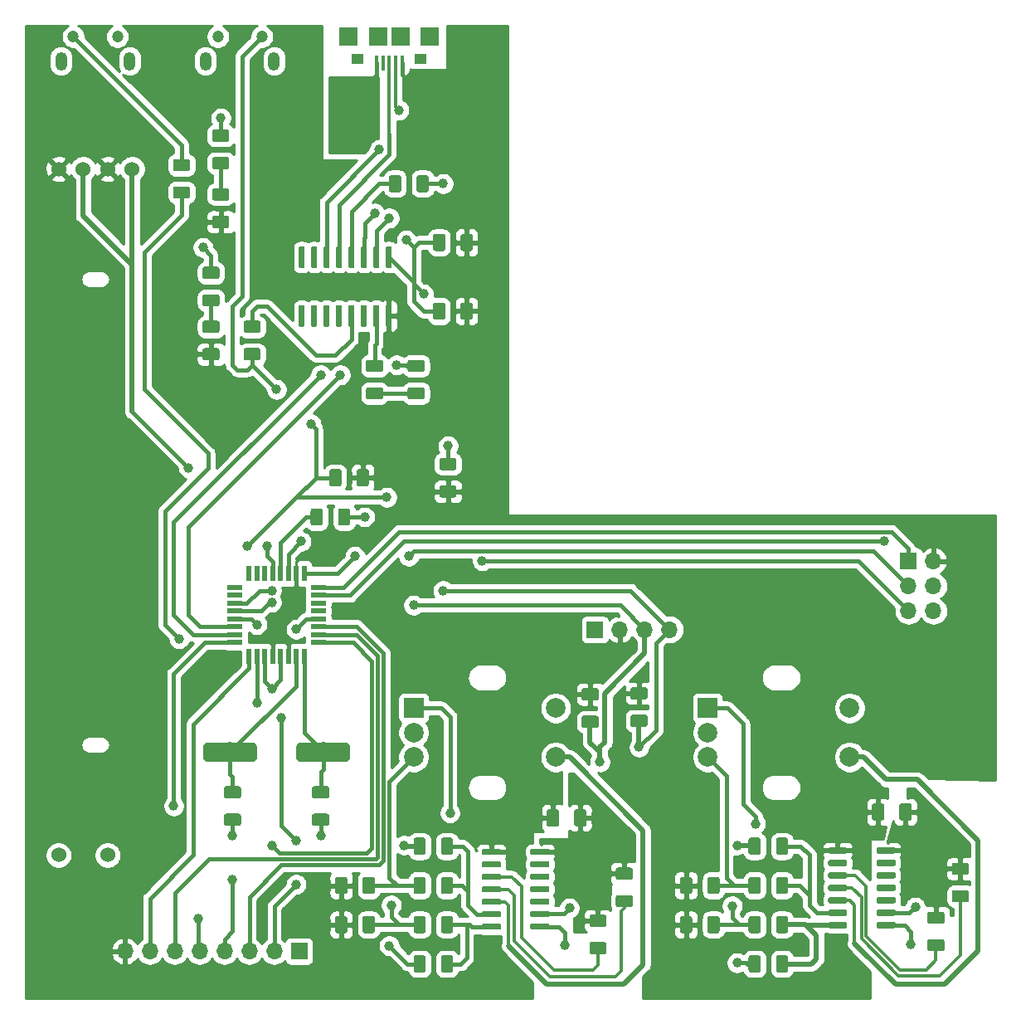
<source format=gbr>
G04 #@! TF.GenerationSoftware,KiCad,Pcbnew,(5.1.2)-2*
G04 #@! TF.CreationDate,2019-06-18T19:33:51+12:00*
G04 #@! TF.ProjectId,layout_2,6c61796f-7574-45f3-922e-6b696361645f,rev?*
G04 #@! TF.SameCoordinates,Original*
G04 #@! TF.FileFunction,Copper,L1,Top*
G04 #@! TF.FilePolarity,Positive*
%FSLAX46Y46*%
G04 Gerber Fmt 4.6, Leading zero omitted, Abs format (unit mm)*
G04 Created by KiCad (PCBNEW (5.1.2)-2) date 2019-06-18 19:33:51*
%MOMM*%
%LPD*%
G04 APERTURE LIST*
%ADD10O,1.700000X1.700000*%
%ADD11R,1.700000X1.700000*%
%ADD12R,0.400000X1.600000*%
%ADD13R,1.250000X1.000000*%
%ADD14R,1.900000X1.900000*%
%ADD15C,0.100000*%
%ADD16C,1.250000*%
%ADD17R,1.600000X0.550000*%
%ADD18R,0.550000X1.600000*%
%ADD19C,1.524000*%
%ADD20C,2.000000*%
%ADD21C,0.600000*%
%ADD22R,2.000000X2.000000*%
%ADD23C,1.200000*%
%ADD24O,1.200000X1.900000*%
%ADD25C,1.000000*%
%ADD26C,0.400000*%
%ADD27C,0.500000*%
%ADD28C,0.300000*%
%ADD29C,0.250000*%
%ADD30C,0.254000*%
G04 APERTURE END LIST*
D10*
X86720000Y-134500000D03*
X89260000Y-134500000D03*
X91800000Y-134500000D03*
X94340000Y-134500000D03*
X96880000Y-134500000D03*
X99420000Y-134500000D03*
X101960000Y-134500000D03*
D11*
X104500000Y-134500000D03*
D12*
X112400000Y-43875000D03*
X113050000Y-43875000D03*
X113700000Y-43875000D03*
X114350000Y-43875000D03*
X115000000Y-43875000D03*
D13*
X110500000Y-43450000D03*
X116900000Y-43450000D03*
D14*
X109550000Y-41200000D03*
X117850000Y-41200000D03*
X114850000Y-41200000D03*
X112550000Y-41200000D03*
D15*
G36*
X120349504Y-84176204D02*
G01*
X120373773Y-84179804D01*
X120397571Y-84185765D01*
X120420671Y-84194030D01*
X120442849Y-84204520D01*
X120463893Y-84217133D01*
X120483598Y-84231747D01*
X120501777Y-84248223D01*
X120518253Y-84266402D01*
X120532867Y-84286107D01*
X120545480Y-84307151D01*
X120555970Y-84329329D01*
X120564235Y-84352429D01*
X120570196Y-84376227D01*
X120573796Y-84400496D01*
X120575000Y-84425000D01*
X120575000Y-85175000D01*
X120573796Y-85199504D01*
X120570196Y-85223773D01*
X120564235Y-85247571D01*
X120555970Y-85270671D01*
X120545480Y-85292849D01*
X120532867Y-85313893D01*
X120518253Y-85333598D01*
X120501777Y-85351777D01*
X120483598Y-85368253D01*
X120463893Y-85382867D01*
X120442849Y-85395480D01*
X120420671Y-85405970D01*
X120397571Y-85414235D01*
X120373773Y-85420196D01*
X120349504Y-85423796D01*
X120325000Y-85425000D01*
X119075000Y-85425000D01*
X119050496Y-85423796D01*
X119026227Y-85420196D01*
X119002429Y-85414235D01*
X118979329Y-85405970D01*
X118957151Y-85395480D01*
X118936107Y-85382867D01*
X118916402Y-85368253D01*
X118898223Y-85351777D01*
X118881747Y-85333598D01*
X118867133Y-85313893D01*
X118854520Y-85292849D01*
X118844030Y-85270671D01*
X118835765Y-85247571D01*
X118829804Y-85223773D01*
X118826204Y-85199504D01*
X118825000Y-85175000D01*
X118825000Y-84425000D01*
X118826204Y-84400496D01*
X118829804Y-84376227D01*
X118835765Y-84352429D01*
X118844030Y-84329329D01*
X118854520Y-84307151D01*
X118867133Y-84286107D01*
X118881747Y-84266402D01*
X118898223Y-84248223D01*
X118916402Y-84231747D01*
X118936107Y-84217133D01*
X118957151Y-84204520D01*
X118979329Y-84194030D01*
X119002429Y-84185765D01*
X119026227Y-84179804D01*
X119050496Y-84176204D01*
X119075000Y-84175000D01*
X120325000Y-84175000D01*
X120349504Y-84176204D01*
X120349504Y-84176204D01*
G37*
D16*
X119700000Y-84800000D03*
D15*
G36*
X120349504Y-86976204D02*
G01*
X120373773Y-86979804D01*
X120397571Y-86985765D01*
X120420671Y-86994030D01*
X120442849Y-87004520D01*
X120463893Y-87017133D01*
X120483598Y-87031747D01*
X120501777Y-87048223D01*
X120518253Y-87066402D01*
X120532867Y-87086107D01*
X120545480Y-87107151D01*
X120555970Y-87129329D01*
X120564235Y-87152429D01*
X120570196Y-87176227D01*
X120573796Y-87200496D01*
X120575000Y-87225000D01*
X120575000Y-87975000D01*
X120573796Y-87999504D01*
X120570196Y-88023773D01*
X120564235Y-88047571D01*
X120555970Y-88070671D01*
X120545480Y-88092849D01*
X120532867Y-88113893D01*
X120518253Y-88133598D01*
X120501777Y-88151777D01*
X120483598Y-88168253D01*
X120463893Y-88182867D01*
X120442849Y-88195480D01*
X120420671Y-88205970D01*
X120397571Y-88214235D01*
X120373773Y-88220196D01*
X120349504Y-88223796D01*
X120325000Y-88225000D01*
X119075000Y-88225000D01*
X119050496Y-88223796D01*
X119026227Y-88220196D01*
X119002429Y-88214235D01*
X118979329Y-88205970D01*
X118957151Y-88195480D01*
X118936107Y-88182867D01*
X118916402Y-88168253D01*
X118898223Y-88151777D01*
X118881747Y-88133598D01*
X118867133Y-88113893D01*
X118854520Y-88092849D01*
X118844030Y-88070671D01*
X118835765Y-88047571D01*
X118829804Y-88023773D01*
X118826204Y-87999504D01*
X118825000Y-87975000D01*
X118825000Y-87225000D01*
X118826204Y-87200496D01*
X118829804Y-87176227D01*
X118835765Y-87152429D01*
X118844030Y-87129329D01*
X118854520Y-87107151D01*
X118867133Y-87086107D01*
X118881747Y-87066402D01*
X118898223Y-87048223D01*
X118916402Y-87031747D01*
X118936107Y-87017133D01*
X118957151Y-87004520D01*
X118979329Y-86994030D01*
X119002429Y-86985765D01*
X119026227Y-86979804D01*
X119050496Y-86976204D01*
X119075000Y-86975000D01*
X120325000Y-86975000D01*
X120349504Y-86976204D01*
X120349504Y-86976204D01*
G37*
D16*
X119700000Y-87600000D03*
D17*
X97950000Y-103000000D03*
X97950000Y-102200000D03*
X97950000Y-101400000D03*
X97950000Y-100600000D03*
X97950000Y-99800000D03*
X97950000Y-99000000D03*
X97950000Y-98200000D03*
X97950000Y-97400000D03*
D18*
X99400000Y-95950000D03*
X100200000Y-95950000D03*
X101000000Y-95950000D03*
X101800000Y-95950000D03*
X102600000Y-95950000D03*
X103400000Y-95950000D03*
X104200000Y-95950000D03*
X105000000Y-95950000D03*
D17*
X106450000Y-97400000D03*
X106450000Y-98200000D03*
X106450000Y-99000000D03*
X106450000Y-99800000D03*
X106450000Y-100600000D03*
X106450000Y-101400000D03*
X106450000Y-102200000D03*
X106450000Y-103000000D03*
D18*
X105000000Y-104450000D03*
X104200000Y-104450000D03*
X103400000Y-104450000D03*
X102600000Y-104450000D03*
X101800000Y-104450000D03*
X101000000Y-104450000D03*
X100200000Y-104450000D03*
X99400000Y-104450000D03*
D19*
X84950000Y-124700000D03*
X79950000Y-124700000D03*
X79950000Y-54700000D03*
X82450000Y-54700000D03*
X84950000Y-54700000D03*
X87450000Y-54700000D03*
D15*
G36*
X106699504Y-89326204D02*
G01*
X106723773Y-89329804D01*
X106747571Y-89335765D01*
X106770671Y-89344030D01*
X106792849Y-89354520D01*
X106813893Y-89367133D01*
X106833598Y-89381747D01*
X106851777Y-89398223D01*
X106868253Y-89416402D01*
X106882867Y-89436107D01*
X106895480Y-89457151D01*
X106905970Y-89479329D01*
X106914235Y-89502429D01*
X106920196Y-89526227D01*
X106923796Y-89550496D01*
X106925000Y-89575000D01*
X106925000Y-90825000D01*
X106923796Y-90849504D01*
X106920196Y-90873773D01*
X106914235Y-90897571D01*
X106905970Y-90920671D01*
X106895480Y-90942849D01*
X106882867Y-90963893D01*
X106868253Y-90983598D01*
X106851777Y-91001777D01*
X106833598Y-91018253D01*
X106813893Y-91032867D01*
X106792849Y-91045480D01*
X106770671Y-91055970D01*
X106747571Y-91064235D01*
X106723773Y-91070196D01*
X106699504Y-91073796D01*
X106675000Y-91075000D01*
X105925000Y-91075000D01*
X105900496Y-91073796D01*
X105876227Y-91070196D01*
X105852429Y-91064235D01*
X105829329Y-91055970D01*
X105807151Y-91045480D01*
X105786107Y-91032867D01*
X105766402Y-91018253D01*
X105748223Y-91001777D01*
X105731747Y-90983598D01*
X105717133Y-90963893D01*
X105704520Y-90942849D01*
X105694030Y-90920671D01*
X105685765Y-90897571D01*
X105679804Y-90873773D01*
X105676204Y-90849504D01*
X105675000Y-90825000D01*
X105675000Y-89575000D01*
X105676204Y-89550496D01*
X105679804Y-89526227D01*
X105685765Y-89502429D01*
X105694030Y-89479329D01*
X105704520Y-89457151D01*
X105717133Y-89436107D01*
X105731747Y-89416402D01*
X105748223Y-89398223D01*
X105766402Y-89381747D01*
X105786107Y-89367133D01*
X105807151Y-89354520D01*
X105829329Y-89344030D01*
X105852429Y-89335765D01*
X105876227Y-89329804D01*
X105900496Y-89326204D01*
X105925000Y-89325000D01*
X106675000Y-89325000D01*
X106699504Y-89326204D01*
X106699504Y-89326204D01*
G37*
D16*
X106300000Y-90200000D03*
D15*
G36*
X109499504Y-89326204D02*
G01*
X109523773Y-89329804D01*
X109547571Y-89335765D01*
X109570671Y-89344030D01*
X109592849Y-89354520D01*
X109613893Y-89367133D01*
X109633598Y-89381747D01*
X109651777Y-89398223D01*
X109668253Y-89416402D01*
X109682867Y-89436107D01*
X109695480Y-89457151D01*
X109705970Y-89479329D01*
X109714235Y-89502429D01*
X109720196Y-89526227D01*
X109723796Y-89550496D01*
X109725000Y-89575000D01*
X109725000Y-90825000D01*
X109723796Y-90849504D01*
X109720196Y-90873773D01*
X109714235Y-90897571D01*
X109705970Y-90920671D01*
X109695480Y-90942849D01*
X109682867Y-90963893D01*
X109668253Y-90983598D01*
X109651777Y-91001777D01*
X109633598Y-91018253D01*
X109613893Y-91032867D01*
X109592849Y-91045480D01*
X109570671Y-91055970D01*
X109547571Y-91064235D01*
X109523773Y-91070196D01*
X109499504Y-91073796D01*
X109475000Y-91075000D01*
X108725000Y-91075000D01*
X108700496Y-91073796D01*
X108676227Y-91070196D01*
X108652429Y-91064235D01*
X108629329Y-91055970D01*
X108607151Y-91045480D01*
X108586107Y-91032867D01*
X108566402Y-91018253D01*
X108548223Y-91001777D01*
X108531747Y-90983598D01*
X108517133Y-90963893D01*
X108504520Y-90942849D01*
X108494030Y-90920671D01*
X108485765Y-90897571D01*
X108479804Y-90873773D01*
X108476204Y-90849504D01*
X108475000Y-90825000D01*
X108475000Y-89575000D01*
X108476204Y-89550496D01*
X108479804Y-89526227D01*
X108485765Y-89502429D01*
X108494030Y-89479329D01*
X108504520Y-89457151D01*
X108517133Y-89436107D01*
X108531747Y-89416402D01*
X108548223Y-89398223D01*
X108566402Y-89381747D01*
X108586107Y-89367133D01*
X108607151Y-89354520D01*
X108629329Y-89344030D01*
X108652429Y-89335765D01*
X108676227Y-89329804D01*
X108700496Y-89326204D01*
X108725000Y-89325000D01*
X109475000Y-89325000D01*
X109499504Y-89326204D01*
X109499504Y-89326204D01*
G37*
D16*
X109100000Y-90200000D03*
D15*
G36*
X114699504Y-55326204D02*
G01*
X114723773Y-55329804D01*
X114747571Y-55335765D01*
X114770671Y-55344030D01*
X114792849Y-55354520D01*
X114813893Y-55367133D01*
X114833598Y-55381747D01*
X114851777Y-55398223D01*
X114868253Y-55416402D01*
X114882867Y-55436107D01*
X114895480Y-55457151D01*
X114905970Y-55479329D01*
X114914235Y-55502429D01*
X114920196Y-55526227D01*
X114923796Y-55550496D01*
X114925000Y-55575000D01*
X114925000Y-56825000D01*
X114923796Y-56849504D01*
X114920196Y-56873773D01*
X114914235Y-56897571D01*
X114905970Y-56920671D01*
X114895480Y-56942849D01*
X114882867Y-56963893D01*
X114868253Y-56983598D01*
X114851777Y-57001777D01*
X114833598Y-57018253D01*
X114813893Y-57032867D01*
X114792849Y-57045480D01*
X114770671Y-57055970D01*
X114747571Y-57064235D01*
X114723773Y-57070196D01*
X114699504Y-57073796D01*
X114675000Y-57075000D01*
X113925000Y-57075000D01*
X113900496Y-57073796D01*
X113876227Y-57070196D01*
X113852429Y-57064235D01*
X113829329Y-57055970D01*
X113807151Y-57045480D01*
X113786107Y-57032867D01*
X113766402Y-57018253D01*
X113748223Y-57001777D01*
X113731747Y-56983598D01*
X113717133Y-56963893D01*
X113704520Y-56942849D01*
X113694030Y-56920671D01*
X113685765Y-56897571D01*
X113679804Y-56873773D01*
X113676204Y-56849504D01*
X113675000Y-56825000D01*
X113675000Y-55575000D01*
X113676204Y-55550496D01*
X113679804Y-55526227D01*
X113685765Y-55502429D01*
X113694030Y-55479329D01*
X113704520Y-55457151D01*
X113717133Y-55436107D01*
X113731747Y-55416402D01*
X113748223Y-55398223D01*
X113766402Y-55381747D01*
X113786107Y-55367133D01*
X113807151Y-55354520D01*
X113829329Y-55344030D01*
X113852429Y-55335765D01*
X113876227Y-55329804D01*
X113900496Y-55326204D01*
X113925000Y-55325000D01*
X114675000Y-55325000D01*
X114699504Y-55326204D01*
X114699504Y-55326204D01*
G37*
D16*
X114300000Y-56200000D03*
D15*
G36*
X117499504Y-55326204D02*
G01*
X117523773Y-55329804D01*
X117547571Y-55335765D01*
X117570671Y-55344030D01*
X117592849Y-55354520D01*
X117613893Y-55367133D01*
X117633598Y-55381747D01*
X117651777Y-55398223D01*
X117668253Y-55416402D01*
X117682867Y-55436107D01*
X117695480Y-55457151D01*
X117705970Y-55479329D01*
X117714235Y-55502429D01*
X117720196Y-55526227D01*
X117723796Y-55550496D01*
X117725000Y-55575000D01*
X117725000Y-56825000D01*
X117723796Y-56849504D01*
X117720196Y-56873773D01*
X117714235Y-56897571D01*
X117705970Y-56920671D01*
X117695480Y-56942849D01*
X117682867Y-56963893D01*
X117668253Y-56983598D01*
X117651777Y-57001777D01*
X117633598Y-57018253D01*
X117613893Y-57032867D01*
X117592849Y-57045480D01*
X117570671Y-57055970D01*
X117547571Y-57064235D01*
X117523773Y-57070196D01*
X117499504Y-57073796D01*
X117475000Y-57075000D01*
X116725000Y-57075000D01*
X116700496Y-57073796D01*
X116676227Y-57070196D01*
X116652429Y-57064235D01*
X116629329Y-57055970D01*
X116607151Y-57045480D01*
X116586107Y-57032867D01*
X116566402Y-57018253D01*
X116548223Y-57001777D01*
X116531747Y-56983598D01*
X116517133Y-56963893D01*
X116504520Y-56942849D01*
X116494030Y-56920671D01*
X116485765Y-56897571D01*
X116479804Y-56873773D01*
X116476204Y-56849504D01*
X116475000Y-56825000D01*
X116475000Y-55575000D01*
X116476204Y-55550496D01*
X116479804Y-55526227D01*
X116485765Y-55502429D01*
X116494030Y-55479329D01*
X116504520Y-55457151D01*
X116517133Y-55436107D01*
X116531747Y-55416402D01*
X116548223Y-55398223D01*
X116566402Y-55381747D01*
X116586107Y-55367133D01*
X116607151Y-55354520D01*
X116629329Y-55344030D01*
X116652429Y-55335765D01*
X116676227Y-55329804D01*
X116700496Y-55326204D01*
X116725000Y-55325000D01*
X117475000Y-55325000D01*
X117499504Y-55326204D01*
X117499504Y-55326204D01*
G37*
D16*
X117100000Y-56200000D03*
D15*
G36*
X109249009Y-113202408D02*
G01*
X109297545Y-113209607D01*
X109345142Y-113221530D01*
X109391342Y-113238060D01*
X109435698Y-113259039D01*
X109477785Y-113284265D01*
X109517197Y-113313495D01*
X109553553Y-113346447D01*
X109586505Y-113382803D01*
X109615735Y-113422215D01*
X109640961Y-113464302D01*
X109661940Y-113508658D01*
X109678470Y-113554858D01*
X109690393Y-113602455D01*
X109697592Y-113650991D01*
X109700000Y-113700000D01*
X109700000Y-114700000D01*
X109697592Y-114749009D01*
X109690393Y-114797545D01*
X109678470Y-114845142D01*
X109661940Y-114891342D01*
X109640961Y-114935698D01*
X109615735Y-114977785D01*
X109586505Y-115017197D01*
X109553553Y-115053553D01*
X109517197Y-115086505D01*
X109477785Y-115115735D01*
X109435698Y-115140961D01*
X109391342Y-115161940D01*
X109345142Y-115178470D01*
X109297545Y-115190393D01*
X109249009Y-115197592D01*
X109200000Y-115200000D01*
X104700000Y-115200000D01*
X104650991Y-115197592D01*
X104602455Y-115190393D01*
X104554858Y-115178470D01*
X104508658Y-115161940D01*
X104464302Y-115140961D01*
X104422215Y-115115735D01*
X104382803Y-115086505D01*
X104346447Y-115053553D01*
X104313495Y-115017197D01*
X104284265Y-114977785D01*
X104259039Y-114935698D01*
X104238060Y-114891342D01*
X104221530Y-114845142D01*
X104209607Y-114797545D01*
X104202408Y-114749009D01*
X104200000Y-114700000D01*
X104200000Y-113700000D01*
X104202408Y-113650991D01*
X104209607Y-113602455D01*
X104221530Y-113554858D01*
X104238060Y-113508658D01*
X104259039Y-113464302D01*
X104284265Y-113422215D01*
X104313495Y-113382803D01*
X104346447Y-113346447D01*
X104382803Y-113313495D01*
X104422215Y-113284265D01*
X104464302Y-113259039D01*
X104508658Y-113238060D01*
X104554858Y-113221530D01*
X104602455Y-113209607D01*
X104650991Y-113202408D01*
X104700000Y-113200000D01*
X109200000Y-113200000D01*
X109249009Y-113202408D01*
X109249009Y-113202408D01*
G37*
D20*
X106950000Y-114200000D03*
D15*
G36*
X99749009Y-113202408D02*
G01*
X99797545Y-113209607D01*
X99845142Y-113221530D01*
X99891342Y-113238060D01*
X99935698Y-113259039D01*
X99977785Y-113284265D01*
X100017197Y-113313495D01*
X100053553Y-113346447D01*
X100086505Y-113382803D01*
X100115735Y-113422215D01*
X100140961Y-113464302D01*
X100161940Y-113508658D01*
X100178470Y-113554858D01*
X100190393Y-113602455D01*
X100197592Y-113650991D01*
X100200000Y-113700000D01*
X100200000Y-114700000D01*
X100197592Y-114749009D01*
X100190393Y-114797545D01*
X100178470Y-114845142D01*
X100161940Y-114891342D01*
X100140961Y-114935698D01*
X100115735Y-114977785D01*
X100086505Y-115017197D01*
X100053553Y-115053553D01*
X100017197Y-115086505D01*
X99977785Y-115115735D01*
X99935698Y-115140961D01*
X99891342Y-115161940D01*
X99845142Y-115178470D01*
X99797545Y-115190393D01*
X99749009Y-115197592D01*
X99700000Y-115200000D01*
X95200000Y-115200000D01*
X95150991Y-115197592D01*
X95102455Y-115190393D01*
X95054858Y-115178470D01*
X95008658Y-115161940D01*
X94964302Y-115140961D01*
X94922215Y-115115735D01*
X94882803Y-115086505D01*
X94846447Y-115053553D01*
X94813495Y-115017197D01*
X94784265Y-114977785D01*
X94759039Y-114935698D01*
X94738060Y-114891342D01*
X94721530Y-114845142D01*
X94709607Y-114797545D01*
X94702408Y-114749009D01*
X94700000Y-114700000D01*
X94700000Y-113700000D01*
X94702408Y-113650991D01*
X94709607Y-113602455D01*
X94721530Y-113554858D01*
X94738060Y-113508658D01*
X94759039Y-113464302D01*
X94784265Y-113422215D01*
X94813495Y-113382803D01*
X94846447Y-113346447D01*
X94882803Y-113313495D01*
X94922215Y-113284265D01*
X94964302Y-113259039D01*
X95008658Y-113238060D01*
X95054858Y-113221530D01*
X95102455Y-113209607D01*
X95150991Y-113202408D01*
X95200000Y-113200000D01*
X99700000Y-113200000D01*
X99749009Y-113202408D01*
X99749009Y-113202408D01*
G37*
D20*
X97450000Y-114200000D03*
D15*
G36*
X113809703Y-68600722D02*
G01*
X113824264Y-68602882D01*
X113838543Y-68606459D01*
X113852403Y-68611418D01*
X113865710Y-68617712D01*
X113878336Y-68625280D01*
X113890159Y-68634048D01*
X113901066Y-68643934D01*
X113910952Y-68654841D01*
X113919720Y-68666664D01*
X113927288Y-68679290D01*
X113933582Y-68692597D01*
X113938541Y-68706457D01*
X113942118Y-68720736D01*
X113944278Y-68735297D01*
X113945000Y-68750000D01*
X113945000Y-70650000D01*
X113944278Y-70664703D01*
X113942118Y-70679264D01*
X113938541Y-70693543D01*
X113933582Y-70707403D01*
X113927288Y-70720710D01*
X113919720Y-70733336D01*
X113910952Y-70745159D01*
X113901066Y-70756066D01*
X113890159Y-70765952D01*
X113878336Y-70774720D01*
X113865710Y-70782288D01*
X113852403Y-70788582D01*
X113838543Y-70793541D01*
X113824264Y-70797118D01*
X113809703Y-70799278D01*
X113795000Y-70800000D01*
X113495000Y-70800000D01*
X113480297Y-70799278D01*
X113465736Y-70797118D01*
X113451457Y-70793541D01*
X113437597Y-70788582D01*
X113424290Y-70782288D01*
X113411664Y-70774720D01*
X113399841Y-70765952D01*
X113388934Y-70756066D01*
X113379048Y-70745159D01*
X113370280Y-70733336D01*
X113362712Y-70720710D01*
X113356418Y-70707403D01*
X113351459Y-70693543D01*
X113347882Y-70679264D01*
X113345722Y-70664703D01*
X113345000Y-70650000D01*
X113345000Y-68750000D01*
X113345722Y-68735297D01*
X113347882Y-68720736D01*
X113351459Y-68706457D01*
X113356418Y-68692597D01*
X113362712Y-68679290D01*
X113370280Y-68666664D01*
X113379048Y-68654841D01*
X113388934Y-68643934D01*
X113399841Y-68634048D01*
X113411664Y-68625280D01*
X113424290Y-68617712D01*
X113437597Y-68611418D01*
X113451457Y-68606459D01*
X113465736Y-68602882D01*
X113480297Y-68600722D01*
X113495000Y-68600000D01*
X113795000Y-68600000D01*
X113809703Y-68600722D01*
X113809703Y-68600722D01*
G37*
D21*
X113645000Y-69700000D03*
D15*
G36*
X112539703Y-68600722D02*
G01*
X112554264Y-68602882D01*
X112568543Y-68606459D01*
X112582403Y-68611418D01*
X112595710Y-68617712D01*
X112608336Y-68625280D01*
X112620159Y-68634048D01*
X112631066Y-68643934D01*
X112640952Y-68654841D01*
X112649720Y-68666664D01*
X112657288Y-68679290D01*
X112663582Y-68692597D01*
X112668541Y-68706457D01*
X112672118Y-68720736D01*
X112674278Y-68735297D01*
X112675000Y-68750000D01*
X112675000Y-70650000D01*
X112674278Y-70664703D01*
X112672118Y-70679264D01*
X112668541Y-70693543D01*
X112663582Y-70707403D01*
X112657288Y-70720710D01*
X112649720Y-70733336D01*
X112640952Y-70745159D01*
X112631066Y-70756066D01*
X112620159Y-70765952D01*
X112608336Y-70774720D01*
X112595710Y-70782288D01*
X112582403Y-70788582D01*
X112568543Y-70793541D01*
X112554264Y-70797118D01*
X112539703Y-70799278D01*
X112525000Y-70800000D01*
X112225000Y-70800000D01*
X112210297Y-70799278D01*
X112195736Y-70797118D01*
X112181457Y-70793541D01*
X112167597Y-70788582D01*
X112154290Y-70782288D01*
X112141664Y-70774720D01*
X112129841Y-70765952D01*
X112118934Y-70756066D01*
X112109048Y-70745159D01*
X112100280Y-70733336D01*
X112092712Y-70720710D01*
X112086418Y-70707403D01*
X112081459Y-70693543D01*
X112077882Y-70679264D01*
X112075722Y-70664703D01*
X112075000Y-70650000D01*
X112075000Y-68750000D01*
X112075722Y-68735297D01*
X112077882Y-68720736D01*
X112081459Y-68706457D01*
X112086418Y-68692597D01*
X112092712Y-68679290D01*
X112100280Y-68666664D01*
X112109048Y-68654841D01*
X112118934Y-68643934D01*
X112129841Y-68634048D01*
X112141664Y-68625280D01*
X112154290Y-68617712D01*
X112167597Y-68611418D01*
X112181457Y-68606459D01*
X112195736Y-68602882D01*
X112210297Y-68600722D01*
X112225000Y-68600000D01*
X112525000Y-68600000D01*
X112539703Y-68600722D01*
X112539703Y-68600722D01*
G37*
D21*
X112375000Y-69700000D03*
D15*
G36*
X111269703Y-68600722D02*
G01*
X111284264Y-68602882D01*
X111298543Y-68606459D01*
X111312403Y-68611418D01*
X111325710Y-68617712D01*
X111338336Y-68625280D01*
X111350159Y-68634048D01*
X111361066Y-68643934D01*
X111370952Y-68654841D01*
X111379720Y-68666664D01*
X111387288Y-68679290D01*
X111393582Y-68692597D01*
X111398541Y-68706457D01*
X111402118Y-68720736D01*
X111404278Y-68735297D01*
X111405000Y-68750000D01*
X111405000Y-70650000D01*
X111404278Y-70664703D01*
X111402118Y-70679264D01*
X111398541Y-70693543D01*
X111393582Y-70707403D01*
X111387288Y-70720710D01*
X111379720Y-70733336D01*
X111370952Y-70745159D01*
X111361066Y-70756066D01*
X111350159Y-70765952D01*
X111338336Y-70774720D01*
X111325710Y-70782288D01*
X111312403Y-70788582D01*
X111298543Y-70793541D01*
X111284264Y-70797118D01*
X111269703Y-70799278D01*
X111255000Y-70800000D01*
X110955000Y-70800000D01*
X110940297Y-70799278D01*
X110925736Y-70797118D01*
X110911457Y-70793541D01*
X110897597Y-70788582D01*
X110884290Y-70782288D01*
X110871664Y-70774720D01*
X110859841Y-70765952D01*
X110848934Y-70756066D01*
X110839048Y-70745159D01*
X110830280Y-70733336D01*
X110822712Y-70720710D01*
X110816418Y-70707403D01*
X110811459Y-70693543D01*
X110807882Y-70679264D01*
X110805722Y-70664703D01*
X110805000Y-70650000D01*
X110805000Y-68750000D01*
X110805722Y-68735297D01*
X110807882Y-68720736D01*
X110811459Y-68706457D01*
X110816418Y-68692597D01*
X110822712Y-68679290D01*
X110830280Y-68666664D01*
X110839048Y-68654841D01*
X110848934Y-68643934D01*
X110859841Y-68634048D01*
X110871664Y-68625280D01*
X110884290Y-68617712D01*
X110897597Y-68611418D01*
X110911457Y-68606459D01*
X110925736Y-68602882D01*
X110940297Y-68600722D01*
X110955000Y-68600000D01*
X111255000Y-68600000D01*
X111269703Y-68600722D01*
X111269703Y-68600722D01*
G37*
D21*
X111105000Y-69700000D03*
D15*
G36*
X109999703Y-68600722D02*
G01*
X110014264Y-68602882D01*
X110028543Y-68606459D01*
X110042403Y-68611418D01*
X110055710Y-68617712D01*
X110068336Y-68625280D01*
X110080159Y-68634048D01*
X110091066Y-68643934D01*
X110100952Y-68654841D01*
X110109720Y-68666664D01*
X110117288Y-68679290D01*
X110123582Y-68692597D01*
X110128541Y-68706457D01*
X110132118Y-68720736D01*
X110134278Y-68735297D01*
X110135000Y-68750000D01*
X110135000Y-70650000D01*
X110134278Y-70664703D01*
X110132118Y-70679264D01*
X110128541Y-70693543D01*
X110123582Y-70707403D01*
X110117288Y-70720710D01*
X110109720Y-70733336D01*
X110100952Y-70745159D01*
X110091066Y-70756066D01*
X110080159Y-70765952D01*
X110068336Y-70774720D01*
X110055710Y-70782288D01*
X110042403Y-70788582D01*
X110028543Y-70793541D01*
X110014264Y-70797118D01*
X109999703Y-70799278D01*
X109985000Y-70800000D01*
X109685000Y-70800000D01*
X109670297Y-70799278D01*
X109655736Y-70797118D01*
X109641457Y-70793541D01*
X109627597Y-70788582D01*
X109614290Y-70782288D01*
X109601664Y-70774720D01*
X109589841Y-70765952D01*
X109578934Y-70756066D01*
X109569048Y-70745159D01*
X109560280Y-70733336D01*
X109552712Y-70720710D01*
X109546418Y-70707403D01*
X109541459Y-70693543D01*
X109537882Y-70679264D01*
X109535722Y-70664703D01*
X109535000Y-70650000D01*
X109535000Y-68750000D01*
X109535722Y-68735297D01*
X109537882Y-68720736D01*
X109541459Y-68706457D01*
X109546418Y-68692597D01*
X109552712Y-68679290D01*
X109560280Y-68666664D01*
X109569048Y-68654841D01*
X109578934Y-68643934D01*
X109589841Y-68634048D01*
X109601664Y-68625280D01*
X109614290Y-68617712D01*
X109627597Y-68611418D01*
X109641457Y-68606459D01*
X109655736Y-68602882D01*
X109670297Y-68600722D01*
X109685000Y-68600000D01*
X109985000Y-68600000D01*
X109999703Y-68600722D01*
X109999703Y-68600722D01*
G37*
D21*
X109835000Y-69700000D03*
D15*
G36*
X108729703Y-68600722D02*
G01*
X108744264Y-68602882D01*
X108758543Y-68606459D01*
X108772403Y-68611418D01*
X108785710Y-68617712D01*
X108798336Y-68625280D01*
X108810159Y-68634048D01*
X108821066Y-68643934D01*
X108830952Y-68654841D01*
X108839720Y-68666664D01*
X108847288Y-68679290D01*
X108853582Y-68692597D01*
X108858541Y-68706457D01*
X108862118Y-68720736D01*
X108864278Y-68735297D01*
X108865000Y-68750000D01*
X108865000Y-70650000D01*
X108864278Y-70664703D01*
X108862118Y-70679264D01*
X108858541Y-70693543D01*
X108853582Y-70707403D01*
X108847288Y-70720710D01*
X108839720Y-70733336D01*
X108830952Y-70745159D01*
X108821066Y-70756066D01*
X108810159Y-70765952D01*
X108798336Y-70774720D01*
X108785710Y-70782288D01*
X108772403Y-70788582D01*
X108758543Y-70793541D01*
X108744264Y-70797118D01*
X108729703Y-70799278D01*
X108715000Y-70800000D01*
X108415000Y-70800000D01*
X108400297Y-70799278D01*
X108385736Y-70797118D01*
X108371457Y-70793541D01*
X108357597Y-70788582D01*
X108344290Y-70782288D01*
X108331664Y-70774720D01*
X108319841Y-70765952D01*
X108308934Y-70756066D01*
X108299048Y-70745159D01*
X108290280Y-70733336D01*
X108282712Y-70720710D01*
X108276418Y-70707403D01*
X108271459Y-70693543D01*
X108267882Y-70679264D01*
X108265722Y-70664703D01*
X108265000Y-70650000D01*
X108265000Y-68750000D01*
X108265722Y-68735297D01*
X108267882Y-68720736D01*
X108271459Y-68706457D01*
X108276418Y-68692597D01*
X108282712Y-68679290D01*
X108290280Y-68666664D01*
X108299048Y-68654841D01*
X108308934Y-68643934D01*
X108319841Y-68634048D01*
X108331664Y-68625280D01*
X108344290Y-68617712D01*
X108357597Y-68611418D01*
X108371457Y-68606459D01*
X108385736Y-68602882D01*
X108400297Y-68600722D01*
X108415000Y-68600000D01*
X108715000Y-68600000D01*
X108729703Y-68600722D01*
X108729703Y-68600722D01*
G37*
D21*
X108565000Y-69700000D03*
D15*
G36*
X107459703Y-68600722D02*
G01*
X107474264Y-68602882D01*
X107488543Y-68606459D01*
X107502403Y-68611418D01*
X107515710Y-68617712D01*
X107528336Y-68625280D01*
X107540159Y-68634048D01*
X107551066Y-68643934D01*
X107560952Y-68654841D01*
X107569720Y-68666664D01*
X107577288Y-68679290D01*
X107583582Y-68692597D01*
X107588541Y-68706457D01*
X107592118Y-68720736D01*
X107594278Y-68735297D01*
X107595000Y-68750000D01*
X107595000Y-70650000D01*
X107594278Y-70664703D01*
X107592118Y-70679264D01*
X107588541Y-70693543D01*
X107583582Y-70707403D01*
X107577288Y-70720710D01*
X107569720Y-70733336D01*
X107560952Y-70745159D01*
X107551066Y-70756066D01*
X107540159Y-70765952D01*
X107528336Y-70774720D01*
X107515710Y-70782288D01*
X107502403Y-70788582D01*
X107488543Y-70793541D01*
X107474264Y-70797118D01*
X107459703Y-70799278D01*
X107445000Y-70800000D01*
X107145000Y-70800000D01*
X107130297Y-70799278D01*
X107115736Y-70797118D01*
X107101457Y-70793541D01*
X107087597Y-70788582D01*
X107074290Y-70782288D01*
X107061664Y-70774720D01*
X107049841Y-70765952D01*
X107038934Y-70756066D01*
X107029048Y-70745159D01*
X107020280Y-70733336D01*
X107012712Y-70720710D01*
X107006418Y-70707403D01*
X107001459Y-70693543D01*
X106997882Y-70679264D01*
X106995722Y-70664703D01*
X106995000Y-70650000D01*
X106995000Y-68750000D01*
X106995722Y-68735297D01*
X106997882Y-68720736D01*
X107001459Y-68706457D01*
X107006418Y-68692597D01*
X107012712Y-68679290D01*
X107020280Y-68666664D01*
X107029048Y-68654841D01*
X107038934Y-68643934D01*
X107049841Y-68634048D01*
X107061664Y-68625280D01*
X107074290Y-68617712D01*
X107087597Y-68611418D01*
X107101457Y-68606459D01*
X107115736Y-68602882D01*
X107130297Y-68600722D01*
X107145000Y-68600000D01*
X107445000Y-68600000D01*
X107459703Y-68600722D01*
X107459703Y-68600722D01*
G37*
D21*
X107295000Y-69700000D03*
D15*
G36*
X106189703Y-68600722D02*
G01*
X106204264Y-68602882D01*
X106218543Y-68606459D01*
X106232403Y-68611418D01*
X106245710Y-68617712D01*
X106258336Y-68625280D01*
X106270159Y-68634048D01*
X106281066Y-68643934D01*
X106290952Y-68654841D01*
X106299720Y-68666664D01*
X106307288Y-68679290D01*
X106313582Y-68692597D01*
X106318541Y-68706457D01*
X106322118Y-68720736D01*
X106324278Y-68735297D01*
X106325000Y-68750000D01*
X106325000Y-70650000D01*
X106324278Y-70664703D01*
X106322118Y-70679264D01*
X106318541Y-70693543D01*
X106313582Y-70707403D01*
X106307288Y-70720710D01*
X106299720Y-70733336D01*
X106290952Y-70745159D01*
X106281066Y-70756066D01*
X106270159Y-70765952D01*
X106258336Y-70774720D01*
X106245710Y-70782288D01*
X106232403Y-70788582D01*
X106218543Y-70793541D01*
X106204264Y-70797118D01*
X106189703Y-70799278D01*
X106175000Y-70800000D01*
X105875000Y-70800000D01*
X105860297Y-70799278D01*
X105845736Y-70797118D01*
X105831457Y-70793541D01*
X105817597Y-70788582D01*
X105804290Y-70782288D01*
X105791664Y-70774720D01*
X105779841Y-70765952D01*
X105768934Y-70756066D01*
X105759048Y-70745159D01*
X105750280Y-70733336D01*
X105742712Y-70720710D01*
X105736418Y-70707403D01*
X105731459Y-70693543D01*
X105727882Y-70679264D01*
X105725722Y-70664703D01*
X105725000Y-70650000D01*
X105725000Y-68750000D01*
X105725722Y-68735297D01*
X105727882Y-68720736D01*
X105731459Y-68706457D01*
X105736418Y-68692597D01*
X105742712Y-68679290D01*
X105750280Y-68666664D01*
X105759048Y-68654841D01*
X105768934Y-68643934D01*
X105779841Y-68634048D01*
X105791664Y-68625280D01*
X105804290Y-68617712D01*
X105817597Y-68611418D01*
X105831457Y-68606459D01*
X105845736Y-68602882D01*
X105860297Y-68600722D01*
X105875000Y-68600000D01*
X106175000Y-68600000D01*
X106189703Y-68600722D01*
X106189703Y-68600722D01*
G37*
D21*
X106025000Y-69700000D03*
D15*
G36*
X104919703Y-68600722D02*
G01*
X104934264Y-68602882D01*
X104948543Y-68606459D01*
X104962403Y-68611418D01*
X104975710Y-68617712D01*
X104988336Y-68625280D01*
X105000159Y-68634048D01*
X105011066Y-68643934D01*
X105020952Y-68654841D01*
X105029720Y-68666664D01*
X105037288Y-68679290D01*
X105043582Y-68692597D01*
X105048541Y-68706457D01*
X105052118Y-68720736D01*
X105054278Y-68735297D01*
X105055000Y-68750000D01*
X105055000Y-70650000D01*
X105054278Y-70664703D01*
X105052118Y-70679264D01*
X105048541Y-70693543D01*
X105043582Y-70707403D01*
X105037288Y-70720710D01*
X105029720Y-70733336D01*
X105020952Y-70745159D01*
X105011066Y-70756066D01*
X105000159Y-70765952D01*
X104988336Y-70774720D01*
X104975710Y-70782288D01*
X104962403Y-70788582D01*
X104948543Y-70793541D01*
X104934264Y-70797118D01*
X104919703Y-70799278D01*
X104905000Y-70800000D01*
X104605000Y-70800000D01*
X104590297Y-70799278D01*
X104575736Y-70797118D01*
X104561457Y-70793541D01*
X104547597Y-70788582D01*
X104534290Y-70782288D01*
X104521664Y-70774720D01*
X104509841Y-70765952D01*
X104498934Y-70756066D01*
X104489048Y-70745159D01*
X104480280Y-70733336D01*
X104472712Y-70720710D01*
X104466418Y-70707403D01*
X104461459Y-70693543D01*
X104457882Y-70679264D01*
X104455722Y-70664703D01*
X104455000Y-70650000D01*
X104455000Y-68750000D01*
X104455722Y-68735297D01*
X104457882Y-68720736D01*
X104461459Y-68706457D01*
X104466418Y-68692597D01*
X104472712Y-68679290D01*
X104480280Y-68666664D01*
X104489048Y-68654841D01*
X104498934Y-68643934D01*
X104509841Y-68634048D01*
X104521664Y-68625280D01*
X104534290Y-68617712D01*
X104547597Y-68611418D01*
X104561457Y-68606459D01*
X104575736Y-68602882D01*
X104590297Y-68600722D01*
X104605000Y-68600000D01*
X104905000Y-68600000D01*
X104919703Y-68600722D01*
X104919703Y-68600722D01*
G37*
D21*
X104755000Y-69700000D03*
D15*
G36*
X104919703Y-62600722D02*
G01*
X104934264Y-62602882D01*
X104948543Y-62606459D01*
X104962403Y-62611418D01*
X104975710Y-62617712D01*
X104988336Y-62625280D01*
X105000159Y-62634048D01*
X105011066Y-62643934D01*
X105020952Y-62654841D01*
X105029720Y-62666664D01*
X105037288Y-62679290D01*
X105043582Y-62692597D01*
X105048541Y-62706457D01*
X105052118Y-62720736D01*
X105054278Y-62735297D01*
X105055000Y-62750000D01*
X105055000Y-64650000D01*
X105054278Y-64664703D01*
X105052118Y-64679264D01*
X105048541Y-64693543D01*
X105043582Y-64707403D01*
X105037288Y-64720710D01*
X105029720Y-64733336D01*
X105020952Y-64745159D01*
X105011066Y-64756066D01*
X105000159Y-64765952D01*
X104988336Y-64774720D01*
X104975710Y-64782288D01*
X104962403Y-64788582D01*
X104948543Y-64793541D01*
X104934264Y-64797118D01*
X104919703Y-64799278D01*
X104905000Y-64800000D01*
X104605000Y-64800000D01*
X104590297Y-64799278D01*
X104575736Y-64797118D01*
X104561457Y-64793541D01*
X104547597Y-64788582D01*
X104534290Y-64782288D01*
X104521664Y-64774720D01*
X104509841Y-64765952D01*
X104498934Y-64756066D01*
X104489048Y-64745159D01*
X104480280Y-64733336D01*
X104472712Y-64720710D01*
X104466418Y-64707403D01*
X104461459Y-64693543D01*
X104457882Y-64679264D01*
X104455722Y-64664703D01*
X104455000Y-64650000D01*
X104455000Y-62750000D01*
X104455722Y-62735297D01*
X104457882Y-62720736D01*
X104461459Y-62706457D01*
X104466418Y-62692597D01*
X104472712Y-62679290D01*
X104480280Y-62666664D01*
X104489048Y-62654841D01*
X104498934Y-62643934D01*
X104509841Y-62634048D01*
X104521664Y-62625280D01*
X104534290Y-62617712D01*
X104547597Y-62611418D01*
X104561457Y-62606459D01*
X104575736Y-62602882D01*
X104590297Y-62600722D01*
X104605000Y-62600000D01*
X104905000Y-62600000D01*
X104919703Y-62600722D01*
X104919703Y-62600722D01*
G37*
D21*
X104755000Y-63700000D03*
D15*
G36*
X106189703Y-62600722D02*
G01*
X106204264Y-62602882D01*
X106218543Y-62606459D01*
X106232403Y-62611418D01*
X106245710Y-62617712D01*
X106258336Y-62625280D01*
X106270159Y-62634048D01*
X106281066Y-62643934D01*
X106290952Y-62654841D01*
X106299720Y-62666664D01*
X106307288Y-62679290D01*
X106313582Y-62692597D01*
X106318541Y-62706457D01*
X106322118Y-62720736D01*
X106324278Y-62735297D01*
X106325000Y-62750000D01*
X106325000Y-64650000D01*
X106324278Y-64664703D01*
X106322118Y-64679264D01*
X106318541Y-64693543D01*
X106313582Y-64707403D01*
X106307288Y-64720710D01*
X106299720Y-64733336D01*
X106290952Y-64745159D01*
X106281066Y-64756066D01*
X106270159Y-64765952D01*
X106258336Y-64774720D01*
X106245710Y-64782288D01*
X106232403Y-64788582D01*
X106218543Y-64793541D01*
X106204264Y-64797118D01*
X106189703Y-64799278D01*
X106175000Y-64800000D01*
X105875000Y-64800000D01*
X105860297Y-64799278D01*
X105845736Y-64797118D01*
X105831457Y-64793541D01*
X105817597Y-64788582D01*
X105804290Y-64782288D01*
X105791664Y-64774720D01*
X105779841Y-64765952D01*
X105768934Y-64756066D01*
X105759048Y-64745159D01*
X105750280Y-64733336D01*
X105742712Y-64720710D01*
X105736418Y-64707403D01*
X105731459Y-64693543D01*
X105727882Y-64679264D01*
X105725722Y-64664703D01*
X105725000Y-64650000D01*
X105725000Y-62750000D01*
X105725722Y-62735297D01*
X105727882Y-62720736D01*
X105731459Y-62706457D01*
X105736418Y-62692597D01*
X105742712Y-62679290D01*
X105750280Y-62666664D01*
X105759048Y-62654841D01*
X105768934Y-62643934D01*
X105779841Y-62634048D01*
X105791664Y-62625280D01*
X105804290Y-62617712D01*
X105817597Y-62611418D01*
X105831457Y-62606459D01*
X105845736Y-62602882D01*
X105860297Y-62600722D01*
X105875000Y-62600000D01*
X106175000Y-62600000D01*
X106189703Y-62600722D01*
X106189703Y-62600722D01*
G37*
D21*
X106025000Y-63700000D03*
D15*
G36*
X107459703Y-62600722D02*
G01*
X107474264Y-62602882D01*
X107488543Y-62606459D01*
X107502403Y-62611418D01*
X107515710Y-62617712D01*
X107528336Y-62625280D01*
X107540159Y-62634048D01*
X107551066Y-62643934D01*
X107560952Y-62654841D01*
X107569720Y-62666664D01*
X107577288Y-62679290D01*
X107583582Y-62692597D01*
X107588541Y-62706457D01*
X107592118Y-62720736D01*
X107594278Y-62735297D01*
X107595000Y-62750000D01*
X107595000Y-64650000D01*
X107594278Y-64664703D01*
X107592118Y-64679264D01*
X107588541Y-64693543D01*
X107583582Y-64707403D01*
X107577288Y-64720710D01*
X107569720Y-64733336D01*
X107560952Y-64745159D01*
X107551066Y-64756066D01*
X107540159Y-64765952D01*
X107528336Y-64774720D01*
X107515710Y-64782288D01*
X107502403Y-64788582D01*
X107488543Y-64793541D01*
X107474264Y-64797118D01*
X107459703Y-64799278D01*
X107445000Y-64800000D01*
X107145000Y-64800000D01*
X107130297Y-64799278D01*
X107115736Y-64797118D01*
X107101457Y-64793541D01*
X107087597Y-64788582D01*
X107074290Y-64782288D01*
X107061664Y-64774720D01*
X107049841Y-64765952D01*
X107038934Y-64756066D01*
X107029048Y-64745159D01*
X107020280Y-64733336D01*
X107012712Y-64720710D01*
X107006418Y-64707403D01*
X107001459Y-64693543D01*
X106997882Y-64679264D01*
X106995722Y-64664703D01*
X106995000Y-64650000D01*
X106995000Y-62750000D01*
X106995722Y-62735297D01*
X106997882Y-62720736D01*
X107001459Y-62706457D01*
X107006418Y-62692597D01*
X107012712Y-62679290D01*
X107020280Y-62666664D01*
X107029048Y-62654841D01*
X107038934Y-62643934D01*
X107049841Y-62634048D01*
X107061664Y-62625280D01*
X107074290Y-62617712D01*
X107087597Y-62611418D01*
X107101457Y-62606459D01*
X107115736Y-62602882D01*
X107130297Y-62600722D01*
X107145000Y-62600000D01*
X107445000Y-62600000D01*
X107459703Y-62600722D01*
X107459703Y-62600722D01*
G37*
D21*
X107295000Y-63700000D03*
D15*
G36*
X108729703Y-62600722D02*
G01*
X108744264Y-62602882D01*
X108758543Y-62606459D01*
X108772403Y-62611418D01*
X108785710Y-62617712D01*
X108798336Y-62625280D01*
X108810159Y-62634048D01*
X108821066Y-62643934D01*
X108830952Y-62654841D01*
X108839720Y-62666664D01*
X108847288Y-62679290D01*
X108853582Y-62692597D01*
X108858541Y-62706457D01*
X108862118Y-62720736D01*
X108864278Y-62735297D01*
X108865000Y-62750000D01*
X108865000Y-64650000D01*
X108864278Y-64664703D01*
X108862118Y-64679264D01*
X108858541Y-64693543D01*
X108853582Y-64707403D01*
X108847288Y-64720710D01*
X108839720Y-64733336D01*
X108830952Y-64745159D01*
X108821066Y-64756066D01*
X108810159Y-64765952D01*
X108798336Y-64774720D01*
X108785710Y-64782288D01*
X108772403Y-64788582D01*
X108758543Y-64793541D01*
X108744264Y-64797118D01*
X108729703Y-64799278D01*
X108715000Y-64800000D01*
X108415000Y-64800000D01*
X108400297Y-64799278D01*
X108385736Y-64797118D01*
X108371457Y-64793541D01*
X108357597Y-64788582D01*
X108344290Y-64782288D01*
X108331664Y-64774720D01*
X108319841Y-64765952D01*
X108308934Y-64756066D01*
X108299048Y-64745159D01*
X108290280Y-64733336D01*
X108282712Y-64720710D01*
X108276418Y-64707403D01*
X108271459Y-64693543D01*
X108267882Y-64679264D01*
X108265722Y-64664703D01*
X108265000Y-64650000D01*
X108265000Y-62750000D01*
X108265722Y-62735297D01*
X108267882Y-62720736D01*
X108271459Y-62706457D01*
X108276418Y-62692597D01*
X108282712Y-62679290D01*
X108290280Y-62666664D01*
X108299048Y-62654841D01*
X108308934Y-62643934D01*
X108319841Y-62634048D01*
X108331664Y-62625280D01*
X108344290Y-62617712D01*
X108357597Y-62611418D01*
X108371457Y-62606459D01*
X108385736Y-62602882D01*
X108400297Y-62600722D01*
X108415000Y-62600000D01*
X108715000Y-62600000D01*
X108729703Y-62600722D01*
X108729703Y-62600722D01*
G37*
D21*
X108565000Y-63700000D03*
D15*
G36*
X109999703Y-62600722D02*
G01*
X110014264Y-62602882D01*
X110028543Y-62606459D01*
X110042403Y-62611418D01*
X110055710Y-62617712D01*
X110068336Y-62625280D01*
X110080159Y-62634048D01*
X110091066Y-62643934D01*
X110100952Y-62654841D01*
X110109720Y-62666664D01*
X110117288Y-62679290D01*
X110123582Y-62692597D01*
X110128541Y-62706457D01*
X110132118Y-62720736D01*
X110134278Y-62735297D01*
X110135000Y-62750000D01*
X110135000Y-64650000D01*
X110134278Y-64664703D01*
X110132118Y-64679264D01*
X110128541Y-64693543D01*
X110123582Y-64707403D01*
X110117288Y-64720710D01*
X110109720Y-64733336D01*
X110100952Y-64745159D01*
X110091066Y-64756066D01*
X110080159Y-64765952D01*
X110068336Y-64774720D01*
X110055710Y-64782288D01*
X110042403Y-64788582D01*
X110028543Y-64793541D01*
X110014264Y-64797118D01*
X109999703Y-64799278D01*
X109985000Y-64800000D01*
X109685000Y-64800000D01*
X109670297Y-64799278D01*
X109655736Y-64797118D01*
X109641457Y-64793541D01*
X109627597Y-64788582D01*
X109614290Y-64782288D01*
X109601664Y-64774720D01*
X109589841Y-64765952D01*
X109578934Y-64756066D01*
X109569048Y-64745159D01*
X109560280Y-64733336D01*
X109552712Y-64720710D01*
X109546418Y-64707403D01*
X109541459Y-64693543D01*
X109537882Y-64679264D01*
X109535722Y-64664703D01*
X109535000Y-64650000D01*
X109535000Y-62750000D01*
X109535722Y-62735297D01*
X109537882Y-62720736D01*
X109541459Y-62706457D01*
X109546418Y-62692597D01*
X109552712Y-62679290D01*
X109560280Y-62666664D01*
X109569048Y-62654841D01*
X109578934Y-62643934D01*
X109589841Y-62634048D01*
X109601664Y-62625280D01*
X109614290Y-62617712D01*
X109627597Y-62611418D01*
X109641457Y-62606459D01*
X109655736Y-62602882D01*
X109670297Y-62600722D01*
X109685000Y-62600000D01*
X109985000Y-62600000D01*
X109999703Y-62600722D01*
X109999703Y-62600722D01*
G37*
D21*
X109835000Y-63700000D03*
D15*
G36*
X111269703Y-62600722D02*
G01*
X111284264Y-62602882D01*
X111298543Y-62606459D01*
X111312403Y-62611418D01*
X111325710Y-62617712D01*
X111338336Y-62625280D01*
X111350159Y-62634048D01*
X111361066Y-62643934D01*
X111370952Y-62654841D01*
X111379720Y-62666664D01*
X111387288Y-62679290D01*
X111393582Y-62692597D01*
X111398541Y-62706457D01*
X111402118Y-62720736D01*
X111404278Y-62735297D01*
X111405000Y-62750000D01*
X111405000Y-64650000D01*
X111404278Y-64664703D01*
X111402118Y-64679264D01*
X111398541Y-64693543D01*
X111393582Y-64707403D01*
X111387288Y-64720710D01*
X111379720Y-64733336D01*
X111370952Y-64745159D01*
X111361066Y-64756066D01*
X111350159Y-64765952D01*
X111338336Y-64774720D01*
X111325710Y-64782288D01*
X111312403Y-64788582D01*
X111298543Y-64793541D01*
X111284264Y-64797118D01*
X111269703Y-64799278D01*
X111255000Y-64800000D01*
X110955000Y-64800000D01*
X110940297Y-64799278D01*
X110925736Y-64797118D01*
X110911457Y-64793541D01*
X110897597Y-64788582D01*
X110884290Y-64782288D01*
X110871664Y-64774720D01*
X110859841Y-64765952D01*
X110848934Y-64756066D01*
X110839048Y-64745159D01*
X110830280Y-64733336D01*
X110822712Y-64720710D01*
X110816418Y-64707403D01*
X110811459Y-64693543D01*
X110807882Y-64679264D01*
X110805722Y-64664703D01*
X110805000Y-64650000D01*
X110805000Y-62750000D01*
X110805722Y-62735297D01*
X110807882Y-62720736D01*
X110811459Y-62706457D01*
X110816418Y-62692597D01*
X110822712Y-62679290D01*
X110830280Y-62666664D01*
X110839048Y-62654841D01*
X110848934Y-62643934D01*
X110859841Y-62634048D01*
X110871664Y-62625280D01*
X110884290Y-62617712D01*
X110897597Y-62611418D01*
X110911457Y-62606459D01*
X110925736Y-62602882D01*
X110940297Y-62600722D01*
X110955000Y-62600000D01*
X111255000Y-62600000D01*
X111269703Y-62600722D01*
X111269703Y-62600722D01*
G37*
D21*
X111105000Y-63700000D03*
D15*
G36*
X112539703Y-62600722D02*
G01*
X112554264Y-62602882D01*
X112568543Y-62606459D01*
X112582403Y-62611418D01*
X112595710Y-62617712D01*
X112608336Y-62625280D01*
X112620159Y-62634048D01*
X112631066Y-62643934D01*
X112640952Y-62654841D01*
X112649720Y-62666664D01*
X112657288Y-62679290D01*
X112663582Y-62692597D01*
X112668541Y-62706457D01*
X112672118Y-62720736D01*
X112674278Y-62735297D01*
X112675000Y-62750000D01*
X112675000Y-64650000D01*
X112674278Y-64664703D01*
X112672118Y-64679264D01*
X112668541Y-64693543D01*
X112663582Y-64707403D01*
X112657288Y-64720710D01*
X112649720Y-64733336D01*
X112640952Y-64745159D01*
X112631066Y-64756066D01*
X112620159Y-64765952D01*
X112608336Y-64774720D01*
X112595710Y-64782288D01*
X112582403Y-64788582D01*
X112568543Y-64793541D01*
X112554264Y-64797118D01*
X112539703Y-64799278D01*
X112525000Y-64800000D01*
X112225000Y-64800000D01*
X112210297Y-64799278D01*
X112195736Y-64797118D01*
X112181457Y-64793541D01*
X112167597Y-64788582D01*
X112154290Y-64782288D01*
X112141664Y-64774720D01*
X112129841Y-64765952D01*
X112118934Y-64756066D01*
X112109048Y-64745159D01*
X112100280Y-64733336D01*
X112092712Y-64720710D01*
X112086418Y-64707403D01*
X112081459Y-64693543D01*
X112077882Y-64679264D01*
X112075722Y-64664703D01*
X112075000Y-64650000D01*
X112075000Y-62750000D01*
X112075722Y-62735297D01*
X112077882Y-62720736D01*
X112081459Y-62706457D01*
X112086418Y-62692597D01*
X112092712Y-62679290D01*
X112100280Y-62666664D01*
X112109048Y-62654841D01*
X112118934Y-62643934D01*
X112129841Y-62634048D01*
X112141664Y-62625280D01*
X112154290Y-62617712D01*
X112167597Y-62611418D01*
X112181457Y-62606459D01*
X112195736Y-62602882D01*
X112210297Y-62600722D01*
X112225000Y-62600000D01*
X112525000Y-62600000D01*
X112539703Y-62600722D01*
X112539703Y-62600722D01*
G37*
D21*
X112375000Y-63700000D03*
D15*
G36*
X113809703Y-62600722D02*
G01*
X113824264Y-62602882D01*
X113838543Y-62606459D01*
X113852403Y-62611418D01*
X113865710Y-62617712D01*
X113878336Y-62625280D01*
X113890159Y-62634048D01*
X113901066Y-62643934D01*
X113910952Y-62654841D01*
X113919720Y-62666664D01*
X113927288Y-62679290D01*
X113933582Y-62692597D01*
X113938541Y-62706457D01*
X113942118Y-62720736D01*
X113944278Y-62735297D01*
X113945000Y-62750000D01*
X113945000Y-64650000D01*
X113944278Y-64664703D01*
X113942118Y-64679264D01*
X113938541Y-64693543D01*
X113933582Y-64707403D01*
X113927288Y-64720710D01*
X113919720Y-64733336D01*
X113910952Y-64745159D01*
X113901066Y-64756066D01*
X113890159Y-64765952D01*
X113878336Y-64774720D01*
X113865710Y-64782288D01*
X113852403Y-64788582D01*
X113838543Y-64793541D01*
X113824264Y-64797118D01*
X113809703Y-64799278D01*
X113795000Y-64800000D01*
X113495000Y-64800000D01*
X113480297Y-64799278D01*
X113465736Y-64797118D01*
X113451457Y-64793541D01*
X113437597Y-64788582D01*
X113424290Y-64782288D01*
X113411664Y-64774720D01*
X113399841Y-64765952D01*
X113388934Y-64756066D01*
X113379048Y-64745159D01*
X113370280Y-64733336D01*
X113362712Y-64720710D01*
X113356418Y-64707403D01*
X113351459Y-64693543D01*
X113347882Y-64679264D01*
X113345722Y-64664703D01*
X113345000Y-64650000D01*
X113345000Y-62750000D01*
X113345722Y-62735297D01*
X113347882Y-62720736D01*
X113351459Y-62706457D01*
X113356418Y-62692597D01*
X113362712Y-62679290D01*
X113370280Y-62666664D01*
X113379048Y-62654841D01*
X113388934Y-62643934D01*
X113399841Y-62634048D01*
X113411664Y-62625280D01*
X113424290Y-62617712D01*
X113437597Y-62611418D01*
X113451457Y-62606459D01*
X113465736Y-62602882D01*
X113480297Y-62600722D01*
X113495000Y-62600000D01*
X113795000Y-62600000D01*
X113809703Y-62600722D01*
X113809703Y-62600722D01*
G37*
D21*
X113645000Y-63700000D03*
D22*
X146200000Y-109700000D03*
D20*
X146200000Y-112200000D03*
X146200000Y-114700000D03*
X160700000Y-109700000D03*
X160700000Y-114700000D03*
D22*
X116200000Y-109700000D03*
D20*
X116200000Y-112200000D03*
X116200000Y-114700000D03*
X130700000Y-109700000D03*
X130700000Y-114700000D03*
D23*
X96200000Y-41200000D03*
D24*
X101950000Y-43700000D03*
D23*
X100700000Y-41200000D03*
D24*
X94950000Y-43700000D03*
D23*
X81450000Y-41200000D03*
D24*
X87200000Y-43700000D03*
D23*
X85950000Y-41200000D03*
D24*
X80200000Y-43700000D03*
D15*
G36*
X144399504Y-126926204D02*
G01*
X144423773Y-126929804D01*
X144447571Y-126935765D01*
X144470671Y-126944030D01*
X144492849Y-126954520D01*
X144513893Y-126967133D01*
X144533598Y-126981747D01*
X144551777Y-126998223D01*
X144568253Y-127016402D01*
X144582867Y-127036107D01*
X144595480Y-127057151D01*
X144605970Y-127079329D01*
X144614235Y-127102429D01*
X144620196Y-127126227D01*
X144623796Y-127150496D01*
X144625000Y-127175000D01*
X144625000Y-128425000D01*
X144623796Y-128449504D01*
X144620196Y-128473773D01*
X144614235Y-128497571D01*
X144605970Y-128520671D01*
X144595480Y-128542849D01*
X144582867Y-128563893D01*
X144568253Y-128583598D01*
X144551777Y-128601777D01*
X144533598Y-128618253D01*
X144513893Y-128632867D01*
X144492849Y-128645480D01*
X144470671Y-128655970D01*
X144447571Y-128664235D01*
X144423773Y-128670196D01*
X144399504Y-128673796D01*
X144375000Y-128675000D01*
X143625000Y-128675000D01*
X143600496Y-128673796D01*
X143576227Y-128670196D01*
X143552429Y-128664235D01*
X143529329Y-128655970D01*
X143507151Y-128645480D01*
X143486107Y-128632867D01*
X143466402Y-128618253D01*
X143448223Y-128601777D01*
X143431747Y-128583598D01*
X143417133Y-128563893D01*
X143404520Y-128542849D01*
X143394030Y-128520671D01*
X143385765Y-128497571D01*
X143379804Y-128473773D01*
X143376204Y-128449504D01*
X143375000Y-128425000D01*
X143375000Y-127175000D01*
X143376204Y-127150496D01*
X143379804Y-127126227D01*
X143385765Y-127102429D01*
X143394030Y-127079329D01*
X143404520Y-127057151D01*
X143417133Y-127036107D01*
X143431747Y-127016402D01*
X143448223Y-126998223D01*
X143466402Y-126981747D01*
X143486107Y-126967133D01*
X143507151Y-126954520D01*
X143529329Y-126944030D01*
X143552429Y-126935765D01*
X143576227Y-126929804D01*
X143600496Y-126926204D01*
X143625000Y-126925000D01*
X144375000Y-126925000D01*
X144399504Y-126926204D01*
X144399504Y-126926204D01*
G37*
D16*
X144000000Y-127800000D03*
D15*
G36*
X147199504Y-126926204D02*
G01*
X147223773Y-126929804D01*
X147247571Y-126935765D01*
X147270671Y-126944030D01*
X147292849Y-126954520D01*
X147313893Y-126967133D01*
X147333598Y-126981747D01*
X147351777Y-126998223D01*
X147368253Y-127016402D01*
X147382867Y-127036107D01*
X147395480Y-127057151D01*
X147405970Y-127079329D01*
X147414235Y-127102429D01*
X147420196Y-127126227D01*
X147423796Y-127150496D01*
X147425000Y-127175000D01*
X147425000Y-128425000D01*
X147423796Y-128449504D01*
X147420196Y-128473773D01*
X147414235Y-128497571D01*
X147405970Y-128520671D01*
X147395480Y-128542849D01*
X147382867Y-128563893D01*
X147368253Y-128583598D01*
X147351777Y-128601777D01*
X147333598Y-128618253D01*
X147313893Y-128632867D01*
X147292849Y-128645480D01*
X147270671Y-128655970D01*
X147247571Y-128664235D01*
X147223773Y-128670196D01*
X147199504Y-128673796D01*
X147175000Y-128675000D01*
X146425000Y-128675000D01*
X146400496Y-128673796D01*
X146376227Y-128670196D01*
X146352429Y-128664235D01*
X146329329Y-128655970D01*
X146307151Y-128645480D01*
X146286107Y-128632867D01*
X146266402Y-128618253D01*
X146248223Y-128601777D01*
X146231747Y-128583598D01*
X146217133Y-128563893D01*
X146204520Y-128542849D01*
X146194030Y-128520671D01*
X146185765Y-128497571D01*
X146179804Y-128473773D01*
X146176204Y-128449504D01*
X146175000Y-128425000D01*
X146175000Y-127175000D01*
X146176204Y-127150496D01*
X146179804Y-127126227D01*
X146185765Y-127102429D01*
X146194030Y-127079329D01*
X146204520Y-127057151D01*
X146217133Y-127036107D01*
X146231747Y-127016402D01*
X146248223Y-126998223D01*
X146266402Y-126981747D01*
X146286107Y-126967133D01*
X146307151Y-126954520D01*
X146329329Y-126944030D01*
X146352429Y-126935765D01*
X146376227Y-126929804D01*
X146400496Y-126926204D01*
X146425000Y-126925000D01*
X147175000Y-126925000D01*
X147199504Y-126926204D01*
X147199504Y-126926204D01*
G37*
D16*
X146800000Y-127800000D03*
D15*
G36*
X147199504Y-130926204D02*
G01*
X147223773Y-130929804D01*
X147247571Y-130935765D01*
X147270671Y-130944030D01*
X147292849Y-130954520D01*
X147313893Y-130967133D01*
X147333598Y-130981747D01*
X147351777Y-130998223D01*
X147368253Y-131016402D01*
X147382867Y-131036107D01*
X147395480Y-131057151D01*
X147405970Y-131079329D01*
X147414235Y-131102429D01*
X147420196Y-131126227D01*
X147423796Y-131150496D01*
X147425000Y-131175000D01*
X147425000Y-132425000D01*
X147423796Y-132449504D01*
X147420196Y-132473773D01*
X147414235Y-132497571D01*
X147405970Y-132520671D01*
X147395480Y-132542849D01*
X147382867Y-132563893D01*
X147368253Y-132583598D01*
X147351777Y-132601777D01*
X147333598Y-132618253D01*
X147313893Y-132632867D01*
X147292849Y-132645480D01*
X147270671Y-132655970D01*
X147247571Y-132664235D01*
X147223773Y-132670196D01*
X147199504Y-132673796D01*
X147175000Y-132675000D01*
X146425000Y-132675000D01*
X146400496Y-132673796D01*
X146376227Y-132670196D01*
X146352429Y-132664235D01*
X146329329Y-132655970D01*
X146307151Y-132645480D01*
X146286107Y-132632867D01*
X146266402Y-132618253D01*
X146248223Y-132601777D01*
X146231747Y-132583598D01*
X146217133Y-132563893D01*
X146204520Y-132542849D01*
X146194030Y-132520671D01*
X146185765Y-132497571D01*
X146179804Y-132473773D01*
X146176204Y-132449504D01*
X146175000Y-132425000D01*
X146175000Y-131175000D01*
X146176204Y-131150496D01*
X146179804Y-131126227D01*
X146185765Y-131102429D01*
X146194030Y-131079329D01*
X146204520Y-131057151D01*
X146217133Y-131036107D01*
X146231747Y-131016402D01*
X146248223Y-130998223D01*
X146266402Y-130981747D01*
X146286107Y-130967133D01*
X146307151Y-130954520D01*
X146329329Y-130944030D01*
X146352429Y-130935765D01*
X146376227Y-130929804D01*
X146400496Y-130926204D01*
X146425000Y-130925000D01*
X147175000Y-130925000D01*
X147199504Y-130926204D01*
X147199504Y-130926204D01*
G37*
D16*
X146800000Y-131800000D03*
D15*
G36*
X144399504Y-130926204D02*
G01*
X144423773Y-130929804D01*
X144447571Y-130935765D01*
X144470671Y-130944030D01*
X144492849Y-130954520D01*
X144513893Y-130967133D01*
X144533598Y-130981747D01*
X144551777Y-130998223D01*
X144568253Y-131016402D01*
X144582867Y-131036107D01*
X144595480Y-131057151D01*
X144605970Y-131079329D01*
X144614235Y-131102429D01*
X144620196Y-131126227D01*
X144623796Y-131150496D01*
X144625000Y-131175000D01*
X144625000Y-132425000D01*
X144623796Y-132449504D01*
X144620196Y-132473773D01*
X144614235Y-132497571D01*
X144605970Y-132520671D01*
X144595480Y-132542849D01*
X144582867Y-132563893D01*
X144568253Y-132583598D01*
X144551777Y-132601777D01*
X144533598Y-132618253D01*
X144513893Y-132632867D01*
X144492849Y-132645480D01*
X144470671Y-132655970D01*
X144447571Y-132664235D01*
X144423773Y-132670196D01*
X144399504Y-132673796D01*
X144375000Y-132675000D01*
X143625000Y-132675000D01*
X143600496Y-132673796D01*
X143576227Y-132670196D01*
X143552429Y-132664235D01*
X143529329Y-132655970D01*
X143507151Y-132645480D01*
X143486107Y-132632867D01*
X143466402Y-132618253D01*
X143448223Y-132601777D01*
X143431747Y-132583598D01*
X143417133Y-132563893D01*
X143404520Y-132542849D01*
X143394030Y-132520671D01*
X143385765Y-132497571D01*
X143379804Y-132473773D01*
X143376204Y-132449504D01*
X143375000Y-132425000D01*
X143375000Y-131175000D01*
X143376204Y-131150496D01*
X143379804Y-131126227D01*
X143385765Y-131102429D01*
X143394030Y-131079329D01*
X143404520Y-131057151D01*
X143417133Y-131036107D01*
X143431747Y-131016402D01*
X143448223Y-130998223D01*
X143466402Y-130981747D01*
X143486107Y-130967133D01*
X143507151Y-130954520D01*
X143529329Y-130944030D01*
X143552429Y-130935765D01*
X143576227Y-130929804D01*
X143600496Y-130926204D01*
X143625000Y-130925000D01*
X144375000Y-130925000D01*
X144399504Y-130926204D01*
X144399504Y-130926204D01*
G37*
D16*
X144000000Y-131800000D03*
D15*
G36*
X151399504Y-126926204D02*
G01*
X151423773Y-126929804D01*
X151447571Y-126935765D01*
X151470671Y-126944030D01*
X151492849Y-126954520D01*
X151513893Y-126967133D01*
X151533598Y-126981747D01*
X151551777Y-126998223D01*
X151568253Y-127016402D01*
X151582867Y-127036107D01*
X151595480Y-127057151D01*
X151605970Y-127079329D01*
X151614235Y-127102429D01*
X151620196Y-127126227D01*
X151623796Y-127150496D01*
X151625000Y-127175000D01*
X151625000Y-128425000D01*
X151623796Y-128449504D01*
X151620196Y-128473773D01*
X151614235Y-128497571D01*
X151605970Y-128520671D01*
X151595480Y-128542849D01*
X151582867Y-128563893D01*
X151568253Y-128583598D01*
X151551777Y-128601777D01*
X151533598Y-128618253D01*
X151513893Y-128632867D01*
X151492849Y-128645480D01*
X151470671Y-128655970D01*
X151447571Y-128664235D01*
X151423773Y-128670196D01*
X151399504Y-128673796D01*
X151375000Y-128675000D01*
X150625000Y-128675000D01*
X150600496Y-128673796D01*
X150576227Y-128670196D01*
X150552429Y-128664235D01*
X150529329Y-128655970D01*
X150507151Y-128645480D01*
X150486107Y-128632867D01*
X150466402Y-128618253D01*
X150448223Y-128601777D01*
X150431747Y-128583598D01*
X150417133Y-128563893D01*
X150404520Y-128542849D01*
X150394030Y-128520671D01*
X150385765Y-128497571D01*
X150379804Y-128473773D01*
X150376204Y-128449504D01*
X150375000Y-128425000D01*
X150375000Y-127175000D01*
X150376204Y-127150496D01*
X150379804Y-127126227D01*
X150385765Y-127102429D01*
X150394030Y-127079329D01*
X150404520Y-127057151D01*
X150417133Y-127036107D01*
X150431747Y-127016402D01*
X150448223Y-126998223D01*
X150466402Y-126981747D01*
X150486107Y-126967133D01*
X150507151Y-126954520D01*
X150529329Y-126944030D01*
X150552429Y-126935765D01*
X150576227Y-126929804D01*
X150600496Y-126926204D01*
X150625000Y-126925000D01*
X151375000Y-126925000D01*
X151399504Y-126926204D01*
X151399504Y-126926204D01*
G37*
D16*
X151000000Y-127800000D03*
D15*
G36*
X154199504Y-126926204D02*
G01*
X154223773Y-126929804D01*
X154247571Y-126935765D01*
X154270671Y-126944030D01*
X154292849Y-126954520D01*
X154313893Y-126967133D01*
X154333598Y-126981747D01*
X154351777Y-126998223D01*
X154368253Y-127016402D01*
X154382867Y-127036107D01*
X154395480Y-127057151D01*
X154405970Y-127079329D01*
X154414235Y-127102429D01*
X154420196Y-127126227D01*
X154423796Y-127150496D01*
X154425000Y-127175000D01*
X154425000Y-128425000D01*
X154423796Y-128449504D01*
X154420196Y-128473773D01*
X154414235Y-128497571D01*
X154405970Y-128520671D01*
X154395480Y-128542849D01*
X154382867Y-128563893D01*
X154368253Y-128583598D01*
X154351777Y-128601777D01*
X154333598Y-128618253D01*
X154313893Y-128632867D01*
X154292849Y-128645480D01*
X154270671Y-128655970D01*
X154247571Y-128664235D01*
X154223773Y-128670196D01*
X154199504Y-128673796D01*
X154175000Y-128675000D01*
X153425000Y-128675000D01*
X153400496Y-128673796D01*
X153376227Y-128670196D01*
X153352429Y-128664235D01*
X153329329Y-128655970D01*
X153307151Y-128645480D01*
X153286107Y-128632867D01*
X153266402Y-128618253D01*
X153248223Y-128601777D01*
X153231747Y-128583598D01*
X153217133Y-128563893D01*
X153204520Y-128542849D01*
X153194030Y-128520671D01*
X153185765Y-128497571D01*
X153179804Y-128473773D01*
X153176204Y-128449504D01*
X153175000Y-128425000D01*
X153175000Y-127175000D01*
X153176204Y-127150496D01*
X153179804Y-127126227D01*
X153185765Y-127102429D01*
X153194030Y-127079329D01*
X153204520Y-127057151D01*
X153217133Y-127036107D01*
X153231747Y-127016402D01*
X153248223Y-126998223D01*
X153266402Y-126981747D01*
X153286107Y-126967133D01*
X153307151Y-126954520D01*
X153329329Y-126944030D01*
X153352429Y-126935765D01*
X153376227Y-126929804D01*
X153400496Y-126926204D01*
X153425000Y-126925000D01*
X154175000Y-126925000D01*
X154199504Y-126926204D01*
X154199504Y-126926204D01*
G37*
D16*
X153800000Y-127800000D03*
D15*
G36*
X151399504Y-130926204D02*
G01*
X151423773Y-130929804D01*
X151447571Y-130935765D01*
X151470671Y-130944030D01*
X151492849Y-130954520D01*
X151513893Y-130967133D01*
X151533598Y-130981747D01*
X151551777Y-130998223D01*
X151568253Y-131016402D01*
X151582867Y-131036107D01*
X151595480Y-131057151D01*
X151605970Y-131079329D01*
X151614235Y-131102429D01*
X151620196Y-131126227D01*
X151623796Y-131150496D01*
X151625000Y-131175000D01*
X151625000Y-132425000D01*
X151623796Y-132449504D01*
X151620196Y-132473773D01*
X151614235Y-132497571D01*
X151605970Y-132520671D01*
X151595480Y-132542849D01*
X151582867Y-132563893D01*
X151568253Y-132583598D01*
X151551777Y-132601777D01*
X151533598Y-132618253D01*
X151513893Y-132632867D01*
X151492849Y-132645480D01*
X151470671Y-132655970D01*
X151447571Y-132664235D01*
X151423773Y-132670196D01*
X151399504Y-132673796D01*
X151375000Y-132675000D01*
X150625000Y-132675000D01*
X150600496Y-132673796D01*
X150576227Y-132670196D01*
X150552429Y-132664235D01*
X150529329Y-132655970D01*
X150507151Y-132645480D01*
X150486107Y-132632867D01*
X150466402Y-132618253D01*
X150448223Y-132601777D01*
X150431747Y-132583598D01*
X150417133Y-132563893D01*
X150404520Y-132542849D01*
X150394030Y-132520671D01*
X150385765Y-132497571D01*
X150379804Y-132473773D01*
X150376204Y-132449504D01*
X150375000Y-132425000D01*
X150375000Y-131175000D01*
X150376204Y-131150496D01*
X150379804Y-131126227D01*
X150385765Y-131102429D01*
X150394030Y-131079329D01*
X150404520Y-131057151D01*
X150417133Y-131036107D01*
X150431747Y-131016402D01*
X150448223Y-130998223D01*
X150466402Y-130981747D01*
X150486107Y-130967133D01*
X150507151Y-130954520D01*
X150529329Y-130944030D01*
X150552429Y-130935765D01*
X150576227Y-130929804D01*
X150600496Y-130926204D01*
X150625000Y-130925000D01*
X151375000Y-130925000D01*
X151399504Y-130926204D01*
X151399504Y-130926204D01*
G37*
D16*
X151000000Y-131800000D03*
D15*
G36*
X154199504Y-130926204D02*
G01*
X154223773Y-130929804D01*
X154247571Y-130935765D01*
X154270671Y-130944030D01*
X154292849Y-130954520D01*
X154313893Y-130967133D01*
X154333598Y-130981747D01*
X154351777Y-130998223D01*
X154368253Y-131016402D01*
X154382867Y-131036107D01*
X154395480Y-131057151D01*
X154405970Y-131079329D01*
X154414235Y-131102429D01*
X154420196Y-131126227D01*
X154423796Y-131150496D01*
X154425000Y-131175000D01*
X154425000Y-132425000D01*
X154423796Y-132449504D01*
X154420196Y-132473773D01*
X154414235Y-132497571D01*
X154405970Y-132520671D01*
X154395480Y-132542849D01*
X154382867Y-132563893D01*
X154368253Y-132583598D01*
X154351777Y-132601777D01*
X154333598Y-132618253D01*
X154313893Y-132632867D01*
X154292849Y-132645480D01*
X154270671Y-132655970D01*
X154247571Y-132664235D01*
X154223773Y-132670196D01*
X154199504Y-132673796D01*
X154175000Y-132675000D01*
X153425000Y-132675000D01*
X153400496Y-132673796D01*
X153376227Y-132670196D01*
X153352429Y-132664235D01*
X153329329Y-132655970D01*
X153307151Y-132645480D01*
X153286107Y-132632867D01*
X153266402Y-132618253D01*
X153248223Y-132601777D01*
X153231747Y-132583598D01*
X153217133Y-132563893D01*
X153204520Y-132542849D01*
X153194030Y-132520671D01*
X153185765Y-132497571D01*
X153179804Y-132473773D01*
X153176204Y-132449504D01*
X153175000Y-132425000D01*
X153175000Y-131175000D01*
X153176204Y-131150496D01*
X153179804Y-131126227D01*
X153185765Y-131102429D01*
X153194030Y-131079329D01*
X153204520Y-131057151D01*
X153217133Y-131036107D01*
X153231747Y-131016402D01*
X153248223Y-130998223D01*
X153266402Y-130981747D01*
X153286107Y-130967133D01*
X153307151Y-130954520D01*
X153329329Y-130944030D01*
X153352429Y-130935765D01*
X153376227Y-130929804D01*
X153400496Y-130926204D01*
X153425000Y-130925000D01*
X154175000Y-130925000D01*
X154199504Y-130926204D01*
X154199504Y-130926204D01*
G37*
D16*
X153800000Y-131800000D03*
D15*
G36*
X109199504Y-126926204D02*
G01*
X109223773Y-126929804D01*
X109247571Y-126935765D01*
X109270671Y-126944030D01*
X109292849Y-126954520D01*
X109313893Y-126967133D01*
X109333598Y-126981747D01*
X109351777Y-126998223D01*
X109368253Y-127016402D01*
X109382867Y-127036107D01*
X109395480Y-127057151D01*
X109405970Y-127079329D01*
X109414235Y-127102429D01*
X109420196Y-127126227D01*
X109423796Y-127150496D01*
X109425000Y-127175000D01*
X109425000Y-128425000D01*
X109423796Y-128449504D01*
X109420196Y-128473773D01*
X109414235Y-128497571D01*
X109405970Y-128520671D01*
X109395480Y-128542849D01*
X109382867Y-128563893D01*
X109368253Y-128583598D01*
X109351777Y-128601777D01*
X109333598Y-128618253D01*
X109313893Y-128632867D01*
X109292849Y-128645480D01*
X109270671Y-128655970D01*
X109247571Y-128664235D01*
X109223773Y-128670196D01*
X109199504Y-128673796D01*
X109175000Y-128675000D01*
X108425000Y-128675000D01*
X108400496Y-128673796D01*
X108376227Y-128670196D01*
X108352429Y-128664235D01*
X108329329Y-128655970D01*
X108307151Y-128645480D01*
X108286107Y-128632867D01*
X108266402Y-128618253D01*
X108248223Y-128601777D01*
X108231747Y-128583598D01*
X108217133Y-128563893D01*
X108204520Y-128542849D01*
X108194030Y-128520671D01*
X108185765Y-128497571D01*
X108179804Y-128473773D01*
X108176204Y-128449504D01*
X108175000Y-128425000D01*
X108175000Y-127175000D01*
X108176204Y-127150496D01*
X108179804Y-127126227D01*
X108185765Y-127102429D01*
X108194030Y-127079329D01*
X108204520Y-127057151D01*
X108217133Y-127036107D01*
X108231747Y-127016402D01*
X108248223Y-126998223D01*
X108266402Y-126981747D01*
X108286107Y-126967133D01*
X108307151Y-126954520D01*
X108329329Y-126944030D01*
X108352429Y-126935765D01*
X108376227Y-126929804D01*
X108400496Y-126926204D01*
X108425000Y-126925000D01*
X109175000Y-126925000D01*
X109199504Y-126926204D01*
X109199504Y-126926204D01*
G37*
D16*
X108800000Y-127800000D03*
D15*
G36*
X111999504Y-126926204D02*
G01*
X112023773Y-126929804D01*
X112047571Y-126935765D01*
X112070671Y-126944030D01*
X112092849Y-126954520D01*
X112113893Y-126967133D01*
X112133598Y-126981747D01*
X112151777Y-126998223D01*
X112168253Y-127016402D01*
X112182867Y-127036107D01*
X112195480Y-127057151D01*
X112205970Y-127079329D01*
X112214235Y-127102429D01*
X112220196Y-127126227D01*
X112223796Y-127150496D01*
X112225000Y-127175000D01*
X112225000Y-128425000D01*
X112223796Y-128449504D01*
X112220196Y-128473773D01*
X112214235Y-128497571D01*
X112205970Y-128520671D01*
X112195480Y-128542849D01*
X112182867Y-128563893D01*
X112168253Y-128583598D01*
X112151777Y-128601777D01*
X112133598Y-128618253D01*
X112113893Y-128632867D01*
X112092849Y-128645480D01*
X112070671Y-128655970D01*
X112047571Y-128664235D01*
X112023773Y-128670196D01*
X111999504Y-128673796D01*
X111975000Y-128675000D01*
X111225000Y-128675000D01*
X111200496Y-128673796D01*
X111176227Y-128670196D01*
X111152429Y-128664235D01*
X111129329Y-128655970D01*
X111107151Y-128645480D01*
X111086107Y-128632867D01*
X111066402Y-128618253D01*
X111048223Y-128601777D01*
X111031747Y-128583598D01*
X111017133Y-128563893D01*
X111004520Y-128542849D01*
X110994030Y-128520671D01*
X110985765Y-128497571D01*
X110979804Y-128473773D01*
X110976204Y-128449504D01*
X110975000Y-128425000D01*
X110975000Y-127175000D01*
X110976204Y-127150496D01*
X110979804Y-127126227D01*
X110985765Y-127102429D01*
X110994030Y-127079329D01*
X111004520Y-127057151D01*
X111017133Y-127036107D01*
X111031747Y-127016402D01*
X111048223Y-126998223D01*
X111066402Y-126981747D01*
X111086107Y-126967133D01*
X111107151Y-126954520D01*
X111129329Y-126944030D01*
X111152429Y-126935765D01*
X111176227Y-126929804D01*
X111200496Y-126926204D01*
X111225000Y-126925000D01*
X111975000Y-126925000D01*
X111999504Y-126926204D01*
X111999504Y-126926204D01*
G37*
D16*
X111600000Y-127800000D03*
D15*
G36*
X111999504Y-130926204D02*
G01*
X112023773Y-130929804D01*
X112047571Y-130935765D01*
X112070671Y-130944030D01*
X112092849Y-130954520D01*
X112113893Y-130967133D01*
X112133598Y-130981747D01*
X112151777Y-130998223D01*
X112168253Y-131016402D01*
X112182867Y-131036107D01*
X112195480Y-131057151D01*
X112205970Y-131079329D01*
X112214235Y-131102429D01*
X112220196Y-131126227D01*
X112223796Y-131150496D01*
X112225000Y-131175000D01*
X112225000Y-132425000D01*
X112223796Y-132449504D01*
X112220196Y-132473773D01*
X112214235Y-132497571D01*
X112205970Y-132520671D01*
X112195480Y-132542849D01*
X112182867Y-132563893D01*
X112168253Y-132583598D01*
X112151777Y-132601777D01*
X112133598Y-132618253D01*
X112113893Y-132632867D01*
X112092849Y-132645480D01*
X112070671Y-132655970D01*
X112047571Y-132664235D01*
X112023773Y-132670196D01*
X111999504Y-132673796D01*
X111975000Y-132675000D01*
X111225000Y-132675000D01*
X111200496Y-132673796D01*
X111176227Y-132670196D01*
X111152429Y-132664235D01*
X111129329Y-132655970D01*
X111107151Y-132645480D01*
X111086107Y-132632867D01*
X111066402Y-132618253D01*
X111048223Y-132601777D01*
X111031747Y-132583598D01*
X111017133Y-132563893D01*
X111004520Y-132542849D01*
X110994030Y-132520671D01*
X110985765Y-132497571D01*
X110979804Y-132473773D01*
X110976204Y-132449504D01*
X110975000Y-132425000D01*
X110975000Y-131175000D01*
X110976204Y-131150496D01*
X110979804Y-131126227D01*
X110985765Y-131102429D01*
X110994030Y-131079329D01*
X111004520Y-131057151D01*
X111017133Y-131036107D01*
X111031747Y-131016402D01*
X111048223Y-130998223D01*
X111066402Y-130981747D01*
X111086107Y-130967133D01*
X111107151Y-130954520D01*
X111129329Y-130944030D01*
X111152429Y-130935765D01*
X111176227Y-130929804D01*
X111200496Y-130926204D01*
X111225000Y-130925000D01*
X111975000Y-130925000D01*
X111999504Y-130926204D01*
X111999504Y-130926204D01*
G37*
D16*
X111600000Y-131800000D03*
D15*
G36*
X109199504Y-130926204D02*
G01*
X109223773Y-130929804D01*
X109247571Y-130935765D01*
X109270671Y-130944030D01*
X109292849Y-130954520D01*
X109313893Y-130967133D01*
X109333598Y-130981747D01*
X109351777Y-130998223D01*
X109368253Y-131016402D01*
X109382867Y-131036107D01*
X109395480Y-131057151D01*
X109405970Y-131079329D01*
X109414235Y-131102429D01*
X109420196Y-131126227D01*
X109423796Y-131150496D01*
X109425000Y-131175000D01*
X109425000Y-132425000D01*
X109423796Y-132449504D01*
X109420196Y-132473773D01*
X109414235Y-132497571D01*
X109405970Y-132520671D01*
X109395480Y-132542849D01*
X109382867Y-132563893D01*
X109368253Y-132583598D01*
X109351777Y-132601777D01*
X109333598Y-132618253D01*
X109313893Y-132632867D01*
X109292849Y-132645480D01*
X109270671Y-132655970D01*
X109247571Y-132664235D01*
X109223773Y-132670196D01*
X109199504Y-132673796D01*
X109175000Y-132675000D01*
X108425000Y-132675000D01*
X108400496Y-132673796D01*
X108376227Y-132670196D01*
X108352429Y-132664235D01*
X108329329Y-132655970D01*
X108307151Y-132645480D01*
X108286107Y-132632867D01*
X108266402Y-132618253D01*
X108248223Y-132601777D01*
X108231747Y-132583598D01*
X108217133Y-132563893D01*
X108204520Y-132542849D01*
X108194030Y-132520671D01*
X108185765Y-132497571D01*
X108179804Y-132473773D01*
X108176204Y-132449504D01*
X108175000Y-132425000D01*
X108175000Y-131175000D01*
X108176204Y-131150496D01*
X108179804Y-131126227D01*
X108185765Y-131102429D01*
X108194030Y-131079329D01*
X108204520Y-131057151D01*
X108217133Y-131036107D01*
X108231747Y-131016402D01*
X108248223Y-130998223D01*
X108266402Y-130981747D01*
X108286107Y-130967133D01*
X108307151Y-130954520D01*
X108329329Y-130944030D01*
X108352429Y-130935765D01*
X108376227Y-130929804D01*
X108400496Y-130926204D01*
X108425000Y-130925000D01*
X109175000Y-130925000D01*
X109199504Y-130926204D01*
X109199504Y-130926204D01*
G37*
D16*
X108800000Y-131800000D03*
D15*
G36*
X117199504Y-126926204D02*
G01*
X117223773Y-126929804D01*
X117247571Y-126935765D01*
X117270671Y-126944030D01*
X117292849Y-126954520D01*
X117313893Y-126967133D01*
X117333598Y-126981747D01*
X117351777Y-126998223D01*
X117368253Y-127016402D01*
X117382867Y-127036107D01*
X117395480Y-127057151D01*
X117405970Y-127079329D01*
X117414235Y-127102429D01*
X117420196Y-127126227D01*
X117423796Y-127150496D01*
X117425000Y-127175000D01*
X117425000Y-128425000D01*
X117423796Y-128449504D01*
X117420196Y-128473773D01*
X117414235Y-128497571D01*
X117405970Y-128520671D01*
X117395480Y-128542849D01*
X117382867Y-128563893D01*
X117368253Y-128583598D01*
X117351777Y-128601777D01*
X117333598Y-128618253D01*
X117313893Y-128632867D01*
X117292849Y-128645480D01*
X117270671Y-128655970D01*
X117247571Y-128664235D01*
X117223773Y-128670196D01*
X117199504Y-128673796D01*
X117175000Y-128675000D01*
X116425000Y-128675000D01*
X116400496Y-128673796D01*
X116376227Y-128670196D01*
X116352429Y-128664235D01*
X116329329Y-128655970D01*
X116307151Y-128645480D01*
X116286107Y-128632867D01*
X116266402Y-128618253D01*
X116248223Y-128601777D01*
X116231747Y-128583598D01*
X116217133Y-128563893D01*
X116204520Y-128542849D01*
X116194030Y-128520671D01*
X116185765Y-128497571D01*
X116179804Y-128473773D01*
X116176204Y-128449504D01*
X116175000Y-128425000D01*
X116175000Y-127175000D01*
X116176204Y-127150496D01*
X116179804Y-127126227D01*
X116185765Y-127102429D01*
X116194030Y-127079329D01*
X116204520Y-127057151D01*
X116217133Y-127036107D01*
X116231747Y-127016402D01*
X116248223Y-126998223D01*
X116266402Y-126981747D01*
X116286107Y-126967133D01*
X116307151Y-126954520D01*
X116329329Y-126944030D01*
X116352429Y-126935765D01*
X116376227Y-126929804D01*
X116400496Y-126926204D01*
X116425000Y-126925000D01*
X117175000Y-126925000D01*
X117199504Y-126926204D01*
X117199504Y-126926204D01*
G37*
D16*
X116800000Y-127800000D03*
D15*
G36*
X119999504Y-126926204D02*
G01*
X120023773Y-126929804D01*
X120047571Y-126935765D01*
X120070671Y-126944030D01*
X120092849Y-126954520D01*
X120113893Y-126967133D01*
X120133598Y-126981747D01*
X120151777Y-126998223D01*
X120168253Y-127016402D01*
X120182867Y-127036107D01*
X120195480Y-127057151D01*
X120205970Y-127079329D01*
X120214235Y-127102429D01*
X120220196Y-127126227D01*
X120223796Y-127150496D01*
X120225000Y-127175000D01*
X120225000Y-128425000D01*
X120223796Y-128449504D01*
X120220196Y-128473773D01*
X120214235Y-128497571D01*
X120205970Y-128520671D01*
X120195480Y-128542849D01*
X120182867Y-128563893D01*
X120168253Y-128583598D01*
X120151777Y-128601777D01*
X120133598Y-128618253D01*
X120113893Y-128632867D01*
X120092849Y-128645480D01*
X120070671Y-128655970D01*
X120047571Y-128664235D01*
X120023773Y-128670196D01*
X119999504Y-128673796D01*
X119975000Y-128675000D01*
X119225000Y-128675000D01*
X119200496Y-128673796D01*
X119176227Y-128670196D01*
X119152429Y-128664235D01*
X119129329Y-128655970D01*
X119107151Y-128645480D01*
X119086107Y-128632867D01*
X119066402Y-128618253D01*
X119048223Y-128601777D01*
X119031747Y-128583598D01*
X119017133Y-128563893D01*
X119004520Y-128542849D01*
X118994030Y-128520671D01*
X118985765Y-128497571D01*
X118979804Y-128473773D01*
X118976204Y-128449504D01*
X118975000Y-128425000D01*
X118975000Y-127175000D01*
X118976204Y-127150496D01*
X118979804Y-127126227D01*
X118985765Y-127102429D01*
X118994030Y-127079329D01*
X119004520Y-127057151D01*
X119017133Y-127036107D01*
X119031747Y-127016402D01*
X119048223Y-126998223D01*
X119066402Y-126981747D01*
X119086107Y-126967133D01*
X119107151Y-126954520D01*
X119129329Y-126944030D01*
X119152429Y-126935765D01*
X119176227Y-126929804D01*
X119200496Y-126926204D01*
X119225000Y-126925000D01*
X119975000Y-126925000D01*
X119999504Y-126926204D01*
X119999504Y-126926204D01*
G37*
D16*
X119600000Y-127800000D03*
D15*
G36*
X117199504Y-130926204D02*
G01*
X117223773Y-130929804D01*
X117247571Y-130935765D01*
X117270671Y-130944030D01*
X117292849Y-130954520D01*
X117313893Y-130967133D01*
X117333598Y-130981747D01*
X117351777Y-130998223D01*
X117368253Y-131016402D01*
X117382867Y-131036107D01*
X117395480Y-131057151D01*
X117405970Y-131079329D01*
X117414235Y-131102429D01*
X117420196Y-131126227D01*
X117423796Y-131150496D01*
X117425000Y-131175000D01*
X117425000Y-132425000D01*
X117423796Y-132449504D01*
X117420196Y-132473773D01*
X117414235Y-132497571D01*
X117405970Y-132520671D01*
X117395480Y-132542849D01*
X117382867Y-132563893D01*
X117368253Y-132583598D01*
X117351777Y-132601777D01*
X117333598Y-132618253D01*
X117313893Y-132632867D01*
X117292849Y-132645480D01*
X117270671Y-132655970D01*
X117247571Y-132664235D01*
X117223773Y-132670196D01*
X117199504Y-132673796D01*
X117175000Y-132675000D01*
X116425000Y-132675000D01*
X116400496Y-132673796D01*
X116376227Y-132670196D01*
X116352429Y-132664235D01*
X116329329Y-132655970D01*
X116307151Y-132645480D01*
X116286107Y-132632867D01*
X116266402Y-132618253D01*
X116248223Y-132601777D01*
X116231747Y-132583598D01*
X116217133Y-132563893D01*
X116204520Y-132542849D01*
X116194030Y-132520671D01*
X116185765Y-132497571D01*
X116179804Y-132473773D01*
X116176204Y-132449504D01*
X116175000Y-132425000D01*
X116175000Y-131175000D01*
X116176204Y-131150496D01*
X116179804Y-131126227D01*
X116185765Y-131102429D01*
X116194030Y-131079329D01*
X116204520Y-131057151D01*
X116217133Y-131036107D01*
X116231747Y-131016402D01*
X116248223Y-130998223D01*
X116266402Y-130981747D01*
X116286107Y-130967133D01*
X116307151Y-130954520D01*
X116329329Y-130944030D01*
X116352429Y-130935765D01*
X116376227Y-130929804D01*
X116400496Y-130926204D01*
X116425000Y-130925000D01*
X117175000Y-130925000D01*
X117199504Y-130926204D01*
X117199504Y-130926204D01*
G37*
D16*
X116800000Y-131800000D03*
D15*
G36*
X119999504Y-130926204D02*
G01*
X120023773Y-130929804D01*
X120047571Y-130935765D01*
X120070671Y-130944030D01*
X120092849Y-130954520D01*
X120113893Y-130967133D01*
X120133598Y-130981747D01*
X120151777Y-130998223D01*
X120168253Y-131016402D01*
X120182867Y-131036107D01*
X120195480Y-131057151D01*
X120205970Y-131079329D01*
X120214235Y-131102429D01*
X120220196Y-131126227D01*
X120223796Y-131150496D01*
X120225000Y-131175000D01*
X120225000Y-132425000D01*
X120223796Y-132449504D01*
X120220196Y-132473773D01*
X120214235Y-132497571D01*
X120205970Y-132520671D01*
X120195480Y-132542849D01*
X120182867Y-132563893D01*
X120168253Y-132583598D01*
X120151777Y-132601777D01*
X120133598Y-132618253D01*
X120113893Y-132632867D01*
X120092849Y-132645480D01*
X120070671Y-132655970D01*
X120047571Y-132664235D01*
X120023773Y-132670196D01*
X119999504Y-132673796D01*
X119975000Y-132675000D01*
X119225000Y-132675000D01*
X119200496Y-132673796D01*
X119176227Y-132670196D01*
X119152429Y-132664235D01*
X119129329Y-132655970D01*
X119107151Y-132645480D01*
X119086107Y-132632867D01*
X119066402Y-132618253D01*
X119048223Y-132601777D01*
X119031747Y-132583598D01*
X119017133Y-132563893D01*
X119004520Y-132542849D01*
X118994030Y-132520671D01*
X118985765Y-132497571D01*
X118979804Y-132473773D01*
X118976204Y-132449504D01*
X118975000Y-132425000D01*
X118975000Y-131175000D01*
X118976204Y-131150496D01*
X118979804Y-131126227D01*
X118985765Y-131102429D01*
X118994030Y-131079329D01*
X119004520Y-131057151D01*
X119017133Y-131036107D01*
X119031747Y-131016402D01*
X119048223Y-130998223D01*
X119066402Y-130981747D01*
X119086107Y-130967133D01*
X119107151Y-130954520D01*
X119129329Y-130944030D01*
X119152429Y-130935765D01*
X119176227Y-130929804D01*
X119200496Y-130926204D01*
X119225000Y-130925000D01*
X119975000Y-130925000D01*
X119999504Y-130926204D01*
X119999504Y-130926204D01*
G37*
D16*
X119600000Y-131800000D03*
D15*
G36*
X112849504Y-76976204D02*
G01*
X112873773Y-76979804D01*
X112897571Y-76985765D01*
X112920671Y-76994030D01*
X112942849Y-77004520D01*
X112963893Y-77017133D01*
X112983598Y-77031747D01*
X113001777Y-77048223D01*
X113018253Y-77066402D01*
X113032867Y-77086107D01*
X113045480Y-77107151D01*
X113055970Y-77129329D01*
X113064235Y-77152429D01*
X113070196Y-77176227D01*
X113073796Y-77200496D01*
X113075000Y-77225000D01*
X113075000Y-77975000D01*
X113073796Y-77999504D01*
X113070196Y-78023773D01*
X113064235Y-78047571D01*
X113055970Y-78070671D01*
X113045480Y-78092849D01*
X113032867Y-78113893D01*
X113018253Y-78133598D01*
X113001777Y-78151777D01*
X112983598Y-78168253D01*
X112963893Y-78182867D01*
X112942849Y-78195480D01*
X112920671Y-78205970D01*
X112897571Y-78214235D01*
X112873773Y-78220196D01*
X112849504Y-78223796D01*
X112825000Y-78225000D01*
X111575000Y-78225000D01*
X111550496Y-78223796D01*
X111526227Y-78220196D01*
X111502429Y-78214235D01*
X111479329Y-78205970D01*
X111457151Y-78195480D01*
X111436107Y-78182867D01*
X111416402Y-78168253D01*
X111398223Y-78151777D01*
X111381747Y-78133598D01*
X111367133Y-78113893D01*
X111354520Y-78092849D01*
X111344030Y-78070671D01*
X111335765Y-78047571D01*
X111329804Y-78023773D01*
X111326204Y-77999504D01*
X111325000Y-77975000D01*
X111325000Y-77225000D01*
X111326204Y-77200496D01*
X111329804Y-77176227D01*
X111335765Y-77152429D01*
X111344030Y-77129329D01*
X111354520Y-77107151D01*
X111367133Y-77086107D01*
X111381747Y-77066402D01*
X111398223Y-77048223D01*
X111416402Y-77031747D01*
X111436107Y-77017133D01*
X111457151Y-77004520D01*
X111479329Y-76994030D01*
X111502429Y-76985765D01*
X111526227Y-76979804D01*
X111550496Y-76976204D01*
X111575000Y-76975000D01*
X112825000Y-76975000D01*
X112849504Y-76976204D01*
X112849504Y-76976204D01*
G37*
D16*
X112200000Y-77600000D03*
D15*
G36*
X112849504Y-74176204D02*
G01*
X112873773Y-74179804D01*
X112897571Y-74185765D01*
X112920671Y-74194030D01*
X112942849Y-74204520D01*
X112963893Y-74217133D01*
X112983598Y-74231747D01*
X113001777Y-74248223D01*
X113018253Y-74266402D01*
X113032867Y-74286107D01*
X113045480Y-74307151D01*
X113055970Y-74329329D01*
X113064235Y-74352429D01*
X113070196Y-74376227D01*
X113073796Y-74400496D01*
X113075000Y-74425000D01*
X113075000Y-75175000D01*
X113073796Y-75199504D01*
X113070196Y-75223773D01*
X113064235Y-75247571D01*
X113055970Y-75270671D01*
X113045480Y-75292849D01*
X113032867Y-75313893D01*
X113018253Y-75333598D01*
X113001777Y-75351777D01*
X112983598Y-75368253D01*
X112963893Y-75382867D01*
X112942849Y-75395480D01*
X112920671Y-75405970D01*
X112897571Y-75414235D01*
X112873773Y-75420196D01*
X112849504Y-75423796D01*
X112825000Y-75425000D01*
X111575000Y-75425000D01*
X111550496Y-75423796D01*
X111526227Y-75420196D01*
X111502429Y-75414235D01*
X111479329Y-75405970D01*
X111457151Y-75395480D01*
X111436107Y-75382867D01*
X111416402Y-75368253D01*
X111398223Y-75351777D01*
X111381747Y-75333598D01*
X111367133Y-75313893D01*
X111354520Y-75292849D01*
X111344030Y-75270671D01*
X111335765Y-75247571D01*
X111329804Y-75223773D01*
X111326204Y-75199504D01*
X111325000Y-75175000D01*
X111325000Y-74425000D01*
X111326204Y-74400496D01*
X111329804Y-74376227D01*
X111335765Y-74352429D01*
X111344030Y-74329329D01*
X111354520Y-74307151D01*
X111367133Y-74286107D01*
X111381747Y-74266402D01*
X111398223Y-74248223D01*
X111416402Y-74231747D01*
X111436107Y-74217133D01*
X111457151Y-74204520D01*
X111479329Y-74194030D01*
X111502429Y-74185765D01*
X111526227Y-74179804D01*
X111550496Y-74176204D01*
X111575000Y-74175000D01*
X112825000Y-74175000D01*
X112849504Y-74176204D01*
X112849504Y-74176204D01*
G37*
D16*
X112200000Y-74800000D03*
D15*
G36*
X108599504Y-85326204D02*
G01*
X108623773Y-85329804D01*
X108647571Y-85335765D01*
X108670671Y-85344030D01*
X108692849Y-85354520D01*
X108713893Y-85367133D01*
X108733598Y-85381747D01*
X108751777Y-85398223D01*
X108768253Y-85416402D01*
X108782867Y-85436107D01*
X108795480Y-85457151D01*
X108805970Y-85479329D01*
X108814235Y-85502429D01*
X108820196Y-85526227D01*
X108823796Y-85550496D01*
X108825000Y-85575000D01*
X108825000Y-86825000D01*
X108823796Y-86849504D01*
X108820196Y-86873773D01*
X108814235Y-86897571D01*
X108805970Y-86920671D01*
X108795480Y-86942849D01*
X108782867Y-86963893D01*
X108768253Y-86983598D01*
X108751777Y-87001777D01*
X108733598Y-87018253D01*
X108713893Y-87032867D01*
X108692849Y-87045480D01*
X108670671Y-87055970D01*
X108647571Y-87064235D01*
X108623773Y-87070196D01*
X108599504Y-87073796D01*
X108575000Y-87075000D01*
X107825000Y-87075000D01*
X107800496Y-87073796D01*
X107776227Y-87070196D01*
X107752429Y-87064235D01*
X107729329Y-87055970D01*
X107707151Y-87045480D01*
X107686107Y-87032867D01*
X107666402Y-87018253D01*
X107648223Y-87001777D01*
X107631747Y-86983598D01*
X107617133Y-86963893D01*
X107604520Y-86942849D01*
X107594030Y-86920671D01*
X107585765Y-86897571D01*
X107579804Y-86873773D01*
X107576204Y-86849504D01*
X107575000Y-86825000D01*
X107575000Y-85575000D01*
X107576204Y-85550496D01*
X107579804Y-85526227D01*
X107585765Y-85502429D01*
X107594030Y-85479329D01*
X107604520Y-85457151D01*
X107617133Y-85436107D01*
X107631747Y-85416402D01*
X107648223Y-85398223D01*
X107666402Y-85381747D01*
X107686107Y-85367133D01*
X107707151Y-85354520D01*
X107729329Y-85344030D01*
X107752429Y-85335765D01*
X107776227Y-85329804D01*
X107800496Y-85326204D01*
X107825000Y-85325000D01*
X108575000Y-85325000D01*
X108599504Y-85326204D01*
X108599504Y-85326204D01*
G37*
D16*
X108200000Y-86200000D03*
D15*
G36*
X111399504Y-85326204D02*
G01*
X111423773Y-85329804D01*
X111447571Y-85335765D01*
X111470671Y-85344030D01*
X111492849Y-85354520D01*
X111513893Y-85367133D01*
X111533598Y-85381747D01*
X111551777Y-85398223D01*
X111568253Y-85416402D01*
X111582867Y-85436107D01*
X111595480Y-85457151D01*
X111605970Y-85479329D01*
X111614235Y-85502429D01*
X111620196Y-85526227D01*
X111623796Y-85550496D01*
X111625000Y-85575000D01*
X111625000Y-86825000D01*
X111623796Y-86849504D01*
X111620196Y-86873773D01*
X111614235Y-86897571D01*
X111605970Y-86920671D01*
X111595480Y-86942849D01*
X111582867Y-86963893D01*
X111568253Y-86983598D01*
X111551777Y-87001777D01*
X111533598Y-87018253D01*
X111513893Y-87032867D01*
X111492849Y-87045480D01*
X111470671Y-87055970D01*
X111447571Y-87064235D01*
X111423773Y-87070196D01*
X111399504Y-87073796D01*
X111375000Y-87075000D01*
X110625000Y-87075000D01*
X110600496Y-87073796D01*
X110576227Y-87070196D01*
X110552429Y-87064235D01*
X110529329Y-87055970D01*
X110507151Y-87045480D01*
X110486107Y-87032867D01*
X110466402Y-87018253D01*
X110448223Y-87001777D01*
X110431747Y-86983598D01*
X110417133Y-86963893D01*
X110404520Y-86942849D01*
X110394030Y-86920671D01*
X110385765Y-86897571D01*
X110379804Y-86873773D01*
X110376204Y-86849504D01*
X110375000Y-86825000D01*
X110375000Y-85575000D01*
X110376204Y-85550496D01*
X110379804Y-85526227D01*
X110385765Y-85502429D01*
X110394030Y-85479329D01*
X110404520Y-85457151D01*
X110417133Y-85436107D01*
X110431747Y-85416402D01*
X110448223Y-85398223D01*
X110466402Y-85381747D01*
X110486107Y-85367133D01*
X110507151Y-85354520D01*
X110529329Y-85344030D01*
X110552429Y-85335765D01*
X110576227Y-85329804D01*
X110600496Y-85326204D01*
X110625000Y-85325000D01*
X111375000Y-85325000D01*
X111399504Y-85326204D01*
X111399504Y-85326204D01*
G37*
D16*
X111000000Y-86200000D03*
D15*
G36*
X96149504Y-70176204D02*
G01*
X96173773Y-70179804D01*
X96197571Y-70185765D01*
X96220671Y-70194030D01*
X96242849Y-70204520D01*
X96263893Y-70217133D01*
X96283598Y-70231747D01*
X96301777Y-70248223D01*
X96318253Y-70266402D01*
X96332867Y-70286107D01*
X96345480Y-70307151D01*
X96355970Y-70329329D01*
X96364235Y-70352429D01*
X96370196Y-70376227D01*
X96373796Y-70400496D01*
X96375000Y-70425000D01*
X96375000Y-71175000D01*
X96373796Y-71199504D01*
X96370196Y-71223773D01*
X96364235Y-71247571D01*
X96355970Y-71270671D01*
X96345480Y-71292849D01*
X96332867Y-71313893D01*
X96318253Y-71333598D01*
X96301777Y-71351777D01*
X96283598Y-71368253D01*
X96263893Y-71382867D01*
X96242849Y-71395480D01*
X96220671Y-71405970D01*
X96197571Y-71414235D01*
X96173773Y-71420196D01*
X96149504Y-71423796D01*
X96125000Y-71425000D01*
X94875000Y-71425000D01*
X94850496Y-71423796D01*
X94826227Y-71420196D01*
X94802429Y-71414235D01*
X94779329Y-71405970D01*
X94757151Y-71395480D01*
X94736107Y-71382867D01*
X94716402Y-71368253D01*
X94698223Y-71351777D01*
X94681747Y-71333598D01*
X94667133Y-71313893D01*
X94654520Y-71292849D01*
X94644030Y-71270671D01*
X94635765Y-71247571D01*
X94629804Y-71223773D01*
X94626204Y-71199504D01*
X94625000Y-71175000D01*
X94625000Y-70425000D01*
X94626204Y-70400496D01*
X94629804Y-70376227D01*
X94635765Y-70352429D01*
X94644030Y-70329329D01*
X94654520Y-70307151D01*
X94667133Y-70286107D01*
X94681747Y-70266402D01*
X94698223Y-70248223D01*
X94716402Y-70231747D01*
X94736107Y-70217133D01*
X94757151Y-70204520D01*
X94779329Y-70194030D01*
X94802429Y-70185765D01*
X94826227Y-70179804D01*
X94850496Y-70176204D01*
X94875000Y-70175000D01*
X96125000Y-70175000D01*
X96149504Y-70176204D01*
X96149504Y-70176204D01*
G37*
D16*
X95500000Y-70800000D03*
D15*
G36*
X96149504Y-72976204D02*
G01*
X96173773Y-72979804D01*
X96197571Y-72985765D01*
X96220671Y-72994030D01*
X96242849Y-73004520D01*
X96263893Y-73017133D01*
X96283598Y-73031747D01*
X96301777Y-73048223D01*
X96318253Y-73066402D01*
X96332867Y-73086107D01*
X96345480Y-73107151D01*
X96355970Y-73129329D01*
X96364235Y-73152429D01*
X96370196Y-73176227D01*
X96373796Y-73200496D01*
X96375000Y-73225000D01*
X96375000Y-73975000D01*
X96373796Y-73999504D01*
X96370196Y-74023773D01*
X96364235Y-74047571D01*
X96355970Y-74070671D01*
X96345480Y-74092849D01*
X96332867Y-74113893D01*
X96318253Y-74133598D01*
X96301777Y-74151777D01*
X96283598Y-74168253D01*
X96263893Y-74182867D01*
X96242849Y-74195480D01*
X96220671Y-74205970D01*
X96197571Y-74214235D01*
X96173773Y-74220196D01*
X96149504Y-74223796D01*
X96125000Y-74225000D01*
X94875000Y-74225000D01*
X94850496Y-74223796D01*
X94826227Y-74220196D01*
X94802429Y-74214235D01*
X94779329Y-74205970D01*
X94757151Y-74195480D01*
X94736107Y-74182867D01*
X94716402Y-74168253D01*
X94698223Y-74151777D01*
X94681747Y-74133598D01*
X94667133Y-74113893D01*
X94654520Y-74092849D01*
X94644030Y-74070671D01*
X94635765Y-74047571D01*
X94629804Y-74023773D01*
X94626204Y-73999504D01*
X94625000Y-73975000D01*
X94625000Y-73225000D01*
X94626204Y-73200496D01*
X94629804Y-73176227D01*
X94635765Y-73152429D01*
X94644030Y-73129329D01*
X94654520Y-73107151D01*
X94667133Y-73086107D01*
X94681747Y-73066402D01*
X94698223Y-73048223D01*
X94716402Y-73031747D01*
X94736107Y-73017133D01*
X94757151Y-73004520D01*
X94779329Y-72994030D01*
X94802429Y-72985765D01*
X94826227Y-72979804D01*
X94850496Y-72976204D01*
X94875000Y-72975000D01*
X96125000Y-72975000D01*
X96149504Y-72976204D01*
X96149504Y-72976204D01*
G37*
D16*
X95500000Y-73600000D03*
D15*
G36*
X139849504Y-110376204D02*
G01*
X139873773Y-110379804D01*
X139897571Y-110385765D01*
X139920671Y-110394030D01*
X139942849Y-110404520D01*
X139963893Y-110417133D01*
X139983598Y-110431747D01*
X140001777Y-110448223D01*
X140018253Y-110466402D01*
X140032867Y-110486107D01*
X140045480Y-110507151D01*
X140055970Y-110529329D01*
X140064235Y-110552429D01*
X140070196Y-110576227D01*
X140073796Y-110600496D01*
X140075000Y-110625000D01*
X140075000Y-111375000D01*
X140073796Y-111399504D01*
X140070196Y-111423773D01*
X140064235Y-111447571D01*
X140055970Y-111470671D01*
X140045480Y-111492849D01*
X140032867Y-111513893D01*
X140018253Y-111533598D01*
X140001777Y-111551777D01*
X139983598Y-111568253D01*
X139963893Y-111582867D01*
X139942849Y-111595480D01*
X139920671Y-111605970D01*
X139897571Y-111614235D01*
X139873773Y-111620196D01*
X139849504Y-111623796D01*
X139825000Y-111625000D01*
X138575000Y-111625000D01*
X138550496Y-111623796D01*
X138526227Y-111620196D01*
X138502429Y-111614235D01*
X138479329Y-111605970D01*
X138457151Y-111595480D01*
X138436107Y-111582867D01*
X138416402Y-111568253D01*
X138398223Y-111551777D01*
X138381747Y-111533598D01*
X138367133Y-111513893D01*
X138354520Y-111492849D01*
X138344030Y-111470671D01*
X138335765Y-111447571D01*
X138329804Y-111423773D01*
X138326204Y-111399504D01*
X138325000Y-111375000D01*
X138325000Y-110625000D01*
X138326204Y-110600496D01*
X138329804Y-110576227D01*
X138335765Y-110552429D01*
X138344030Y-110529329D01*
X138354520Y-110507151D01*
X138367133Y-110486107D01*
X138381747Y-110466402D01*
X138398223Y-110448223D01*
X138416402Y-110431747D01*
X138436107Y-110417133D01*
X138457151Y-110404520D01*
X138479329Y-110394030D01*
X138502429Y-110385765D01*
X138526227Y-110379804D01*
X138550496Y-110376204D01*
X138575000Y-110375000D01*
X139825000Y-110375000D01*
X139849504Y-110376204D01*
X139849504Y-110376204D01*
G37*
D16*
X139200000Y-111000000D03*
D15*
G36*
X139849504Y-107576204D02*
G01*
X139873773Y-107579804D01*
X139897571Y-107585765D01*
X139920671Y-107594030D01*
X139942849Y-107604520D01*
X139963893Y-107617133D01*
X139983598Y-107631747D01*
X140001777Y-107648223D01*
X140018253Y-107666402D01*
X140032867Y-107686107D01*
X140045480Y-107707151D01*
X140055970Y-107729329D01*
X140064235Y-107752429D01*
X140070196Y-107776227D01*
X140073796Y-107800496D01*
X140075000Y-107825000D01*
X140075000Y-108575000D01*
X140073796Y-108599504D01*
X140070196Y-108623773D01*
X140064235Y-108647571D01*
X140055970Y-108670671D01*
X140045480Y-108692849D01*
X140032867Y-108713893D01*
X140018253Y-108733598D01*
X140001777Y-108751777D01*
X139983598Y-108768253D01*
X139963893Y-108782867D01*
X139942849Y-108795480D01*
X139920671Y-108805970D01*
X139897571Y-108814235D01*
X139873773Y-108820196D01*
X139849504Y-108823796D01*
X139825000Y-108825000D01*
X138575000Y-108825000D01*
X138550496Y-108823796D01*
X138526227Y-108820196D01*
X138502429Y-108814235D01*
X138479329Y-108805970D01*
X138457151Y-108795480D01*
X138436107Y-108782867D01*
X138416402Y-108768253D01*
X138398223Y-108751777D01*
X138381747Y-108733598D01*
X138367133Y-108713893D01*
X138354520Y-108692849D01*
X138344030Y-108670671D01*
X138335765Y-108647571D01*
X138329804Y-108623773D01*
X138326204Y-108599504D01*
X138325000Y-108575000D01*
X138325000Y-107825000D01*
X138326204Y-107800496D01*
X138329804Y-107776227D01*
X138335765Y-107752429D01*
X138344030Y-107729329D01*
X138354520Y-107707151D01*
X138367133Y-107686107D01*
X138381747Y-107666402D01*
X138398223Y-107648223D01*
X138416402Y-107631747D01*
X138436107Y-107617133D01*
X138457151Y-107604520D01*
X138479329Y-107594030D01*
X138502429Y-107585765D01*
X138526227Y-107579804D01*
X138550496Y-107576204D01*
X138575000Y-107575000D01*
X139825000Y-107575000D01*
X139849504Y-107576204D01*
X139849504Y-107576204D01*
G37*
D16*
X139200000Y-108200000D03*
D15*
G36*
X134849504Y-110476204D02*
G01*
X134873773Y-110479804D01*
X134897571Y-110485765D01*
X134920671Y-110494030D01*
X134942849Y-110504520D01*
X134963893Y-110517133D01*
X134983598Y-110531747D01*
X135001777Y-110548223D01*
X135018253Y-110566402D01*
X135032867Y-110586107D01*
X135045480Y-110607151D01*
X135055970Y-110629329D01*
X135064235Y-110652429D01*
X135070196Y-110676227D01*
X135073796Y-110700496D01*
X135075000Y-110725000D01*
X135075000Y-111475000D01*
X135073796Y-111499504D01*
X135070196Y-111523773D01*
X135064235Y-111547571D01*
X135055970Y-111570671D01*
X135045480Y-111592849D01*
X135032867Y-111613893D01*
X135018253Y-111633598D01*
X135001777Y-111651777D01*
X134983598Y-111668253D01*
X134963893Y-111682867D01*
X134942849Y-111695480D01*
X134920671Y-111705970D01*
X134897571Y-111714235D01*
X134873773Y-111720196D01*
X134849504Y-111723796D01*
X134825000Y-111725000D01*
X133575000Y-111725000D01*
X133550496Y-111723796D01*
X133526227Y-111720196D01*
X133502429Y-111714235D01*
X133479329Y-111705970D01*
X133457151Y-111695480D01*
X133436107Y-111682867D01*
X133416402Y-111668253D01*
X133398223Y-111651777D01*
X133381747Y-111633598D01*
X133367133Y-111613893D01*
X133354520Y-111592849D01*
X133344030Y-111570671D01*
X133335765Y-111547571D01*
X133329804Y-111523773D01*
X133326204Y-111499504D01*
X133325000Y-111475000D01*
X133325000Y-110725000D01*
X133326204Y-110700496D01*
X133329804Y-110676227D01*
X133335765Y-110652429D01*
X133344030Y-110629329D01*
X133354520Y-110607151D01*
X133367133Y-110586107D01*
X133381747Y-110566402D01*
X133398223Y-110548223D01*
X133416402Y-110531747D01*
X133436107Y-110517133D01*
X133457151Y-110504520D01*
X133479329Y-110494030D01*
X133502429Y-110485765D01*
X133526227Y-110479804D01*
X133550496Y-110476204D01*
X133575000Y-110475000D01*
X134825000Y-110475000D01*
X134849504Y-110476204D01*
X134849504Y-110476204D01*
G37*
D16*
X134200000Y-111100000D03*
D15*
G36*
X134849504Y-107676204D02*
G01*
X134873773Y-107679804D01*
X134897571Y-107685765D01*
X134920671Y-107694030D01*
X134942849Y-107704520D01*
X134963893Y-107717133D01*
X134983598Y-107731747D01*
X135001777Y-107748223D01*
X135018253Y-107766402D01*
X135032867Y-107786107D01*
X135045480Y-107807151D01*
X135055970Y-107829329D01*
X135064235Y-107852429D01*
X135070196Y-107876227D01*
X135073796Y-107900496D01*
X135075000Y-107925000D01*
X135075000Y-108675000D01*
X135073796Y-108699504D01*
X135070196Y-108723773D01*
X135064235Y-108747571D01*
X135055970Y-108770671D01*
X135045480Y-108792849D01*
X135032867Y-108813893D01*
X135018253Y-108833598D01*
X135001777Y-108851777D01*
X134983598Y-108868253D01*
X134963893Y-108882867D01*
X134942849Y-108895480D01*
X134920671Y-108905970D01*
X134897571Y-108914235D01*
X134873773Y-108920196D01*
X134849504Y-108923796D01*
X134825000Y-108925000D01*
X133575000Y-108925000D01*
X133550496Y-108923796D01*
X133526227Y-108920196D01*
X133502429Y-108914235D01*
X133479329Y-108905970D01*
X133457151Y-108895480D01*
X133436107Y-108882867D01*
X133416402Y-108868253D01*
X133398223Y-108851777D01*
X133381747Y-108833598D01*
X133367133Y-108813893D01*
X133354520Y-108792849D01*
X133344030Y-108770671D01*
X133335765Y-108747571D01*
X133329804Y-108723773D01*
X133326204Y-108699504D01*
X133325000Y-108675000D01*
X133325000Y-107925000D01*
X133326204Y-107900496D01*
X133329804Y-107876227D01*
X133335765Y-107852429D01*
X133344030Y-107829329D01*
X133354520Y-107807151D01*
X133367133Y-107786107D01*
X133381747Y-107766402D01*
X133398223Y-107748223D01*
X133416402Y-107731747D01*
X133436107Y-107717133D01*
X133457151Y-107704520D01*
X133479329Y-107694030D01*
X133502429Y-107685765D01*
X133526227Y-107679804D01*
X133550496Y-107676204D01*
X133575000Y-107675000D01*
X134825000Y-107675000D01*
X134849504Y-107676204D01*
X134849504Y-107676204D01*
G37*
D16*
X134200000Y-108300000D03*
D15*
G36*
X97149504Y-56676204D02*
G01*
X97173773Y-56679804D01*
X97197571Y-56685765D01*
X97220671Y-56694030D01*
X97242849Y-56704520D01*
X97263893Y-56717133D01*
X97283598Y-56731747D01*
X97301777Y-56748223D01*
X97318253Y-56766402D01*
X97332867Y-56786107D01*
X97345480Y-56807151D01*
X97355970Y-56829329D01*
X97364235Y-56852429D01*
X97370196Y-56876227D01*
X97373796Y-56900496D01*
X97375000Y-56925000D01*
X97375000Y-57675000D01*
X97373796Y-57699504D01*
X97370196Y-57723773D01*
X97364235Y-57747571D01*
X97355970Y-57770671D01*
X97345480Y-57792849D01*
X97332867Y-57813893D01*
X97318253Y-57833598D01*
X97301777Y-57851777D01*
X97283598Y-57868253D01*
X97263893Y-57882867D01*
X97242849Y-57895480D01*
X97220671Y-57905970D01*
X97197571Y-57914235D01*
X97173773Y-57920196D01*
X97149504Y-57923796D01*
X97125000Y-57925000D01*
X95875000Y-57925000D01*
X95850496Y-57923796D01*
X95826227Y-57920196D01*
X95802429Y-57914235D01*
X95779329Y-57905970D01*
X95757151Y-57895480D01*
X95736107Y-57882867D01*
X95716402Y-57868253D01*
X95698223Y-57851777D01*
X95681747Y-57833598D01*
X95667133Y-57813893D01*
X95654520Y-57792849D01*
X95644030Y-57770671D01*
X95635765Y-57747571D01*
X95629804Y-57723773D01*
X95626204Y-57699504D01*
X95625000Y-57675000D01*
X95625000Y-56925000D01*
X95626204Y-56900496D01*
X95629804Y-56876227D01*
X95635765Y-56852429D01*
X95644030Y-56829329D01*
X95654520Y-56807151D01*
X95667133Y-56786107D01*
X95681747Y-56766402D01*
X95698223Y-56748223D01*
X95716402Y-56731747D01*
X95736107Y-56717133D01*
X95757151Y-56704520D01*
X95779329Y-56694030D01*
X95802429Y-56685765D01*
X95826227Y-56679804D01*
X95850496Y-56676204D01*
X95875000Y-56675000D01*
X97125000Y-56675000D01*
X97149504Y-56676204D01*
X97149504Y-56676204D01*
G37*
D16*
X96500000Y-57300000D03*
D15*
G36*
X97149504Y-59476204D02*
G01*
X97173773Y-59479804D01*
X97197571Y-59485765D01*
X97220671Y-59494030D01*
X97242849Y-59504520D01*
X97263893Y-59517133D01*
X97283598Y-59531747D01*
X97301777Y-59548223D01*
X97318253Y-59566402D01*
X97332867Y-59586107D01*
X97345480Y-59607151D01*
X97355970Y-59629329D01*
X97364235Y-59652429D01*
X97370196Y-59676227D01*
X97373796Y-59700496D01*
X97375000Y-59725000D01*
X97375000Y-60475000D01*
X97373796Y-60499504D01*
X97370196Y-60523773D01*
X97364235Y-60547571D01*
X97355970Y-60570671D01*
X97345480Y-60592849D01*
X97332867Y-60613893D01*
X97318253Y-60633598D01*
X97301777Y-60651777D01*
X97283598Y-60668253D01*
X97263893Y-60682867D01*
X97242849Y-60695480D01*
X97220671Y-60705970D01*
X97197571Y-60714235D01*
X97173773Y-60720196D01*
X97149504Y-60723796D01*
X97125000Y-60725000D01*
X95875000Y-60725000D01*
X95850496Y-60723796D01*
X95826227Y-60720196D01*
X95802429Y-60714235D01*
X95779329Y-60705970D01*
X95757151Y-60695480D01*
X95736107Y-60682867D01*
X95716402Y-60668253D01*
X95698223Y-60651777D01*
X95681747Y-60633598D01*
X95667133Y-60613893D01*
X95654520Y-60592849D01*
X95644030Y-60570671D01*
X95635765Y-60547571D01*
X95629804Y-60523773D01*
X95626204Y-60499504D01*
X95625000Y-60475000D01*
X95625000Y-59725000D01*
X95626204Y-59700496D01*
X95629804Y-59676227D01*
X95635765Y-59652429D01*
X95644030Y-59629329D01*
X95654520Y-59607151D01*
X95667133Y-59586107D01*
X95681747Y-59566402D01*
X95698223Y-59548223D01*
X95716402Y-59531747D01*
X95736107Y-59517133D01*
X95757151Y-59504520D01*
X95779329Y-59494030D01*
X95802429Y-59485765D01*
X95826227Y-59479804D01*
X95850496Y-59476204D01*
X95875000Y-59475000D01*
X97125000Y-59475000D01*
X97149504Y-59476204D01*
X97149504Y-59476204D01*
G37*
D16*
X96500000Y-60100000D03*
D15*
G36*
X93149504Y-53676204D02*
G01*
X93173773Y-53679804D01*
X93197571Y-53685765D01*
X93220671Y-53694030D01*
X93242849Y-53704520D01*
X93263893Y-53717133D01*
X93283598Y-53731747D01*
X93301777Y-53748223D01*
X93318253Y-53766402D01*
X93332867Y-53786107D01*
X93345480Y-53807151D01*
X93355970Y-53829329D01*
X93364235Y-53852429D01*
X93370196Y-53876227D01*
X93373796Y-53900496D01*
X93375000Y-53925000D01*
X93375000Y-54675000D01*
X93373796Y-54699504D01*
X93370196Y-54723773D01*
X93364235Y-54747571D01*
X93355970Y-54770671D01*
X93345480Y-54792849D01*
X93332867Y-54813893D01*
X93318253Y-54833598D01*
X93301777Y-54851777D01*
X93283598Y-54868253D01*
X93263893Y-54882867D01*
X93242849Y-54895480D01*
X93220671Y-54905970D01*
X93197571Y-54914235D01*
X93173773Y-54920196D01*
X93149504Y-54923796D01*
X93125000Y-54925000D01*
X91875000Y-54925000D01*
X91850496Y-54923796D01*
X91826227Y-54920196D01*
X91802429Y-54914235D01*
X91779329Y-54905970D01*
X91757151Y-54895480D01*
X91736107Y-54882867D01*
X91716402Y-54868253D01*
X91698223Y-54851777D01*
X91681747Y-54833598D01*
X91667133Y-54813893D01*
X91654520Y-54792849D01*
X91644030Y-54770671D01*
X91635765Y-54747571D01*
X91629804Y-54723773D01*
X91626204Y-54699504D01*
X91625000Y-54675000D01*
X91625000Y-53925000D01*
X91626204Y-53900496D01*
X91629804Y-53876227D01*
X91635765Y-53852429D01*
X91644030Y-53829329D01*
X91654520Y-53807151D01*
X91667133Y-53786107D01*
X91681747Y-53766402D01*
X91698223Y-53748223D01*
X91716402Y-53731747D01*
X91736107Y-53717133D01*
X91757151Y-53704520D01*
X91779329Y-53694030D01*
X91802429Y-53685765D01*
X91826227Y-53679804D01*
X91850496Y-53676204D01*
X91875000Y-53675000D01*
X93125000Y-53675000D01*
X93149504Y-53676204D01*
X93149504Y-53676204D01*
G37*
D16*
X92500000Y-54300000D03*
D15*
G36*
X93149504Y-56476204D02*
G01*
X93173773Y-56479804D01*
X93197571Y-56485765D01*
X93220671Y-56494030D01*
X93242849Y-56504520D01*
X93263893Y-56517133D01*
X93283598Y-56531747D01*
X93301777Y-56548223D01*
X93318253Y-56566402D01*
X93332867Y-56586107D01*
X93345480Y-56607151D01*
X93355970Y-56629329D01*
X93364235Y-56652429D01*
X93370196Y-56676227D01*
X93373796Y-56700496D01*
X93375000Y-56725000D01*
X93375000Y-57475000D01*
X93373796Y-57499504D01*
X93370196Y-57523773D01*
X93364235Y-57547571D01*
X93355970Y-57570671D01*
X93345480Y-57592849D01*
X93332867Y-57613893D01*
X93318253Y-57633598D01*
X93301777Y-57651777D01*
X93283598Y-57668253D01*
X93263893Y-57682867D01*
X93242849Y-57695480D01*
X93220671Y-57705970D01*
X93197571Y-57714235D01*
X93173773Y-57720196D01*
X93149504Y-57723796D01*
X93125000Y-57725000D01*
X91875000Y-57725000D01*
X91850496Y-57723796D01*
X91826227Y-57720196D01*
X91802429Y-57714235D01*
X91779329Y-57705970D01*
X91757151Y-57695480D01*
X91736107Y-57682867D01*
X91716402Y-57668253D01*
X91698223Y-57651777D01*
X91681747Y-57633598D01*
X91667133Y-57613893D01*
X91654520Y-57592849D01*
X91644030Y-57570671D01*
X91635765Y-57547571D01*
X91629804Y-57523773D01*
X91626204Y-57499504D01*
X91625000Y-57475000D01*
X91625000Y-56725000D01*
X91626204Y-56700496D01*
X91629804Y-56676227D01*
X91635765Y-56652429D01*
X91644030Y-56629329D01*
X91654520Y-56607151D01*
X91667133Y-56586107D01*
X91681747Y-56566402D01*
X91698223Y-56548223D01*
X91716402Y-56531747D01*
X91736107Y-56517133D01*
X91757151Y-56504520D01*
X91779329Y-56494030D01*
X91802429Y-56485765D01*
X91826227Y-56479804D01*
X91850496Y-56476204D01*
X91875000Y-56475000D01*
X93125000Y-56475000D01*
X93149504Y-56476204D01*
X93149504Y-56476204D01*
G37*
D16*
X92500000Y-57100000D03*
D15*
G36*
X165264703Y-123940722D02*
G01*
X165279264Y-123942882D01*
X165293543Y-123946459D01*
X165307403Y-123951418D01*
X165320710Y-123957712D01*
X165333336Y-123965280D01*
X165345159Y-123974048D01*
X165356066Y-123983934D01*
X165365952Y-123994841D01*
X165374720Y-124006664D01*
X165382288Y-124019290D01*
X165388582Y-124032597D01*
X165393541Y-124046457D01*
X165397118Y-124060736D01*
X165399278Y-124075297D01*
X165400000Y-124090000D01*
X165400000Y-124390000D01*
X165399278Y-124404703D01*
X165397118Y-124419264D01*
X165393541Y-124433543D01*
X165388582Y-124447403D01*
X165382288Y-124460710D01*
X165374720Y-124473336D01*
X165365952Y-124485159D01*
X165356066Y-124496066D01*
X165345159Y-124505952D01*
X165333336Y-124514720D01*
X165320710Y-124522288D01*
X165307403Y-124528582D01*
X165293543Y-124533541D01*
X165279264Y-124537118D01*
X165264703Y-124539278D01*
X165250000Y-124540000D01*
X163600000Y-124540000D01*
X163585297Y-124539278D01*
X163570736Y-124537118D01*
X163556457Y-124533541D01*
X163542597Y-124528582D01*
X163529290Y-124522288D01*
X163516664Y-124514720D01*
X163504841Y-124505952D01*
X163493934Y-124496066D01*
X163484048Y-124485159D01*
X163475280Y-124473336D01*
X163467712Y-124460710D01*
X163461418Y-124447403D01*
X163456459Y-124433543D01*
X163452882Y-124419264D01*
X163450722Y-124404703D01*
X163450000Y-124390000D01*
X163450000Y-124090000D01*
X163450722Y-124075297D01*
X163452882Y-124060736D01*
X163456459Y-124046457D01*
X163461418Y-124032597D01*
X163467712Y-124019290D01*
X163475280Y-124006664D01*
X163484048Y-123994841D01*
X163493934Y-123983934D01*
X163504841Y-123974048D01*
X163516664Y-123965280D01*
X163529290Y-123957712D01*
X163542597Y-123951418D01*
X163556457Y-123946459D01*
X163570736Y-123942882D01*
X163585297Y-123940722D01*
X163600000Y-123940000D01*
X165250000Y-123940000D01*
X165264703Y-123940722D01*
X165264703Y-123940722D01*
G37*
D21*
X164425000Y-124240000D03*
D15*
G36*
X165264703Y-125210722D02*
G01*
X165279264Y-125212882D01*
X165293543Y-125216459D01*
X165307403Y-125221418D01*
X165320710Y-125227712D01*
X165333336Y-125235280D01*
X165345159Y-125244048D01*
X165356066Y-125253934D01*
X165365952Y-125264841D01*
X165374720Y-125276664D01*
X165382288Y-125289290D01*
X165388582Y-125302597D01*
X165393541Y-125316457D01*
X165397118Y-125330736D01*
X165399278Y-125345297D01*
X165400000Y-125360000D01*
X165400000Y-125660000D01*
X165399278Y-125674703D01*
X165397118Y-125689264D01*
X165393541Y-125703543D01*
X165388582Y-125717403D01*
X165382288Y-125730710D01*
X165374720Y-125743336D01*
X165365952Y-125755159D01*
X165356066Y-125766066D01*
X165345159Y-125775952D01*
X165333336Y-125784720D01*
X165320710Y-125792288D01*
X165307403Y-125798582D01*
X165293543Y-125803541D01*
X165279264Y-125807118D01*
X165264703Y-125809278D01*
X165250000Y-125810000D01*
X163600000Y-125810000D01*
X163585297Y-125809278D01*
X163570736Y-125807118D01*
X163556457Y-125803541D01*
X163542597Y-125798582D01*
X163529290Y-125792288D01*
X163516664Y-125784720D01*
X163504841Y-125775952D01*
X163493934Y-125766066D01*
X163484048Y-125755159D01*
X163475280Y-125743336D01*
X163467712Y-125730710D01*
X163461418Y-125717403D01*
X163456459Y-125703543D01*
X163452882Y-125689264D01*
X163450722Y-125674703D01*
X163450000Y-125660000D01*
X163450000Y-125360000D01*
X163450722Y-125345297D01*
X163452882Y-125330736D01*
X163456459Y-125316457D01*
X163461418Y-125302597D01*
X163467712Y-125289290D01*
X163475280Y-125276664D01*
X163484048Y-125264841D01*
X163493934Y-125253934D01*
X163504841Y-125244048D01*
X163516664Y-125235280D01*
X163529290Y-125227712D01*
X163542597Y-125221418D01*
X163556457Y-125216459D01*
X163570736Y-125212882D01*
X163585297Y-125210722D01*
X163600000Y-125210000D01*
X165250000Y-125210000D01*
X165264703Y-125210722D01*
X165264703Y-125210722D01*
G37*
D21*
X164425000Y-125510000D03*
D15*
G36*
X165264703Y-126480722D02*
G01*
X165279264Y-126482882D01*
X165293543Y-126486459D01*
X165307403Y-126491418D01*
X165320710Y-126497712D01*
X165333336Y-126505280D01*
X165345159Y-126514048D01*
X165356066Y-126523934D01*
X165365952Y-126534841D01*
X165374720Y-126546664D01*
X165382288Y-126559290D01*
X165388582Y-126572597D01*
X165393541Y-126586457D01*
X165397118Y-126600736D01*
X165399278Y-126615297D01*
X165400000Y-126630000D01*
X165400000Y-126930000D01*
X165399278Y-126944703D01*
X165397118Y-126959264D01*
X165393541Y-126973543D01*
X165388582Y-126987403D01*
X165382288Y-127000710D01*
X165374720Y-127013336D01*
X165365952Y-127025159D01*
X165356066Y-127036066D01*
X165345159Y-127045952D01*
X165333336Y-127054720D01*
X165320710Y-127062288D01*
X165307403Y-127068582D01*
X165293543Y-127073541D01*
X165279264Y-127077118D01*
X165264703Y-127079278D01*
X165250000Y-127080000D01*
X163600000Y-127080000D01*
X163585297Y-127079278D01*
X163570736Y-127077118D01*
X163556457Y-127073541D01*
X163542597Y-127068582D01*
X163529290Y-127062288D01*
X163516664Y-127054720D01*
X163504841Y-127045952D01*
X163493934Y-127036066D01*
X163484048Y-127025159D01*
X163475280Y-127013336D01*
X163467712Y-127000710D01*
X163461418Y-126987403D01*
X163456459Y-126973543D01*
X163452882Y-126959264D01*
X163450722Y-126944703D01*
X163450000Y-126930000D01*
X163450000Y-126630000D01*
X163450722Y-126615297D01*
X163452882Y-126600736D01*
X163456459Y-126586457D01*
X163461418Y-126572597D01*
X163467712Y-126559290D01*
X163475280Y-126546664D01*
X163484048Y-126534841D01*
X163493934Y-126523934D01*
X163504841Y-126514048D01*
X163516664Y-126505280D01*
X163529290Y-126497712D01*
X163542597Y-126491418D01*
X163556457Y-126486459D01*
X163570736Y-126482882D01*
X163585297Y-126480722D01*
X163600000Y-126480000D01*
X165250000Y-126480000D01*
X165264703Y-126480722D01*
X165264703Y-126480722D01*
G37*
D21*
X164425000Y-126780000D03*
D15*
G36*
X165264703Y-127750722D02*
G01*
X165279264Y-127752882D01*
X165293543Y-127756459D01*
X165307403Y-127761418D01*
X165320710Y-127767712D01*
X165333336Y-127775280D01*
X165345159Y-127784048D01*
X165356066Y-127793934D01*
X165365952Y-127804841D01*
X165374720Y-127816664D01*
X165382288Y-127829290D01*
X165388582Y-127842597D01*
X165393541Y-127856457D01*
X165397118Y-127870736D01*
X165399278Y-127885297D01*
X165400000Y-127900000D01*
X165400000Y-128200000D01*
X165399278Y-128214703D01*
X165397118Y-128229264D01*
X165393541Y-128243543D01*
X165388582Y-128257403D01*
X165382288Y-128270710D01*
X165374720Y-128283336D01*
X165365952Y-128295159D01*
X165356066Y-128306066D01*
X165345159Y-128315952D01*
X165333336Y-128324720D01*
X165320710Y-128332288D01*
X165307403Y-128338582D01*
X165293543Y-128343541D01*
X165279264Y-128347118D01*
X165264703Y-128349278D01*
X165250000Y-128350000D01*
X163600000Y-128350000D01*
X163585297Y-128349278D01*
X163570736Y-128347118D01*
X163556457Y-128343541D01*
X163542597Y-128338582D01*
X163529290Y-128332288D01*
X163516664Y-128324720D01*
X163504841Y-128315952D01*
X163493934Y-128306066D01*
X163484048Y-128295159D01*
X163475280Y-128283336D01*
X163467712Y-128270710D01*
X163461418Y-128257403D01*
X163456459Y-128243543D01*
X163452882Y-128229264D01*
X163450722Y-128214703D01*
X163450000Y-128200000D01*
X163450000Y-127900000D01*
X163450722Y-127885297D01*
X163452882Y-127870736D01*
X163456459Y-127856457D01*
X163461418Y-127842597D01*
X163467712Y-127829290D01*
X163475280Y-127816664D01*
X163484048Y-127804841D01*
X163493934Y-127793934D01*
X163504841Y-127784048D01*
X163516664Y-127775280D01*
X163529290Y-127767712D01*
X163542597Y-127761418D01*
X163556457Y-127756459D01*
X163570736Y-127752882D01*
X163585297Y-127750722D01*
X163600000Y-127750000D01*
X165250000Y-127750000D01*
X165264703Y-127750722D01*
X165264703Y-127750722D01*
G37*
D21*
X164425000Y-128050000D03*
D15*
G36*
X165264703Y-129020722D02*
G01*
X165279264Y-129022882D01*
X165293543Y-129026459D01*
X165307403Y-129031418D01*
X165320710Y-129037712D01*
X165333336Y-129045280D01*
X165345159Y-129054048D01*
X165356066Y-129063934D01*
X165365952Y-129074841D01*
X165374720Y-129086664D01*
X165382288Y-129099290D01*
X165388582Y-129112597D01*
X165393541Y-129126457D01*
X165397118Y-129140736D01*
X165399278Y-129155297D01*
X165400000Y-129170000D01*
X165400000Y-129470000D01*
X165399278Y-129484703D01*
X165397118Y-129499264D01*
X165393541Y-129513543D01*
X165388582Y-129527403D01*
X165382288Y-129540710D01*
X165374720Y-129553336D01*
X165365952Y-129565159D01*
X165356066Y-129576066D01*
X165345159Y-129585952D01*
X165333336Y-129594720D01*
X165320710Y-129602288D01*
X165307403Y-129608582D01*
X165293543Y-129613541D01*
X165279264Y-129617118D01*
X165264703Y-129619278D01*
X165250000Y-129620000D01*
X163600000Y-129620000D01*
X163585297Y-129619278D01*
X163570736Y-129617118D01*
X163556457Y-129613541D01*
X163542597Y-129608582D01*
X163529290Y-129602288D01*
X163516664Y-129594720D01*
X163504841Y-129585952D01*
X163493934Y-129576066D01*
X163484048Y-129565159D01*
X163475280Y-129553336D01*
X163467712Y-129540710D01*
X163461418Y-129527403D01*
X163456459Y-129513543D01*
X163452882Y-129499264D01*
X163450722Y-129484703D01*
X163450000Y-129470000D01*
X163450000Y-129170000D01*
X163450722Y-129155297D01*
X163452882Y-129140736D01*
X163456459Y-129126457D01*
X163461418Y-129112597D01*
X163467712Y-129099290D01*
X163475280Y-129086664D01*
X163484048Y-129074841D01*
X163493934Y-129063934D01*
X163504841Y-129054048D01*
X163516664Y-129045280D01*
X163529290Y-129037712D01*
X163542597Y-129031418D01*
X163556457Y-129026459D01*
X163570736Y-129022882D01*
X163585297Y-129020722D01*
X163600000Y-129020000D01*
X165250000Y-129020000D01*
X165264703Y-129020722D01*
X165264703Y-129020722D01*
G37*
D21*
X164425000Y-129320000D03*
D15*
G36*
X165264703Y-130290722D02*
G01*
X165279264Y-130292882D01*
X165293543Y-130296459D01*
X165307403Y-130301418D01*
X165320710Y-130307712D01*
X165333336Y-130315280D01*
X165345159Y-130324048D01*
X165356066Y-130333934D01*
X165365952Y-130344841D01*
X165374720Y-130356664D01*
X165382288Y-130369290D01*
X165388582Y-130382597D01*
X165393541Y-130396457D01*
X165397118Y-130410736D01*
X165399278Y-130425297D01*
X165400000Y-130440000D01*
X165400000Y-130740000D01*
X165399278Y-130754703D01*
X165397118Y-130769264D01*
X165393541Y-130783543D01*
X165388582Y-130797403D01*
X165382288Y-130810710D01*
X165374720Y-130823336D01*
X165365952Y-130835159D01*
X165356066Y-130846066D01*
X165345159Y-130855952D01*
X165333336Y-130864720D01*
X165320710Y-130872288D01*
X165307403Y-130878582D01*
X165293543Y-130883541D01*
X165279264Y-130887118D01*
X165264703Y-130889278D01*
X165250000Y-130890000D01*
X163600000Y-130890000D01*
X163585297Y-130889278D01*
X163570736Y-130887118D01*
X163556457Y-130883541D01*
X163542597Y-130878582D01*
X163529290Y-130872288D01*
X163516664Y-130864720D01*
X163504841Y-130855952D01*
X163493934Y-130846066D01*
X163484048Y-130835159D01*
X163475280Y-130823336D01*
X163467712Y-130810710D01*
X163461418Y-130797403D01*
X163456459Y-130783543D01*
X163452882Y-130769264D01*
X163450722Y-130754703D01*
X163450000Y-130740000D01*
X163450000Y-130440000D01*
X163450722Y-130425297D01*
X163452882Y-130410736D01*
X163456459Y-130396457D01*
X163461418Y-130382597D01*
X163467712Y-130369290D01*
X163475280Y-130356664D01*
X163484048Y-130344841D01*
X163493934Y-130333934D01*
X163504841Y-130324048D01*
X163516664Y-130315280D01*
X163529290Y-130307712D01*
X163542597Y-130301418D01*
X163556457Y-130296459D01*
X163570736Y-130292882D01*
X163585297Y-130290722D01*
X163600000Y-130290000D01*
X165250000Y-130290000D01*
X165264703Y-130290722D01*
X165264703Y-130290722D01*
G37*
D21*
X164425000Y-130590000D03*
D15*
G36*
X165264703Y-131560722D02*
G01*
X165279264Y-131562882D01*
X165293543Y-131566459D01*
X165307403Y-131571418D01*
X165320710Y-131577712D01*
X165333336Y-131585280D01*
X165345159Y-131594048D01*
X165356066Y-131603934D01*
X165365952Y-131614841D01*
X165374720Y-131626664D01*
X165382288Y-131639290D01*
X165388582Y-131652597D01*
X165393541Y-131666457D01*
X165397118Y-131680736D01*
X165399278Y-131695297D01*
X165400000Y-131710000D01*
X165400000Y-132010000D01*
X165399278Y-132024703D01*
X165397118Y-132039264D01*
X165393541Y-132053543D01*
X165388582Y-132067403D01*
X165382288Y-132080710D01*
X165374720Y-132093336D01*
X165365952Y-132105159D01*
X165356066Y-132116066D01*
X165345159Y-132125952D01*
X165333336Y-132134720D01*
X165320710Y-132142288D01*
X165307403Y-132148582D01*
X165293543Y-132153541D01*
X165279264Y-132157118D01*
X165264703Y-132159278D01*
X165250000Y-132160000D01*
X163600000Y-132160000D01*
X163585297Y-132159278D01*
X163570736Y-132157118D01*
X163556457Y-132153541D01*
X163542597Y-132148582D01*
X163529290Y-132142288D01*
X163516664Y-132134720D01*
X163504841Y-132125952D01*
X163493934Y-132116066D01*
X163484048Y-132105159D01*
X163475280Y-132093336D01*
X163467712Y-132080710D01*
X163461418Y-132067403D01*
X163456459Y-132053543D01*
X163452882Y-132039264D01*
X163450722Y-132024703D01*
X163450000Y-132010000D01*
X163450000Y-131710000D01*
X163450722Y-131695297D01*
X163452882Y-131680736D01*
X163456459Y-131666457D01*
X163461418Y-131652597D01*
X163467712Y-131639290D01*
X163475280Y-131626664D01*
X163484048Y-131614841D01*
X163493934Y-131603934D01*
X163504841Y-131594048D01*
X163516664Y-131585280D01*
X163529290Y-131577712D01*
X163542597Y-131571418D01*
X163556457Y-131566459D01*
X163570736Y-131562882D01*
X163585297Y-131560722D01*
X163600000Y-131560000D01*
X165250000Y-131560000D01*
X165264703Y-131560722D01*
X165264703Y-131560722D01*
G37*
D21*
X164425000Y-131860000D03*
D15*
G36*
X160314703Y-131560722D02*
G01*
X160329264Y-131562882D01*
X160343543Y-131566459D01*
X160357403Y-131571418D01*
X160370710Y-131577712D01*
X160383336Y-131585280D01*
X160395159Y-131594048D01*
X160406066Y-131603934D01*
X160415952Y-131614841D01*
X160424720Y-131626664D01*
X160432288Y-131639290D01*
X160438582Y-131652597D01*
X160443541Y-131666457D01*
X160447118Y-131680736D01*
X160449278Y-131695297D01*
X160450000Y-131710000D01*
X160450000Y-132010000D01*
X160449278Y-132024703D01*
X160447118Y-132039264D01*
X160443541Y-132053543D01*
X160438582Y-132067403D01*
X160432288Y-132080710D01*
X160424720Y-132093336D01*
X160415952Y-132105159D01*
X160406066Y-132116066D01*
X160395159Y-132125952D01*
X160383336Y-132134720D01*
X160370710Y-132142288D01*
X160357403Y-132148582D01*
X160343543Y-132153541D01*
X160329264Y-132157118D01*
X160314703Y-132159278D01*
X160300000Y-132160000D01*
X158650000Y-132160000D01*
X158635297Y-132159278D01*
X158620736Y-132157118D01*
X158606457Y-132153541D01*
X158592597Y-132148582D01*
X158579290Y-132142288D01*
X158566664Y-132134720D01*
X158554841Y-132125952D01*
X158543934Y-132116066D01*
X158534048Y-132105159D01*
X158525280Y-132093336D01*
X158517712Y-132080710D01*
X158511418Y-132067403D01*
X158506459Y-132053543D01*
X158502882Y-132039264D01*
X158500722Y-132024703D01*
X158500000Y-132010000D01*
X158500000Y-131710000D01*
X158500722Y-131695297D01*
X158502882Y-131680736D01*
X158506459Y-131666457D01*
X158511418Y-131652597D01*
X158517712Y-131639290D01*
X158525280Y-131626664D01*
X158534048Y-131614841D01*
X158543934Y-131603934D01*
X158554841Y-131594048D01*
X158566664Y-131585280D01*
X158579290Y-131577712D01*
X158592597Y-131571418D01*
X158606457Y-131566459D01*
X158620736Y-131562882D01*
X158635297Y-131560722D01*
X158650000Y-131560000D01*
X160300000Y-131560000D01*
X160314703Y-131560722D01*
X160314703Y-131560722D01*
G37*
D21*
X159475000Y-131860000D03*
D15*
G36*
X160314703Y-130290722D02*
G01*
X160329264Y-130292882D01*
X160343543Y-130296459D01*
X160357403Y-130301418D01*
X160370710Y-130307712D01*
X160383336Y-130315280D01*
X160395159Y-130324048D01*
X160406066Y-130333934D01*
X160415952Y-130344841D01*
X160424720Y-130356664D01*
X160432288Y-130369290D01*
X160438582Y-130382597D01*
X160443541Y-130396457D01*
X160447118Y-130410736D01*
X160449278Y-130425297D01*
X160450000Y-130440000D01*
X160450000Y-130740000D01*
X160449278Y-130754703D01*
X160447118Y-130769264D01*
X160443541Y-130783543D01*
X160438582Y-130797403D01*
X160432288Y-130810710D01*
X160424720Y-130823336D01*
X160415952Y-130835159D01*
X160406066Y-130846066D01*
X160395159Y-130855952D01*
X160383336Y-130864720D01*
X160370710Y-130872288D01*
X160357403Y-130878582D01*
X160343543Y-130883541D01*
X160329264Y-130887118D01*
X160314703Y-130889278D01*
X160300000Y-130890000D01*
X158650000Y-130890000D01*
X158635297Y-130889278D01*
X158620736Y-130887118D01*
X158606457Y-130883541D01*
X158592597Y-130878582D01*
X158579290Y-130872288D01*
X158566664Y-130864720D01*
X158554841Y-130855952D01*
X158543934Y-130846066D01*
X158534048Y-130835159D01*
X158525280Y-130823336D01*
X158517712Y-130810710D01*
X158511418Y-130797403D01*
X158506459Y-130783543D01*
X158502882Y-130769264D01*
X158500722Y-130754703D01*
X158500000Y-130740000D01*
X158500000Y-130440000D01*
X158500722Y-130425297D01*
X158502882Y-130410736D01*
X158506459Y-130396457D01*
X158511418Y-130382597D01*
X158517712Y-130369290D01*
X158525280Y-130356664D01*
X158534048Y-130344841D01*
X158543934Y-130333934D01*
X158554841Y-130324048D01*
X158566664Y-130315280D01*
X158579290Y-130307712D01*
X158592597Y-130301418D01*
X158606457Y-130296459D01*
X158620736Y-130292882D01*
X158635297Y-130290722D01*
X158650000Y-130290000D01*
X160300000Y-130290000D01*
X160314703Y-130290722D01*
X160314703Y-130290722D01*
G37*
D21*
X159475000Y-130590000D03*
D15*
G36*
X160314703Y-129020722D02*
G01*
X160329264Y-129022882D01*
X160343543Y-129026459D01*
X160357403Y-129031418D01*
X160370710Y-129037712D01*
X160383336Y-129045280D01*
X160395159Y-129054048D01*
X160406066Y-129063934D01*
X160415952Y-129074841D01*
X160424720Y-129086664D01*
X160432288Y-129099290D01*
X160438582Y-129112597D01*
X160443541Y-129126457D01*
X160447118Y-129140736D01*
X160449278Y-129155297D01*
X160450000Y-129170000D01*
X160450000Y-129470000D01*
X160449278Y-129484703D01*
X160447118Y-129499264D01*
X160443541Y-129513543D01*
X160438582Y-129527403D01*
X160432288Y-129540710D01*
X160424720Y-129553336D01*
X160415952Y-129565159D01*
X160406066Y-129576066D01*
X160395159Y-129585952D01*
X160383336Y-129594720D01*
X160370710Y-129602288D01*
X160357403Y-129608582D01*
X160343543Y-129613541D01*
X160329264Y-129617118D01*
X160314703Y-129619278D01*
X160300000Y-129620000D01*
X158650000Y-129620000D01*
X158635297Y-129619278D01*
X158620736Y-129617118D01*
X158606457Y-129613541D01*
X158592597Y-129608582D01*
X158579290Y-129602288D01*
X158566664Y-129594720D01*
X158554841Y-129585952D01*
X158543934Y-129576066D01*
X158534048Y-129565159D01*
X158525280Y-129553336D01*
X158517712Y-129540710D01*
X158511418Y-129527403D01*
X158506459Y-129513543D01*
X158502882Y-129499264D01*
X158500722Y-129484703D01*
X158500000Y-129470000D01*
X158500000Y-129170000D01*
X158500722Y-129155297D01*
X158502882Y-129140736D01*
X158506459Y-129126457D01*
X158511418Y-129112597D01*
X158517712Y-129099290D01*
X158525280Y-129086664D01*
X158534048Y-129074841D01*
X158543934Y-129063934D01*
X158554841Y-129054048D01*
X158566664Y-129045280D01*
X158579290Y-129037712D01*
X158592597Y-129031418D01*
X158606457Y-129026459D01*
X158620736Y-129022882D01*
X158635297Y-129020722D01*
X158650000Y-129020000D01*
X160300000Y-129020000D01*
X160314703Y-129020722D01*
X160314703Y-129020722D01*
G37*
D21*
X159475000Y-129320000D03*
D15*
G36*
X160314703Y-127750722D02*
G01*
X160329264Y-127752882D01*
X160343543Y-127756459D01*
X160357403Y-127761418D01*
X160370710Y-127767712D01*
X160383336Y-127775280D01*
X160395159Y-127784048D01*
X160406066Y-127793934D01*
X160415952Y-127804841D01*
X160424720Y-127816664D01*
X160432288Y-127829290D01*
X160438582Y-127842597D01*
X160443541Y-127856457D01*
X160447118Y-127870736D01*
X160449278Y-127885297D01*
X160450000Y-127900000D01*
X160450000Y-128200000D01*
X160449278Y-128214703D01*
X160447118Y-128229264D01*
X160443541Y-128243543D01*
X160438582Y-128257403D01*
X160432288Y-128270710D01*
X160424720Y-128283336D01*
X160415952Y-128295159D01*
X160406066Y-128306066D01*
X160395159Y-128315952D01*
X160383336Y-128324720D01*
X160370710Y-128332288D01*
X160357403Y-128338582D01*
X160343543Y-128343541D01*
X160329264Y-128347118D01*
X160314703Y-128349278D01*
X160300000Y-128350000D01*
X158650000Y-128350000D01*
X158635297Y-128349278D01*
X158620736Y-128347118D01*
X158606457Y-128343541D01*
X158592597Y-128338582D01*
X158579290Y-128332288D01*
X158566664Y-128324720D01*
X158554841Y-128315952D01*
X158543934Y-128306066D01*
X158534048Y-128295159D01*
X158525280Y-128283336D01*
X158517712Y-128270710D01*
X158511418Y-128257403D01*
X158506459Y-128243543D01*
X158502882Y-128229264D01*
X158500722Y-128214703D01*
X158500000Y-128200000D01*
X158500000Y-127900000D01*
X158500722Y-127885297D01*
X158502882Y-127870736D01*
X158506459Y-127856457D01*
X158511418Y-127842597D01*
X158517712Y-127829290D01*
X158525280Y-127816664D01*
X158534048Y-127804841D01*
X158543934Y-127793934D01*
X158554841Y-127784048D01*
X158566664Y-127775280D01*
X158579290Y-127767712D01*
X158592597Y-127761418D01*
X158606457Y-127756459D01*
X158620736Y-127752882D01*
X158635297Y-127750722D01*
X158650000Y-127750000D01*
X160300000Y-127750000D01*
X160314703Y-127750722D01*
X160314703Y-127750722D01*
G37*
D21*
X159475000Y-128050000D03*
D15*
G36*
X160314703Y-126480722D02*
G01*
X160329264Y-126482882D01*
X160343543Y-126486459D01*
X160357403Y-126491418D01*
X160370710Y-126497712D01*
X160383336Y-126505280D01*
X160395159Y-126514048D01*
X160406066Y-126523934D01*
X160415952Y-126534841D01*
X160424720Y-126546664D01*
X160432288Y-126559290D01*
X160438582Y-126572597D01*
X160443541Y-126586457D01*
X160447118Y-126600736D01*
X160449278Y-126615297D01*
X160450000Y-126630000D01*
X160450000Y-126930000D01*
X160449278Y-126944703D01*
X160447118Y-126959264D01*
X160443541Y-126973543D01*
X160438582Y-126987403D01*
X160432288Y-127000710D01*
X160424720Y-127013336D01*
X160415952Y-127025159D01*
X160406066Y-127036066D01*
X160395159Y-127045952D01*
X160383336Y-127054720D01*
X160370710Y-127062288D01*
X160357403Y-127068582D01*
X160343543Y-127073541D01*
X160329264Y-127077118D01*
X160314703Y-127079278D01*
X160300000Y-127080000D01*
X158650000Y-127080000D01*
X158635297Y-127079278D01*
X158620736Y-127077118D01*
X158606457Y-127073541D01*
X158592597Y-127068582D01*
X158579290Y-127062288D01*
X158566664Y-127054720D01*
X158554841Y-127045952D01*
X158543934Y-127036066D01*
X158534048Y-127025159D01*
X158525280Y-127013336D01*
X158517712Y-127000710D01*
X158511418Y-126987403D01*
X158506459Y-126973543D01*
X158502882Y-126959264D01*
X158500722Y-126944703D01*
X158500000Y-126930000D01*
X158500000Y-126630000D01*
X158500722Y-126615297D01*
X158502882Y-126600736D01*
X158506459Y-126586457D01*
X158511418Y-126572597D01*
X158517712Y-126559290D01*
X158525280Y-126546664D01*
X158534048Y-126534841D01*
X158543934Y-126523934D01*
X158554841Y-126514048D01*
X158566664Y-126505280D01*
X158579290Y-126497712D01*
X158592597Y-126491418D01*
X158606457Y-126486459D01*
X158620736Y-126482882D01*
X158635297Y-126480722D01*
X158650000Y-126480000D01*
X160300000Y-126480000D01*
X160314703Y-126480722D01*
X160314703Y-126480722D01*
G37*
D21*
X159475000Y-126780000D03*
D15*
G36*
X160314703Y-125210722D02*
G01*
X160329264Y-125212882D01*
X160343543Y-125216459D01*
X160357403Y-125221418D01*
X160370710Y-125227712D01*
X160383336Y-125235280D01*
X160395159Y-125244048D01*
X160406066Y-125253934D01*
X160415952Y-125264841D01*
X160424720Y-125276664D01*
X160432288Y-125289290D01*
X160438582Y-125302597D01*
X160443541Y-125316457D01*
X160447118Y-125330736D01*
X160449278Y-125345297D01*
X160450000Y-125360000D01*
X160450000Y-125660000D01*
X160449278Y-125674703D01*
X160447118Y-125689264D01*
X160443541Y-125703543D01*
X160438582Y-125717403D01*
X160432288Y-125730710D01*
X160424720Y-125743336D01*
X160415952Y-125755159D01*
X160406066Y-125766066D01*
X160395159Y-125775952D01*
X160383336Y-125784720D01*
X160370710Y-125792288D01*
X160357403Y-125798582D01*
X160343543Y-125803541D01*
X160329264Y-125807118D01*
X160314703Y-125809278D01*
X160300000Y-125810000D01*
X158650000Y-125810000D01*
X158635297Y-125809278D01*
X158620736Y-125807118D01*
X158606457Y-125803541D01*
X158592597Y-125798582D01*
X158579290Y-125792288D01*
X158566664Y-125784720D01*
X158554841Y-125775952D01*
X158543934Y-125766066D01*
X158534048Y-125755159D01*
X158525280Y-125743336D01*
X158517712Y-125730710D01*
X158511418Y-125717403D01*
X158506459Y-125703543D01*
X158502882Y-125689264D01*
X158500722Y-125674703D01*
X158500000Y-125660000D01*
X158500000Y-125360000D01*
X158500722Y-125345297D01*
X158502882Y-125330736D01*
X158506459Y-125316457D01*
X158511418Y-125302597D01*
X158517712Y-125289290D01*
X158525280Y-125276664D01*
X158534048Y-125264841D01*
X158543934Y-125253934D01*
X158554841Y-125244048D01*
X158566664Y-125235280D01*
X158579290Y-125227712D01*
X158592597Y-125221418D01*
X158606457Y-125216459D01*
X158620736Y-125212882D01*
X158635297Y-125210722D01*
X158650000Y-125210000D01*
X160300000Y-125210000D01*
X160314703Y-125210722D01*
X160314703Y-125210722D01*
G37*
D21*
X159475000Y-125510000D03*
D15*
G36*
X160314703Y-123940722D02*
G01*
X160329264Y-123942882D01*
X160343543Y-123946459D01*
X160357403Y-123951418D01*
X160370710Y-123957712D01*
X160383336Y-123965280D01*
X160395159Y-123974048D01*
X160406066Y-123983934D01*
X160415952Y-123994841D01*
X160424720Y-124006664D01*
X160432288Y-124019290D01*
X160438582Y-124032597D01*
X160443541Y-124046457D01*
X160447118Y-124060736D01*
X160449278Y-124075297D01*
X160450000Y-124090000D01*
X160450000Y-124390000D01*
X160449278Y-124404703D01*
X160447118Y-124419264D01*
X160443541Y-124433543D01*
X160438582Y-124447403D01*
X160432288Y-124460710D01*
X160424720Y-124473336D01*
X160415952Y-124485159D01*
X160406066Y-124496066D01*
X160395159Y-124505952D01*
X160383336Y-124514720D01*
X160370710Y-124522288D01*
X160357403Y-124528582D01*
X160343543Y-124533541D01*
X160329264Y-124537118D01*
X160314703Y-124539278D01*
X160300000Y-124540000D01*
X158650000Y-124540000D01*
X158635297Y-124539278D01*
X158620736Y-124537118D01*
X158606457Y-124533541D01*
X158592597Y-124528582D01*
X158579290Y-124522288D01*
X158566664Y-124514720D01*
X158554841Y-124505952D01*
X158543934Y-124496066D01*
X158534048Y-124485159D01*
X158525280Y-124473336D01*
X158517712Y-124460710D01*
X158511418Y-124447403D01*
X158506459Y-124433543D01*
X158502882Y-124419264D01*
X158500722Y-124404703D01*
X158500000Y-124390000D01*
X158500000Y-124090000D01*
X158500722Y-124075297D01*
X158502882Y-124060736D01*
X158506459Y-124046457D01*
X158511418Y-124032597D01*
X158517712Y-124019290D01*
X158525280Y-124006664D01*
X158534048Y-123994841D01*
X158543934Y-123983934D01*
X158554841Y-123974048D01*
X158566664Y-123965280D01*
X158579290Y-123957712D01*
X158592597Y-123951418D01*
X158606457Y-123946459D01*
X158620736Y-123942882D01*
X158635297Y-123940722D01*
X158650000Y-123940000D01*
X160300000Y-123940000D01*
X160314703Y-123940722D01*
X160314703Y-123940722D01*
G37*
D21*
X159475000Y-124240000D03*
D15*
G36*
X129914703Y-124090722D02*
G01*
X129929264Y-124092882D01*
X129943543Y-124096459D01*
X129957403Y-124101418D01*
X129970710Y-124107712D01*
X129983336Y-124115280D01*
X129995159Y-124124048D01*
X130006066Y-124133934D01*
X130015952Y-124144841D01*
X130024720Y-124156664D01*
X130032288Y-124169290D01*
X130038582Y-124182597D01*
X130043541Y-124196457D01*
X130047118Y-124210736D01*
X130049278Y-124225297D01*
X130050000Y-124240000D01*
X130050000Y-124540000D01*
X130049278Y-124554703D01*
X130047118Y-124569264D01*
X130043541Y-124583543D01*
X130038582Y-124597403D01*
X130032288Y-124610710D01*
X130024720Y-124623336D01*
X130015952Y-124635159D01*
X130006066Y-124646066D01*
X129995159Y-124655952D01*
X129983336Y-124664720D01*
X129970710Y-124672288D01*
X129957403Y-124678582D01*
X129943543Y-124683541D01*
X129929264Y-124687118D01*
X129914703Y-124689278D01*
X129900000Y-124690000D01*
X128250000Y-124690000D01*
X128235297Y-124689278D01*
X128220736Y-124687118D01*
X128206457Y-124683541D01*
X128192597Y-124678582D01*
X128179290Y-124672288D01*
X128166664Y-124664720D01*
X128154841Y-124655952D01*
X128143934Y-124646066D01*
X128134048Y-124635159D01*
X128125280Y-124623336D01*
X128117712Y-124610710D01*
X128111418Y-124597403D01*
X128106459Y-124583543D01*
X128102882Y-124569264D01*
X128100722Y-124554703D01*
X128100000Y-124540000D01*
X128100000Y-124240000D01*
X128100722Y-124225297D01*
X128102882Y-124210736D01*
X128106459Y-124196457D01*
X128111418Y-124182597D01*
X128117712Y-124169290D01*
X128125280Y-124156664D01*
X128134048Y-124144841D01*
X128143934Y-124133934D01*
X128154841Y-124124048D01*
X128166664Y-124115280D01*
X128179290Y-124107712D01*
X128192597Y-124101418D01*
X128206457Y-124096459D01*
X128220736Y-124092882D01*
X128235297Y-124090722D01*
X128250000Y-124090000D01*
X129900000Y-124090000D01*
X129914703Y-124090722D01*
X129914703Y-124090722D01*
G37*
D21*
X129075000Y-124390000D03*
D15*
G36*
X129914703Y-125360722D02*
G01*
X129929264Y-125362882D01*
X129943543Y-125366459D01*
X129957403Y-125371418D01*
X129970710Y-125377712D01*
X129983336Y-125385280D01*
X129995159Y-125394048D01*
X130006066Y-125403934D01*
X130015952Y-125414841D01*
X130024720Y-125426664D01*
X130032288Y-125439290D01*
X130038582Y-125452597D01*
X130043541Y-125466457D01*
X130047118Y-125480736D01*
X130049278Y-125495297D01*
X130050000Y-125510000D01*
X130050000Y-125810000D01*
X130049278Y-125824703D01*
X130047118Y-125839264D01*
X130043541Y-125853543D01*
X130038582Y-125867403D01*
X130032288Y-125880710D01*
X130024720Y-125893336D01*
X130015952Y-125905159D01*
X130006066Y-125916066D01*
X129995159Y-125925952D01*
X129983336Y-125934720D01*
X129970710Y-125942288D01*
X129957403Y-125948582D01*
X129943543Y-125953541D01*
X129929264Y-125957118D01*
X129914703Y-125959278D01*
X129900000Y-125960000D01*
X128250000Y-125960000D01*
X128235297Y-125959278D01*
X128220736Y-125957118D01*
X128206457Y-125953541D01*
X128192597Y-125948582D01*
X128179290Y-125942288D01*
X128166664Y-125934720D01*
X128154841Y-125925952D01*
X128143934Y-125916066D01*
X128134048Y-125905159D01*
X128125280Y-125893336D01*
X128117712Y-125880710D01*
X128111418Y-125867403D01*
X128106459Y-125853543D01*
X128102882Y-125839264D01*
X128100722Y-125824703D01*
X128100000Y-125810000D01*
X128100000Y-125510000D01*
X128100722Y-125495297D01*
X128102882Y-125480736D01*
X128106459Y-125466457D01*
X128111418Y-125452597D01*
X128117712Y-125439290D01*
X128125280Y-125426664D01*
X128134048Y-125414841D01*
X128143934Y-125403934D01*
X128154841Y-125394048D01*
X128166664Y-125385280D01*
X128179290Y-125377712D01*
X128192597Y-125371418D01*
X128206457Y-125366459D01*
X128220736Y-125362882D01*
X128235297Y-125360722D01*
X128250000Y-125360000D01*
X129900000Y-125360000D01*
X129914703Y-125360722D01*
X129914703Y-125360722D01*
G37*
D21*
X129075000Y-125660000D03*
D15*
G36*
X129914703Y-126630722D02*
G01*
X129929264Y-126632882D01*
X129943543Y-126636459D01*
X129957403Y-126641418D01*
X129970710Y-126647712D01*
X129983336Y-126655280D01*
X129995159Y-126664048D01*
X130006066Y-126673934D01*
X130015952Y-126684841D01*
X130024720Y-126696664D01*
X130032288Y-126709290D01*
X130038582Y-126722597D01*
X130043541Y-126736457D01*
X130047118Y-126750736D01*
X130049278Y-126765297D01*
X130050000Y-126780000D01*
X130050000Y-127080000D01*
X130049278Y-127094703D01*
X130047118Y-127109264D01*
X130043541Y-127123543D01*
X130038582Y-127137403D01*
X130032288Y-127150710D01*
X130024720Y-127163336D01*
X130015952Y-127175159D01*
X130006066Y-127186066D01*
X129995159Y-127195952D01*
X129983336Y-127204720D01*
X129970710Y-127212288D01*
X129957403Y-127218582D01*
X129943543Y-127223541D01*
X129929264Y-127227118D01*
X129914703Y-127229278D01*
X129900000Y-127230000D01*
X128250000Y-127230000D01*
X128235297Y-127229278D01*
X128220736Y-127227118D01*
X128206457Y-127223541D01*
X128192597Y-127218582D01*
X128179290Y-127212288D01*
X128166664Y-127204720D01*
X128154841Y-127195952D01*
X128143934Y-127186066D01*
X128134048Y-127175159D01*
X128125280Y-127163336D01*
X128117712Y-127150710D01*
X128111418Y-127137403D01*
X128106459Y-127123543D01*
X128102882Y-127109264D01*
X128100722Y-127094703D01*
X128100000Y-127080000D01*
X128100000Y-126780000D01*
X128100722Y-126765297D01*
X128102882Y-126750736D01*
X128106459Y-126736457D01*
X128111418Y-126722597D01*
X128117712Y-126709290D01*
X128125280Y-126696664D01*
X128134048Y-126684841D01*
X128143934Y-126673934D01*
X128154841Y-126664048D01*
X128166664Y-126655280D01*
X128179290Y-126647712D01*
X128192597Y-126641418D01*
X128206457Y-126636459D01*
X128220736Y-126632882D01*
X128235297Y-126630722D01*
X128250000Y-126630000D01*
X129900000Y-126630000D01*
X129914703Y-126630722D01*
X129914703Y-126630722D01*
G37*
D21*
X129075000Y-126930000D03*
D15*
G36*
X129914703Y-127900722D02*
G01*
X129929264Y-127902882D01*
X129943543Y-127906459D01*
X129957403Y-127911418D01*
X129970710Y-127917712D01*
X129983336Y-127925280D01*
X129995159Y-127934048D01*
X130006066Y-127943934D01*
X130015952Y-127954841D01*
X130024720Y-127966664D01*
X130032288Y-127979290D01*
X130038582Y-127992597D01*
X130043541Y-128006457D01*
X130047118Y-128020736D01*
X130049278Y-128035297D01*
X130050000Y-128050000D01*
X130050000Y-128350000D01*
X130049278Y-128364703D01*
X130047118Y-128379264D01*
X130043541Y-128393543D01*
X130038582Y-128407403D01*
X130032288Y-128420710D01*
X130024720Y-128433336D01*
X130015952Y-128445159D01*
X130006066Y-128456066D01*
X129995159Y-128465952D01*
X129983336Y-128474720D01*
X129970710Y-128482288D01*
X129957403Y-128488582D01*
X129943543Y-128493541D01*
X129929264Y-128497118D01*
X129914703Y-128499278D01*
X129900000Y-128500000D01*
X128250000Y-128500000D01*
X128235297Y-128499278D01*
X128220736Y-128497118D01*
X128206457Y-128493541D01*
X128192597Y-128488582D01*
X128179290Y-128482288D01*
X128166664Y-128474720D01*
X128154841Y-128465952D01*
X128143934Y-128456066D01*
X128134048Y-128445159D01*
X128125280Y-128433336D01*
X128117712Y-128420710D01*
X128111418Y-128407403D01*
X128106459Y-128393543D01*
X128102882Y-128379264D01*
X128100722Y-128364703D01*
X128100000Y-128350000D01*
X128100000Y-128050000D01*
X128100722Y-128035297D01*
X128102882Y-128020736D01*
X128106459Y-128006457D01*
X128111418Y-127992597D01*
X128117712Y-127979290D01*
X128125280Y-127966664D01*
X128134048Y-127954841D01*
X128143934Y-127943934D01*
X128154841Y-127934048D01*
X128166664Y-127925280D01*
X128179290Y-127917712D01*
X128192597Y-127911418D01*
X128206457Y-127906459D01*
X128220736Y-127902882D01*
X128235297Y-127900722D01*
X128250000Y-127900000D01*
X129900000Y-127900000D01*
X129914703Y-127900722D01*
X129914703Y-127900722D01*
G37*
D21*
X129075000Y-128200000D03*
D15*
G36*
X129914703Y-129170722D02*
G01*
X129929264Y-129172882D01*
X129943543Y-129176459D01*
X129957403Y-129181418D01*
X129970710Y-129187712D01*
X129983336Y-129195280D01*
X129995159Y-129204048D01*
X130006066Y-129213934D01*
X130015952Y-129224841D01*
X130024720Y-129236664D01*
X130032288Y-129249290D01*
X130038582Y-129262597D01*
X130043541Y-129276457D01*
X130047118Y-129290736D01*
X130049278Y-129305297D01*
X130050000Y-129320000D01*
X130050000Y-129620000D01*
X130049278Y-129634703D01*
X130047118Y-129649264D01*
X130043541Y-129663543D01*
X130038582Y-129677403D01*
X130032288Y-129690710D01*
X130024720Y-129703336D01*
X130015952Y-129715159D01*
X130006066Y-129726066D01*
X129995159Y-129735952D01*
X129983336Y-129744720D01*
X129970710Y-129752288D01*
X129957403Y-129758582D01*
X129943543Y-129763541D01*
X129929264Y-129767118D01*
X129914703Y-129769278D01*
X129900000Y-129770000D01*
X128250000Y-129770000D01*
X128235297Y-129769278D01*
X128220736Y-129767118D01*
X128206457Y-129763541D01*
X128192597Y-129758582D01*
X128179290Y-129752288D01*
X128166664Y-129744720D01*
X128154841Y-129735952D01*
X128143934Y-129726066D01*
X128134048Y-129715159D01*
X128125280Y-129703336D01*
X128117712Y-129690710D01*
X128111418Y-129677403D01*
X128106459Y-129663543D01*
X128102882Y-129649264D01*
X128100722Y-129634703D01*
X128100000Y-129620000D01*
X128100000Y-129320000D01*
X128100722Y-129305297D01*
X128102882Y-129290736D01*
X128106459Y-129276457D01*
X128111418Y-129262597D01*
X128117712Y-129249290D01*
X128125280Y-129236664D01*
X128134048Y-129224841D01*
X128143934Y-129213934D01*
X128154841Y-129204048D01*
X128166664Y-129195280D01*
X128179290Y-129187712D01*
X128192597Y-129181418D01*
X128206457Y-129176459D01*
X128220736Y-129172882D01*
X128235297Y-129170722D01*
X128250000Y-129170000D01*
X129900000Y-129170000D01*
X129914703Y-129170722D01*
X129914703Y-129170722D01*
G37*
D21*
X129075000Y-129470000D03*
D15*
G36*
X129914703Y-130440722D02*
G01*
X129929264Y-130442882D01*
X129943543Y-130446459D01*
X129957403Y-130451418D01*
X129970710Y-130457712D01*
X129983336Y-130465280D01*
X129995159Y-130474048D01*
X130006066Y-130483934D01*
X130015952Y-130494841D01*
X130024720Y-130506664D01*
X130032288Y-130519290D01*
X130038582Y-130532597D01*
X130043541Y-130546457D01*
X130047118Y-130560736D01*
X130049278Y-130575297D01*
X130050000Y-130590000D01*
X130050000Y-130890000D01*
X130049278Y-130904703D01*
X130047118Y-130919264D01*
X130043541Y-130933543D01*
X130038582Y-130947403D01*
X130032288Y-130960710D01*
X130024720Y-130973336D01*
X130015952Y-130985159D01*
X130006066Y-130996066D01*
X129995159Y-131005952D01*
X129983336Y-131014720D01*
X129970710Y-131022288D01*
X129957403Y-131028582D01*
X129943543Y-131033541D01*
X129929264Y-131037118D01*
X129914703Y-131039278D01*
X129900000Y-131040000D01*
X128250000Y-131040000D01*
X128235297Y-131039278D01*
X128220736Y-131037118D01*
X128206457Y-131033541D01*
X128192597Y-131028582D01*
X128179290Y-131022288D01*
X128166664Y-131014720D01*
X128154841Y-131005952D01*
X128143934Y-130996066D01*
X128134048Y-130985159D01*
X128125280Y-130973336D01*
X128117712Y-130960710D01*
X128111418Y-130947403D01*
X128106459Y-130933543D01*
X128102882Y-130919264D01*
X128100722Y-130904703D01*
X128100000Y-130890000D01*
X128100000Y-130590000D01*
X128100722Y-130575297D01*
X128102882Y-130560736D01*
X128106459Y-130546457D01*
X128111418Y-130532597D01*
X128117712Y-130519290D01*
X128125280Y-130506664D01*
X128134048Y-130494841D01*
X128143934Y-130483934D01*
X128154841Y-130474048D01*
X128166664Y-130465280D01*
X128179290Y-130457712D01*
X128192597Y-130451418D01*
X128206457Y-130446459D01*
X128220736Y-130442882D01*
X128235297Y-130440722D01*
X128250000Y-130440000D01*
X129900000Y-130440000D01*
X129914703Y-130440722D01*
X129914703Y-130440722D01*
G37*
D21*
X129075000Y-130740000D03*
D15*
G36*
X129914703Y-131710722D02*
G01*
X129929264Y-131712882D01*
X129943543Y-131716459D01*
X129957403Y-131721418D01*
X129970710Y-131727712D01*
X129983336Y-131735280D01*
X129995159Y-131744048D01*
X130006066Y-131753934D01*
X130015952Y-131764841D01*
X130024720Y-131776664D01*
X130032288Y-131789290D01*
X130038582Y-131802597D01*
X130043541Y-131816457D01*
X130047118Y-131830736D01*
X130049278Y-131845297D01*
X130050000Y-131860000D01*
X130050000Y-132160000D01*
X130049278Y-132174703D01*
X130047118Y-132189264D01*
X130043541Y-132203543D01*
X130038582Y-132217403D01*
X130032288Y-132230710D01*
X130024720Y-132243336D01*
X130015952Y-132255159D01*
X130006066Y-132266066D01*
X129995159Y-132275952D01*
X129983336Y-132284720D01*
X129970710Y-132292288D01*
X129957403Y-132298582D01*
X129943543Y-132303541D01*
X129929264Y-132307118D01*
X129914703Y-132309278D01*
X129900000Y-132310000D01*
X128250000Y-132310000D01*
X128235297Y-132309278D01*
X128220736Y-132307118D01*
X128206457Y-132303541D01*
X128192597Y-132298582D01*
X128179290Y-132292288D01*
X128166664Y-132284720D01*
X128154841Y-132275952D01*
X128143934Y-132266066D01*
X128134048Y-132255159D01*
X128125280Y-132243336D01*
X128117712Y-132230710D01*
X128111418Y-132217403D01*
X128106459Y-132203543D01*
X128102882Y-132189264D01*
X128100722Y-132174703D01*
X128100000Y-132160000D01*
X128100000Y-131860000D01*
X128100722Y-131845297D01*
X128102882Y-131830736D01*
X128106459Y-131816457D01*
X128111418Y-131802597D01*
X128117712Y-131789290D01*
X128125280Y-131776664D01*
X128134048Y-131764841D01*
X128143934Y-131753934D01*
X128154841Y-131744048D01*
X128166664Y-131735280D01*
X128179290Y-131727712D01*
X128192597Y-131721418D01*
X128206457Y-131716459D01*
X128220736Y-131712882D01*
X128235297Y-131710722D01*
X128250000Y-131710000D01*
X129900000Y-131710000D01*
X129914703Y-131710722D01*
X129914703Y-131710722D01*
G37*
D21*
X129075000Y-132010000D03*
D15*
G36*
X124964703Y-131710722D02*
G01*
X124979264Y-131712882D01*
X124993543Y-131716459D01*
X125007403Y-131721418D01*
X125020710Y-131727712D01*
X125033336Y-131735280D01*
X125045159Y-131744048D01*
X125056066Y-131753934D01*
X125065952Y-131764841D01*
X125074720Y-131776664D01*
X125082288Y-131789290D01*
X125088582Y-131802597D01*
X125093541Y-131816457D01*
X125097118Y-131830736D01*
X125099278Y-131845297D01*
X125100000Y-131860000D01*
X125100000Y-132160000D01*
X125099278Y-132174703D01*
X125097118Y-132189264D01*
X125093541Y-132203543D01*
X125088582Y-132217403D01*
X125082288Y-132230710D01*
X125074720Y-132243336D01*
X125065952Y-132255159D01*
X125056066Y-132266066D01*
X125045159Y-132275952D01*
X125033336Y-132284720D01*
X125020710Y-132292288D01*
X125007403Y-132298582D01*
X124993543Y-132303541D01*
X124979264Y-132307118D01*
X124964703Y-132309278D01*
X124950000Y-132310000D01*
X123300000Y-132310000D01*
X123285297Y-132309278D01*
X123270736Y-132307118D01*
X123256457Y-132303541D01*
X123242597Y-132298582D01*
X123229290Y-132292288D01*
X123216664Y-132284720D01*
X123204841Y-132275952D01*
X123193934Y-132266066D01*
X123184048Y-132255159D01*
X123175280Y-132243336D01*
X123167712Y-132230710D01*
X123161418Y-132217403D01*
X123156459Y-132203543D01*
X123152882Y-132189264D01*
X123150722Y-132174703D01*
X123150000Y-132160000D01*
X123150000Y-131860000D01*
X123150722Y-131845297D01*
X123152882Y-131830736D01*
X123156459Y-131816457D01*
X123161418Y-131802597D01*
X123167712Y-131789290D01*
X123175280Y-131776664D01*
X123184048Y-131764841D01*
X123193934Y-131753934D01*
X123204841Y-131744048D01*
X123216664Y-131735280D01*
X123229290Y-131727712D01*
X123242597Y-131721418D01*
X123256457Y-131716459D01*
X123270736Y-131712882D01*
X123285297Y-131710722D01*
X123300000Y-131710000D01*
X124950000Y-131710000D01*
X124964703Y-131710722D01*
X124964703Y-131710722D01*
G37*
D21*
X124125000Y-132010000D03*
D15*
G36*
X124964703Y-130440722D02*
G01*
X124979264Y-130442882D01*
X124993543Y-130446459D01*
X125007403Y-130451418D01*
X125020710Y-130457712D01*
X125033336Y-130465280D01*
X125045159Y-130474048D01*
X125056066Y-130483934D01*
X125065952Y-130494841D01*
X125074720Y-130506664D01*
X125082288Y-130519290D01*
X125088582Y-130532597D01*
X125093541Y-130546457D01*
X125097118Y-130560736D01*
X125099278Y-130575297D01*
X125100000Y-130590000D01*
X125100000Y-130890000D01*
X125099278Y-130904703D01*
X125097118Y-130919264D01*
X125093541Y-130933543D01*
X125088582Y-130947403D01*
X125082288Y-130960710D01*
X125074720Y-130973336D01*
X125065952Y-130985159D01*
X125056066Y-130996066D01*
X125045159Y-131005952D01*
X125033336Y-131014720D01*
X125020710Y-131022288D01*
X125007403Y-131028582D01*
X124993543Y-131033541D01*
X124979264Y-131037118D01*
X124964703Y-131039278D01*
X124950000Y-131040000D01*
X123300000Y-131040000D01*
X123285297Y-131039278D01*
X123270736Y-131037118D01*
X123256457Y-131033541D01*
X123242597Y-131028582D01*
X123229290Y-131022288D01*
X123216664Y-131014720D01*
X123204841Y-131005952D01*
X123193934Y-130996066D01*
X123184048Y-130985159D01*
X123175280Y-130973336D01*
X123167712Y-130960710D01*
X123161418Y-130947403D01*
X123156459Y-130933543D01*
X123152882Y-130919264D01*
X123150722Y-130904703D01*
X123150000Y-130890000D01*
X123150000Y-130590000D01*
X123150722Y-130575297D01*
X123152882Y-130560736D01*
X123156459Y-130546457D01*
X123161418Y-130532597D01*
X123167712Y-130519290D01*
X123175280Y-130506664D01*
X123184048Y-130494841D01*
X123193934Y-130483934D01*
X123204841Y-130474048D01*
X123216664Y-130465280D01*
X123229290Y-130457712D01*
X123242597Y-130451418D01*
X123256457Y-130446459D01*
X123270736Y-130442882D01*
X123285297Y-130440722D01*
X123300000Y-130440000D01*
X124950000Y-130440000D01*
X124964703Y-130440722D01*
X124964703Y-130440722D01*
G37*
D21*
X124125000Y-130740000D03*
D15*
G36*
X124964703Y-129170722D02*
G01*
X124979264Y-129172882D01*
X124993543Y-129176459D01*
X125007403Y-129181418D01*
X125020710Y-129187712D01*
X125033336Y-129195280D01*
X125045159Y-129204048D01*
X125056066Y-129213934D01*
X125065952Y-129224841D01*
X125074720Y-129236664D01*
X125082288Y-129249290D01*
X125088582Y-129262597D01*
X125093541Y-129276457D01*
X125097118Y-129290736D01*
X125099278Y-129305297D01*
X125100000Y-129320000D01*
X125100000Y-129620000D01*
X125099278Y-129634703D01*
X125097118Y-129649264D01*
X125093541Y-129663543D01*
X125088582Y-129677403D01*
X125082288Y-129690710D01*
X125074720Y-129703336D01*
X125065952Y-129715159D01*
X125056066Y-129726066D01*
X125045159Y-129735952D01*
X125033336Y-129744720D01*
X125020710Y-129752288D01*
X125007403Y-129758582D01*
X124993543Y-129763541D01*
X124979264Y-129767118D01*
X124964703Y-129769278D01*
X124950000Y-129770000D01*
X123300000Y-129770000D01*
X123285297Y-129769278D01*
X123270736Y-129767118D01*
X123256457Y-129763541D01*
X123242597Y-129758582D01*
X123229290Y-129752288D01*
X123216664Y-129744720D01*
X123204841Y-129735952D01*
X123193934Y-129726066D01*
X123184048Y-129715159D01*
X123175280Y-129703336D01*
X123167712Y-129690710D01*
X123161418Y-129677403D01*
X123156459Y-129663543D01*
X123152882Y-129649264D01*
X123150722Y-129634703D01*
X123150000Y-129620000D01*
X123150000Y-129320000D01*
X123150722Y-129305297D01*
X123152882Y-129290736D01*
X123156459Y-129276457D01*
X123161418Y-129262597D01*
X123167712Y-129249290D01*
X123175280Y-129236664D01*
X123184048Y-129224841D01*
X123193934Y-129213934D01*
X123204841Y-129204048D01*
X123216664Y-129195280D01*
X123229290Y-129187712D01*
X123242597Y-129181418D01*
X123256457Y-129176459D01*
X123270736Y-129172882D01*
X123285297Y-129170722D01*
X123300000Y-129170000D01*
X124950000Y-129170000D01*
X124964703Y-129170722D01*
X124964703Y-129170722D01*
G37*
D21*
X124125000Y-129470000D03*
D15*
G36*
X124964703Y-127900722D02*
G01*
X124979264Y-127902882D01*
X124993543Y-127906459D01*
X125007403Y-127911418D01*
X125020710Y-127917712D01*
X125033336Y-127925280D01*
X125045159Y-127934048D01*
X125056066Y-127943934D01*
X125065952Y-127954841D01*
X125074720Y-127966664D01*
X125082288Y-127979290D01*
X125088582Y-127992597D01*
X125093541Y-128006457D01*
X125097118Y-128020736D01*
X125099278Y-128035297D01*
X125100000Y-128050000D01*
X125100000Y-128350000D01*
X125099278Y-128364703D01*
X125097118Y-128379264D01*
X125093541Y-128393543D01*
X125088582Y-128407403D01*
X125082288Y-128420710D01*
X125074720Y-128433336D01*
X125065952Y-128445159D01*
X125056066Y-128456066D01*
X125045159Y-128465952D01*
X125033336Y-128474720D01*
X125020710Y-128482288D01*
X125007403Y-128488582D01*
X124993543Y-128493541D01*
X124979264Y-128497118D01*
X124964703Y-128499278D01*
X124950000Y-128500000D01*
X123300000Y-128500000D01*
X123285297Y-128499278D01*
X123270736Y-128497118D01*
X123256457Y-128493541D01*
X123242597Y-128488582D01*
X123229290Y-128482288D01*
X123216664Y-128474720D01*
X123204841Y-128465952D01*
X123193934Y-128456066D01*
X123184048Y-128445159D01*
X123175280Y-128433336D01*
X123167712Y-128420710D01*
X123161418Y-128407403D01*
X123156459Y-128393543D01*
X123152882Y-128379264D01*
X123150722Y-128364703D01*
X123150000Y-128350000D01*
X123150000Y-128050000D01*
X123150722Y-128035297D01*
X123152882Y-128020736D01*
X123156459Y-128006457D01*
X123161418Y-127992597D01*
X123167712Y-127979290D01*
X123175280Y-127966664D01*
X123184048Y-127954841D01*
X123193934Y-127943934D01*
X123204841Y-127934048D01*
X123216664Y-127925280D01*
X123229290Y-127917712D01*
X123242597Y-127911418D01*
X123256457Y-127906459D01*
X123270736Y-127902882D01*
X123285297Y-127900722D01*
X123300000Y-127900000D01*
X124950000Y-127900000D01*
X124964703Y-127900722D01*
X124964703Y-127900722D01*
G37*
D21*
X124125000Y-128200000D03*
D15*
G36*
X124964703Y-126630722D02*
G01*
X124979264Y-126632882D01*
X124993543Y-126636459D01*
X125007403Y-126641418D01*
X125020710Y-126647712D01*
X125033336Y-126655280D01*
X125045159Y-126664048D01*
X125056066Y-126673934D01*
X125065952Y-126684841D01*
X125074720Y-126696664D01*
X125082288Y-126709290D01*
X125088582Y-126722597D01*
X125093541Y-126736457D01*
X125097118Y-126750736D01*
X125099278Y-126765297D01*
X125100000Y-126780000D01*
X125100000Y-127080000D01*
X125099278Y-127094703D01*
X125097118Y-127109264D01*
X125093541Y-127123543D01*
X125088582Y-127137403D01*
X125082288Y-127150710D01*
X125074720Y-127163336D01*
X125065952Y-127175159D01*
X125056066Y-127186066D01*
X125045159Y-127195952D01*
X125033336Y-127204720D01*
X125020710Y-127212288D01*
X125007403Y-127218582D01*
X124993543Y-127223541D01*
X124979264Y-127227118D01*
X124964703Y-127229278D01*
X124950000Y-127230000D01*
X123300000Y-127230000D01*
X123285297Y-127229278D01*
X123270736Y-127227118D01*
X123256457Y-127223541D01*
X123242597Y-127218582D01*
X123229290Y-127212288D01*
X123216664Y-127204720D01*
X123204841Y-127195952D01*
X123193934Y-127186066D01*
X123184048Y-127175159D01*
X123175280Y-127163336D01*
X123167712Y-127150710D01*
X123161418Y-127137403D01*
X123156459Y-127123543D01*
X123152882Y-127109264D01*
X123150722Y-127094703D01*
X123150000Y-127080000D01*
X123150000Y-126780000D01*
X123150722Y-126765297D01*
X123152882Y-126750736D01*
X123156459Y-126736457D01*
X123161418Y-126722597D01*
X123167712Y-126709290D01*
X123175280Y-126696664D01*
X123184048Y-126684841D01*
X123193934Y-126673934D01*
X123204841Y-126664048D01*
X123216664Y-126655280D01*
X123229290Y-126647712D01*
X123242597Y-126641418D01*
X123256457Y-126636459D01*
X123270736Y-126632882D01*
X123285297Y-126630722D01*
X123300000Y-126630000D01*
X124950000Y-126630000D01*
X124964703Y-126630722D01*
X124964703Y-126630722D01*
G37*
D21*
X124125000Y-126930000D03*
D15*
G36*
X124964703Y-125360722D02*
G01*
X124979264Y-125362882D01*
X124993543Y-125366459D01*
X125007403Y-125371418D01*
X125020710Y-125377712D01*
X125033336Y-125385280D01*
X125045159Y-125394048D01*
X125056066Y-125403934D01*
X125065952Y-125414841D01*
X125074720Y-125426664D01*
X125082288Y-125439290D01*
X125088582Y-125452597D01*
X125093541Y-125466457D01*
X125097118Y-125480736D01*
X125099278Y-125495297D01*
X125100000Y-125510000D01*
X125100000Y-125810000D01*
X125099278Y-125824703D01*
X125097118Y-125839264D01*
X125093541Y-125853543D01*
X125088582Y-125867403D01*
X125082288Y-125880710D01*
X125074720Y-125893336D01*
X125065952Y-125905159D01*
X125056066Y-125916066D01*
X125045159Y-125925952D01*
X125033336Y-125934720D01*
X125020710Y-125942288D01*
X125007403Y-125948582D01*
X124993543Y-125953541D01*
X124979264Y-125957118D01*
X124964703Y-125959278D01*
X124950000Y-125960000D01*
X123300000Y-125960000D01*
X123285297Y-125959278D01*
X123270736Y-125957118D01*
X123256457Y-125953541D01*
X123242597Y-125948582D01*
X123229290Y-125942288D01*
X123216664Y-125934720D01*
X123204841Y-125925952D01*
X123193934Y-125916066D01*
X123184048Y-125905159D01*
X123175280Y-125893336D01*
X123167712Y-125880710D01*
X123161418Y-125867403D01*
X123156459Y-125853543D01*
X123152882Y-125839264D01*
X123150722Y-125824703D01*
X123150000Y-125810000D01*
X123150000Y-125510000D01*
X123150722Y-125495297D01*
X123152882Y-125480736D01*
X123156459Y-125466457D01*
X123161418Y-125452597D01*
X123167712Y-125439290D01*
X123175280Y-125426664D01*
X123184048Y-125414841D01*
X123193934Y-125403934D01*
X123204841Y-125394048D01*
X123216664Y-125385280D01*
X123229290Y-125377712D01*
X123242597Y-125371418D01*
X123256457Y-125366459D01*
X123270736Y-125362882D01*
X123285297Y-125360722D01*
X123300000Y-125360000D01*
X124950000Y-125360000D01*
X124964703Y-125360722D01*
X124964703Y-125360722D01*
G37*
D21*
X124125000Y-125660000D03*
D15*
G36*
X124964703Y-124090722D02*
G01*
X124979264Y-124092882D01*
X124993543Y-124096459D01*
X125007403Y-124101418D01*
X125020710Y-124107712D01*
X125033336Y-124115280D01*
X125045159Y-124124048D01*
X125056066Y-124133934D01*
X125065952Y-124144841D01*
X125074720Y-124156664D01*
X125082288Y-124169290D01*
X125088582Y-124182597D01*
X125093541Y-124196457D01*
X125097118Y-124210736D01*
X125099278Y-124225297D01*
X125100000Y-124240000D01*
X125100000Y-124540000D01*
X125099278Y-124554703D01*
X125097118Y-124569264D01*
X125093541Y-124583543D01*
X125088582Y-124597403D01*
X125082288Y-124610710D01*
X125074720Y-124623336D01*
X125065952Y-124635159D01*
X125056066Y-124646066D01*
X125045159Y-124655952D01*
X125033336Y-124664720D01*
X125020710Y-124672288D01*
X125007403Y-124678582D01*
X124993543Y-124683541D01*
X124979264Y-124687118D01*
X124964703Y-124689278D01*
X124950000Y-124690000D01*
X123300000Y-124690000D01*
X123285297Y-124689278D01*
X123270736Y-124687118D01*
X123256457Y-124683541D01*
X123242597Y-124678582D01*
X123229290Y-124672288D01*
X123216664Y-124664720D01*
X123204841Y-124655952D01*
X123193934Y-124646066D01*
X123184048Y-124635159D01*
X123175280Y-124623336D01*
X123167712Y-124610710D01*
X123161418Y-124597403D01*
X123156459Y-124583543D01*
X123152882Y-124569264D01*
X123150722Y-124554703D01*
X123150000Y-124540000D01*
X123150000Y-124240000D01*
X123150722Y-124225297D01*
X123152882Y-124210736D01*
X123156459Y-124196457D01*
X123161418Y-124182597D01*
X123167712Y-124169290D01*
X123175280Y-124156664D01*
X123184048Y-124144841D01*
X123193934Y-124133934D01*
X123204841Y-124124048D01*
X123216664Y-124115280D01*
X123229290Y-124107712D01*
X123242597Y-124101418D01*
X123256457Y-124096459D01*
X123270736Y-124092882D01*
X123285297Y-124090722D01*
X123300000Y-124090000D01*
X124950000Y-124090000D01*
X124964703Y-124090722D01*
X124964703Y-124090722D01*
G37*
D21*
X124125000Y-124390000D03*
D15*
G36*
X172649504Y-128276204D02*
G01*
X172673773Y-128279804D01*
X172697571Y-128285765D01*
X172720671Y-128294030D01*
X172742849Y-128304520D01*
X172763893Y-128317133D01*
X172783598Y-128331747D01*
X172801777Y-128348223D01*
X172818253Y-128366402D01*
X172832867Y-128386107D01*
X172845480Y-128407151D01*
X172855970Y-128429329D01*
X172864235Y-128452429D01*
X172870196Y-128476227D01*
X172873796Y-128500496D01*
X172875000Y-128525000D01*
X172875000Y-129275000D01*
X172873796Y-129299504D01*
X172870196Y-129323773D01*
X172864235Y-129347571D01*
X172855970Y-129370671D01*
X172845480Y-129392849D01*
X172832867Y-129413893D01*
X172818253Y-129433598D01*
X172801777Y-129451777D01*
X172783598Y-129468253D01*
X172763893Y-129482867D01*
X172742849Y-129495480D01*
X172720671Y-129505970D01*
X172697571Y-129514235D01*
X172673773Y-129520196D01*
X172649504Y-129523796D01*
X172625000Y-129525000D01*
X171375000Y-129525000D01*
X171350496Y-129523796D01*
X171326227Y-129520196D01*
X171302429Y-129514235D01*
X171279329Y-129505970D01*
X171257151Y-129495480D01*
X171236107Y-129482867D01*
X171216402Y-129468253D01*
X171198223Y-129451777D01*
X171181747Y-129433598D01*
X171167133Y-129413893D01*
X171154520Y-129392849D01*
X171144030Y-129370671D01*
X171135765Y-129347571D01*
X171129804Y-129323773D01*
X171126204Y-129299504D01*
X171125000Y-129275000D01*
X171125000Y-128525000D01*
X171126204Y-128500496D01*
X171129804Y-128476227D01*
X171135765Y-128452429D01*
X171144030Y-128429329D01*
X171154520Y-128407151D01*
X171167133Y-128386107D01*
X171181747Y-128366402D01*
X171198223Y-128348223D01*
X171216402Y-128331747D01*
X171236107Y-128317133D01*
X171257151Y-128304520D01*
X171279329Y-128294030D01*
X171302429Y-128285765D01*
X171326227Y-128279804D01*
X171350496Y-128276204D01*
X171375000Y-128275000D01*
X172625000Y-128275000D01*
X172649504Y-128276204D01*
X172649504Y-128276204D01*
G37*
D16*
X172000000Y-128900000D03*
D15*
G36*
X172649504Y-125476204D02*
G01*
X172673773Y-125479804D01*
X172697571Y-125485765D01*
X172720671Y-125494030D01*
X172742849Y-125504520D01*
X172763893Y-125517133D01*
X172783598Y-125531747D01*
X172801777Y-125548223D01*
X172818253Y-125566402D01*
X172832867Y-125586107D01*
X172845480Y-125607151D01*
X172855970Y-125629329D01*
X172864235Y-125652429D01*
X172870196Y-125676227D01*
X172873796Y-125700496D01*
X172875000Y-125725000D01*
X172875000Y-126475000D01*
X172873796Y-126499504D01*
X172870196Y-126523773D01*
X172864235Y-126547571D01*
X172855970Y-126570671D01*
X172845480Y-126592849D01*
X172832867Y-126613893D01*
X172818253Y-126633598D01*
X172801777Y-126651777D01*
X172783598Y-126668253D01*
X172763893Y-126682867D01*
X172742849Y-126695480D01*
X172720671Y-126705970D01*
X172697571Y-126714235D01*
X172673773Y-126720196D01*
X172649504Y-126723796D01*
X172625000Y-126725000D01*
X171375000Y-126725000D01*
X171350496Y-126723796D01*
X171326227Y-126720196D01*
X171302429Y-126714235D01*
X171279329Y-126705970D01*
X171257151Y-126695480D01*
X171236107Y-126682867D01*
X171216402Y-126668253D01*
X171198223Y-126651777D01*
X171181747Y-126633598D01*
X171167133Y-126613893D01*
X171154520Y-126592849D01*
X171144030Y-126570671D01*
X171135765Y-126547571D01*
X171129804Y-126523773D01*
X171126204Y-126499504D01*
X171125000Y-126475000D01*
X171125000Y-125725000D01*
X171126204Y-125700496D01*
X171129804Y-125676227D01*
X171135765Y-125652429D01*
X171144030Y-125629329D01*
X171154520Y-125607151D01*
X171167133Y-125586107D01*
X171181747Y-125566402D01*
X171198223Y-125548223D01*
X171216402Y-125531747D01*
X171236107Y-125517133D01*
X171257151Y-125504520D01*
X171279329Y-125494030D01*
X171302429Y-125485765D01*
X171326227Y-125479804D01*
X171350496Y-125476204D01*
X171375000Y-125475000D01*
X172625000Y-125475000D01*
X172649504Y-125476204D01*
X172649504Y-125476204D01*
G37*
D16*
X172000000Y-126100000D03*
D15*
G36*
X170149504Y-133276204D02*
G01*
X170173773Y-133279804D01*
X170197571Y-133285765D01*
X170220671Y-133294030D01*
X170242849Y-133304520D01*
X170263893Y-133317133D01*
X170283598Y-133331747D01*
X170301777Y-133348223D01*
X170318253Y-133366402D01*
X170332867Y-133386107D01*
X170345480Y-133407151D01*
X170355970Y-133429329D01*
X170364235Y-133452429D01*
X170370196Y-133476227D01*
X170373796Y-133500496D01*
X170375000Y-133525000D01*
X170375000Y-134275000D01*
X170373796Y-134299504D01*
X170370196Y-134323773D01*
X170364235Y-134347571D01*
X170355970Y-134370671D01*
X170345480Y-134392849D01*
X170332867Y-134413893D01*
X170318253Y-134433598D01*
X170301777Y-134451777D01*
X170283598Y-134468253D01*
X170263893Y-134482867D01*
X170242849Y-134495480D01*
X170220671Y-134505970D01*
X170197571Y-134514235D01*
X170173773Y-134520196D01*
X170149504Y-134523796D01*
X170125000Y-134525000D01*
X168875000Y-134525000D01*
X168850496Y-134523796D01*
X168826227Y-134520196D01*
X168802429Y-134514235D01*
X168779329Y-134505970D01*
X168757151Y-134495480D01*
X168736107Y-134482867D01*
X168716402Y-134468253D01*
X168698223Y-134451777D01*
X168681747Y-134433598D01*
X168667133Y-134413893D01*
X168654520Y-134392849D01*
X168644030Y-134370671D01*
X168635765Y-134347571D01*
X168629804Y-134323773D01*
X168626204Y-134299504D01*
X168625000Y-134275000D01*
X168625000Y-133525000D01*
X168626204Y-133500496D01*
X168629804Y-133476227D01*
X168635765Y-133452429D01*
X168644030Y-133429329D01*
X168654520Y-133407151D01*
X168667133Y-133386107D01*
X168681747Y-133366402D01*
X168698223Y-133348223D01*
X168716402Y-133331747D01*
X168736107Y-133317133D01*
X168757151Y-133304520D01*
X168779329Y-133294030D01*
X168802429Y-133285765D01*
X168826227Y-133279804D01*
X168850496Y-133276204D01*
X168875000Y-133275000D01*
X170125000Y-133275000D01*
X170149504Y-133276204D01*
X170149504Y-133276204D01*
G37*
D16*
X169500000Y-133900000D03*
D15*
G36*
X170149504Y-130476204D02*
G01*
X170173773Y-130479804D01*
X170197571Y-130485765D01*
X170220671Y-130494030D01*
X170242849Y-130504520D01*
X170263893Y-130517133D01*
X170283598Y-130531747D01*
X170301777Y-130548223D01*
X170318253Y-130566402D01*
X170332867Y-130586107D01*
X170345480Y-130607151D01*
X170355970Y-130629329D01*
X170364235Y-130652429D01*
X170370196Y-130676227D01*
X170373796Y-130700496D01*
X170375000Y-130725000D01*
X170375000Y-131475000D01*
X170373796Y-131499504D01*
X170370196Y-131523773D01*
X170364235Y-131547571D01*
X170355970Y-131570671D01*
X170345480Y-131592849D01*
X170332867Y-131613893D01*
X170318253Y-131633598D01*
X170301777Y-131651777D01*
X170283598Y-131668253D01*
X170263893Y-131682867D01*
X170242849Y-131695480D01*
X170220671Y-131705970D01*
X170197571Y-131714235D01*
X170173773Y-131720196D01*
X170149504Y-131723796D01*
X170125000Y-131725000D01*
X168875000Y-131725000D01*
X168850496Y-131723796D01*
X168826227Y-131720196D01*
X168802429Y-131714235D01*
X168779329Y-131705970D01*
X168757151Y-131695480D01*
X168736107Y-131682867D01*
X168716402Y-131668253D01*
X168698223Y-131651777D01*
X168681747Y-131633598D01*
X168667133Y-131613893D01*
X168654520Y-131592849D01*
X168644030Y-131570671D01*
X168635765Y-131547571D01*
X168629804Y-131523773D01*
X168626204Y-131499504D01*
X168625000Y-131475000D01*
X168625000Y-130725000D01*
X168626204Y-130700496D01*
X168629804Y-130676227D01*
X168635765Y-130652429D01*
X168644030Y-130629329D01*
X168654520Y-130607151D01*
X168667133Y-130586107D01*
X168681747Y-130566402D01*
X168698223Y-130548223D01*
X168716402Y-130531747D01*
X168736107Y-130517133D01*
X168757151Y-130504520D01*
X168779329Y-130494030D01*
X168802429Y-130485765D01*
X168826227Y-130479804D01*
X168850496Y-130476204D01*
X168875000Y-130475000D01*
X170125000Y-130475000D01*
X170149504Y-130476204D01*
X170149504Y-130476204D01*
G37*
D16*
X169500000Y-131100000D03*
D15*
G36*
X138349504Y-128776204D02*
G01*
X138373773Y-128779804D01*
X138397571Y-128785765D01*
X138420671Y-128794030D01*
X138442849Y-128804520D01*
X138463893Y-128817133D01*
X138483598Y-128831747D01*
X138501777Y-128848223D01*
X138518253Y-128866402D01*
X138532867Y-128886107D01*
X138545480Y-128907151D01*
X138555970Y-128929329D01*
X138564235Y-128952429D01*
X138570196Y-128976227D01*
X138573796Y-129000496D01*
X138575000Y-129025000D01*
X138575000Y-129775000D01*
X138573796Y-129799504D01*
X138570196Y-129823773D01*
X138564235Y-129847571D01*
X138555970Y-129870671D01*
X138545480Y-129892849D01*
X138532867Y-129913893D01*
X138518253Y-129933598D01*
X138501777Y-129951777D01*
X138483598Y-129968253D01*
X138463893Y-129982867D01*
X138442849Y-129995480D01*
X138420671Y-130005970D01*
X138397571Y-130014235D01*
X138373773Y-130020196D01*
X138349504Y-130023796D01*
X138325000Y-130025000D01*
X137075000Y-130025000D01*
X137050496Y-130023796D01*
X137026227Y-130020196D01*
X137002429Y-130014235D01*
X136979329Y-130005970D01*
X136957151Y-129995480D01*
X136936107Y-129982867D01*
X136916402Y-129968253D01*
X136898223Y-129951777D01*
X136881747Y-129933598D01*
X136867133Y-129913893D01*
X136854520Y-129892849D01*
X136844030Y-129870671D01*
X136835765Y-129847571D01*
X136829804Y-129823773D01*
X136826204Y-129799504D01*
X136825000Y-129775000D01*
X136825000Y-129025000D01*
X136826204Y-129000496D01*
X136829804Y-128976227D01*
X136835765Y-128952429D01*
X136844030Y-128929329D01*
X136854520Y-128907151D01*
X136867133Y-128886107D01*
X136881747Y-128866402D01*
X136898223Y-128848223D01*
X136916402Y-128831747D01*
X136936107Y-128817133D01*
X136957151Y-128804520D01*
X136979329Y-128794030D01*
X137002429Y-128785765D01*
X137026227Y-128779804D01*
X137050496Y-128776204D01*
X137075000Y-128775000D01*
X138325000Y-128775000D01*
X138349504Y-128776204D01*
X138349504Y-128776204D01*
G37*
D16*
X137700000Y-129400000D03*
D15*
G36*
X138349504Y-125976204D02*
G01*
X138373773Y-125979804D01*
X138397571Y-125985765D01*
X138420671Y-125994030D01*
X138442849Y-126004520D01*
X138463893Y-126017133D01*
X138483598Y-126031747D01*
X138501777Y-126048223D01*
X138518253Y-126066402D01*
X138532867Y-126086107D01*
X138545480Y-126107151D01*
X138555970Y-126129329D01*
X138564235Y-126152429D01*
X138570196Y-126176227D01*
X138573796Y-126200496D01*
X138575000Y-126225000D01*
X138575000Y-126975000D01*
X138573796Y-126999504D01*
X138570196Y-127023773D01*
X138564235Y-127047571D01*
X138555970Y-127070671D01*
X138545480Y-127092849D01*
X138532867Y-127113893D01*
X138518253Y-127133598D01*
X138501777Y-127151777D01*
X138483598Y-127168253D01*
X138463893Y-127182867D01*
X138442849Y-127195480D01*
X138420671Y-127205970D01*
X138397571Y-127214235D01*
X138373773Y-127220196D01*
X138349504Y-127223796D01*
X138325000Y-127225000D01*
X137075000Y-127225000D01*
X137050496Y-127223796D01*
X137026227Y-127220196D01*
X137002429Y-127214235D01*
X136979329Y-127205970D01*
X136957151Y-127195480D01*
X136936107Y-127182867D01*
X136916402Y-127168253D01*
X136898223Y-127151777D01*
X136881747Y-127133598D01*
X136867133Y-127113893D01*
X136854520Y-127092849D01*
X136844030Y-127070671D01*
X136835765Y-127047571D01*
X136829804Y-127023773D01*
X136826204Y-126999504D01*
X136825000Y-126975000D01*
X136825000Y-126225000D01*
X136826204Y-126200496D01*
X136829804Y-126176227D01*
X136835765Y-126152429D01*
X136844030Y-126129329D01*
X136854520Y-126107151D01*
X136867133Y-126086107D01*
X136881747Y-126066402D01*
X136898223Y-126048223D01*
X136916402Y-126031747D01*
X136936107Y-126017133D01*
X136957151Y-126004520D01*
X136979329Y-125994030D01*
X137002429Y-125985765D01*
X137026227Y-125979804D01*
X137050496Y-125976204D01*
X137075000Y-125975000D01*
X138325000Y-125975000D01*
X138349504Y-125976204D01*
X138349504Y-125976204D01*
G37*
D16*
X137700000Y-126600000D03*
D15*
G36*
X135649504Y-133576204D02*
G01*
X135673773Y-133579804D01*
X135697571Y-133585765D01*
X135720671Y-133594030D01*
X135742849Y-133604520D01*
X135763893Y-133617133D01*
X135783598Y-133631747D01*
X135801777Y-133648223D01*
X135818253Y-133666402D01*
X135832867Y-133686107D01*
X135845480Y-133707151D01*
X135855970Y-133729329D01*
X135864235Y-133752429D01*
X135870196Y-133776227D01*
X135873796Y-133800496D01*
X135875000Y-133825000D01*
X135875000Y-134575000D01*
X135873796Y-134599504D01*
X135870196Y-134623773D01*
X135864235Y-134647571D01*
X135855970Y-134670671D01*
X135845480Y-134692849D01*
X135832867Y-134713893D01*
X135818253Y-134733598D01*
X135801777Y-134751777D01*
X135783598Y-134768253D01*
X135763893Y-134782867D01*
X135742849Y-134795480D01*
X135720671Y-134805970D01*
X135697571Y-134814235D01*
X135673773Y-134820196D01*
X135649504Y-134823796D01*
X135625000Y-134825000D01*
X134375000Y-134825000D01*
X134350496Y-134823796D01*
X134326227Y-134820196D01*
X134302429Y-134814235D01*
X134279329Y-134805970D01*
X134257151Y-134795480D01*
X134236107Y-134782867D01*
X134216402Y-134768253D01*
X134198223Y-134751777D01*
X134181747Y-134733598D01*
X134167133Y-134713893D01*
X134154520Y-134692849D01*
X134144030Y-134670671D01*
X134135765Y-134647571D01*
X134129804Y-134623773D01*
X134126204Y-134599504D01*
X134125000Y-134575000D01*
X134125000Y-133825000D01*
X134126204Y-133800496D01*
X134129804Y-133776227D01*
X134135765Y-133752429D01*
X134144030Y-133729329D01*
X134154520Y-133707151D01*
X134167133Y-133686107D01*
X134181747Y-133666402D01*
X134198223Y-133648223D01*
X134216402Y-133631747D01*
X134236107Y-133617133D01*
X134257151Y-133604520D01*
X134279329Y-133594030D01*
X134302429Y-133585765D01*
X134326227Y-133579804D01*
X134350496Y-133576204D01*
X134375000Y-133575000D01*
X135625000Y-133575000D01*
X135649504Y-133576204D01*
X135649504Y-133576204D01*
G37*
D16*
X135000000Y-134200000D03*
D15*
G36*
X135649504Y-130776204D02*
G01*
X135673773Y-130779804D01*
X135697571Y-130785765D01*
X135720671Y-130794030D01*
X135742849Y-130804520D01*
X135763893Y-130817133D01*
X135783598Y-130831747D01*
X135801777Y-130848223D01*
X135818253Y-130866402D01*
X135832867Y-130886107D01*
X135845480Y-130907151D01*
X135855970Y-130929329D01*
X135864235Y-130952429D01*
X135870196Y-130976227D01*
X135873796Y-131000496D01*
X135875000Y-131025000D01*
X135875000Y-131775000D01*
X135873796Y-131799504D01*
X135870196Y-131823773D01*
X135864235Y-131847571D01*
X135855970Y-131870671D01*
X135845480Y-131892849D01*
X135832867Y-131913893D01*
X135818253Y-131933598D01*
X135801777Y-131951777D01*
X135783598Y-131968253D01*
X135763893Y-131982867D01*
X135742849Y-131995480D01*
X135720671Y-132005970D01*
X135697571Y-132014235D01*
X135673773Y-132020196D01*
X135649504Y-132023796D01*
X135625000Y-132025000D01*
X134375000Y-132025000D01*
X134350496Y-132023796D01*
X134326227Y-132020196D01*
X134302429Y-132014235D01*
X134279329Y-132005970D01*
X134257151Y-131995480D01*
X134236107Y-131982867D01*
X134216402Y-131968253D01*
X134198223Y-131951777D01*
X134181747Y-131933598D01*
X134167133Y-131913893D01*
X134154520Y-131892849D01*
X134144030Y-131870671D01*
X134135765Y-131847571D01*
X134129804Y-131823773D01*
X134126204Y-131799504D01*
X134125000Y-131775000D01*
X134125000Y-131025000D01*
X134126204Y-131000496D01*
X134129804Y-130976227D01*
X134135765Y-130952429D01*
X134144030Y-130929329D01*
X134154520Y-130907151D01*
X134167133Y-130886107D01*
X134181747Y-130866402D01*
X134198223Y-130848223D01*
X134216402Y-130831747D01*
X134236107Y-130817133D01*
X134257151Y-130804520D01*
X134279329Y-130794030D01*
X134302429Y-130785765D01*
X134326227Y-130779804D01*
X134350496Y-130776204D01*
X134375000Y-130775000D01*
X135625000Y-130775000D01*
X135649504Y-130776204D01*
X135649504Y-130776204D01*
G37*
D16*
X135000000Y-131400000D03*
D10*
X142320000Y-101700000D03*
X139780000Y-101700000D03*
X137240000Y-101700000D03*
D11*
X134700000Y-101700000D03*
D10*
X169240000Y-99780000D03*
X166700000Y-99780000D03*
X169240000Y-97240000D03*
X166700000Y-97240000D03*
X169240000Y-94700000D03*
D11*
X166700000Y-94700000D03*
D15*
G36*
X117099504Y-76976204D02*
G01*
X117123773Y-76979804D01*
X117147571Y-76985765D01*
X117170671Y-76994030D01*
X117192849Y-77004520D01*
X117213893Y-77017133D01*
X117233598Y-77031747D01*
X117251777Y-77048223D01*
X117268253Y-77066402D01*
X117282867Y-77086107D01*
X117295480Y-77107151D01*
X117305970Y-77129329D01*
X117314235Y-77152429D01*
X117320196Y-77176227D01*
X117323796Y-77200496D01*
X117325000Y-77225000D01*
X117325000Y-77975000D01*
X117323796Y-77999504D01*
X117320196Y-78023773D01*
X117314235Y-78047571D01*
X117305970Y-78070671D01*
X117295480Y-78092849D01*
X117282867Y-78113893D01*
X117268253Y-78133598D01*
X117251777Y-78151777D01*
X117233598Y-78168253D01*
X117213893Y-78182867D01*
X117192849Y-78195480D01*
X117170671Y-78205970D01*
X117147571Y-78214235D01*
X117123773Y-78220196D01*
X117099504Y-78223796D01*
X117075000Y-78225000D01*
X115825000Y-78225000D01*
X115800496Y-78223796D01*
X115776227Y-78220196D01*
X115752429Y-78214235D01*
X115729329Y-78205970D01*
X115707151Y-78195480D01*
X115686107Y-78182867D01*
X115666402Y-78168253D01*
X115648223Y-78151777D01*
X115631747Y-78133598D01*
X115617133Y-78113893D01*
X115604520Y-78092849D01*
X115594030Y-78070671D01*
X115585765Y-78047571D01*
X115579804Y-78023773D01*
X115576204Y-77999504D01*
X115575000Y-77975000D01*
X115575000Y-77225000D01*
X115576204Y-77200496D01*
X115579804Y-77176227D01*
X115585765Y-77152429D01*
X115594030Y-77129329D01*
X115604520Y-77107151D01*
X115617133Y-77086107D01*
X115631747Y-77066402D01*
X115648223Y-77048223D01*
X115666402Y-77031747D01*
X115686107Y-77017133D01*
X115707151Y-77004520D01*
X115729329Y-76994030D01*
X115752429Y-76985765D01*
X115776227Y-76979804D01*
X115800496Y-76976204D01*
X115825000Y-76975000D01*
X117075000Y-76975000D01*
X117099504Y-76976204D01*
X117099504Y-76976204D01*
G37*
D16*
X116450000Y-77600000D03*
D15*
G36*
X117099504Y-74176204D02*
G01*
X117123773Y-74179804D01*
X117147571Y-74185765D01*
X117170671Y-74194030D01*
X117192849Y-74204520D01*
X117213893Y-74217133D01*
X117233598Y-74231747D01*
X117251777Y-74248223D01*
X117268253Y-74266402D01*
X117282867Y-74286107D01*
X117295480Y-74307151D01*
X117305970Y-74329329D01*
X117314235Y-74352429D01*
X117320196Y-74376227D01*
X117323796Y-74400496D01*
X117325000Y-74425000D01*
X117325000Y-75175000D01*
X117323796Y-75199504D01*
X117320196Y-75223773D01*
X117314235Y-75247571D01*
X117305970Y-75270671D01*
X117295480Y-75292849D01*
X117282867Y-75313893D01*
X117268253Y-75333598D01*
X117251777Y-75351777D01*
X117233598Y-75368253D01*
X117213893Y-75382867D01*
X117192849Y-75395480D01*
X117170671Y-75405970D01*
X117147571Y-75414235D01*
X117123773Y-75420196D01*
X117099504Y-75423796D01*
X117075000Y-75425000D01*
X115825000Y-75425000D01*
X115800496Y-75423796D01*
X115776227Y-75420196D01*
X115752429Y-75414235D01*
X115729329Y-75405970D01*
X115707151Y-75395480D01*
X115686107Y-75382867D01*
X115666402Y-75368253D01*
X115648223Y-75351777D01*
X115631747Y-75333598D01*
X115617133Y-75313893D01*
X115604520Y-75292849D01*
X115594030Y-75270671D01*
X115585765Y-75247571D01*
X115579804Y-75223773D01*
X115576204Y-75199504D01*
X115575000Y-75175000D01*
X115575000Y-74425000D01*
X115576204Y-74400496D01*
X115579804Y-74376227D01*
X115585765Y-74352429D01*
X115594030Y-74329329D01*
X115604520Y-74307151D01*
X115617133Y-74286107D01*
X115631747Y-74266402D01*
X115648223Y-74248223D01*
X115666402Y-74231747D01*
X115686107Y-74217133D01*
X115707151Y-74204520D01*
X115729329Y-74194030D01*
X115752429Y-74185765D01*
X115776227Y-74179804D01*
X115800496Y-74176204D01*
X115825000Y-74175000D01*
X117075000Y-74175000D01*
X117099504Y-74176204D01*
X117099504Y-74176204D01*
G37*
D16*
X116450000Y-74800000D03*
D15*
G36*
X96149504Y-67476204D02*
G01*
X96173773Y-67479804D01*
X96197571Y-67485765D01*
X96220671Y-67494030D01*
X96242849Y-67504520D01*
X96263893Y-67517133D01*
X96283598Y-67531747D01*
X96301777Y-67548223D01*
X96318253Y-67566402D01*
X96332867Y-67586107D01*
X96345480Y-67607151D01*
X96355970Y-67629329D01*
X96364235Y-67652429D01*
X96370196Y-67676227D01*
X96373796Y-67700496D01*
X96375000Y-67725000D01*
X96375000Y-68475000D01*
X96373796Y-68499504D01*
X96370196Y-68523773D01*
X96364235Y-68547571D01*
X96355970Y-68570671D01*
X96345480Y-68592849D01*
X96332867Y-68613893D01*
X96318253Y-68633598D01*
X96301777Y-68651777D01*
X96283598Y-68668253D01*
X96263893Y-68682867D01*
X96242849Y-68695480D01*
X96220671Y-68705970D01*
X96197571Y-68714235D01*
X96173773Y-68720196D01*
X96149504Y-68723796D01*
X96125000Y-68725000D01*
X94875000Y-68725000D01*
X94850496Y-68723796D01*
X94826227Y-68720196D01*
X94802429Y-68714235D01*
X94779329Y-68705970D01*
X94757151Y-68695480D01*
X94736107Y-68682867D01*
X94716402Y-68668253D01*
X94698223Y-68651777D01*
X94681747Y-68633598D01*
X94667133Y-68613893D01*
X94654520Y-68592849D01*
X94644030Y-68570671D01*
X94635765Y-68547571D01*
X94629804Y-68523773D01*
X94626204Y-68499504D01*
X94625000Y-68475000D01*
X94625000Y-67725000D01*
X94626204Y-67700496D01*
X94629804Y-67676227D01*
X94635765Y-67652429D01*
X94644030Y-67629329D01*
X94654520Y-67607151D01*
X94667133Y-67586107D01*
X94681747Y-67566402D01*
X94698223Y-67548223D01*
X94716402Y-67531747D01*
X94736107Y-67517133D01*
X94757151Y-67504520D01*
X94779329Y-67494030D01*
X94802429Y-67485765D01*
X94826227Y-67479804D01*
X94850496Y-67476204D01*
X94875000Y-67475000D01*
X96125000Y-67475000D01*
X96149504Y-67476204D01*
X96149504Y-67476204D01*
G37*
D16*
X95500000Y-68100000D03*
D15*
G36*
X96149504Y-64676204D02*
G01*
X96173773Y-64679804D01*
X96197571Y-64685765D01*
X96220671Y-64694030D01*
X96242849Y-64704520D01*
X96263893Y-64717133D01*
X96283598Y-64731747D01*
X96301777Y-64748223D01*
X96318253Y-64766402D01*
X96332867Y-64786107D01*
X96345480Y-64807151D01*
X96355970Y-64829329D01*
X96364235Y-64852429D01*
X96370196Y-64876227D01*
X96373796Y-64900496D01*
X96375000Y-64925000D01*
X96375000Y-65675000D01*
X96373796Y-65699504D01*
X96370196Y-65723773D01*
X96364235Y-65747571D01*
X96355970Y-65770671D01*
X96345480Y-65792849D01*
X96332867Y-65813893D01*
X96318253Y-65833598D01*
X96301777Y-65851777D01*
X96283598Y-65868253D01*
X96263893Y-65882867D01*
X96242849Y-65895480D01*
X96220671Y-65905970D01*
X96197571Y-65914235D01*
X96173773Y-65920196D01*
X96149504Y-65923796D01*
X96125000Y-65925000D01*
X94875000Y-65925000D01*
X94850496Y-65923796D01*
X94826227Y-65920196D01*
X94802429Y-65914235D01*
X94779329Y-65905970D01*
X94757151Y-65895480D01*
X94736107Y-65882867D01*
X94716402Y-65868253D01*
X94698223Y-65851777D01*
X94681747Y-65833598D01*
X94667133Y-65813893D01*
X94654520Y-65792849D01*
X94644030Y-65770671D01*
X94635765Y-65747571D01*
X94629804Y-65723773D01*
X94626204Y-65699504D01*
X94625000Y-65675000D01*
X94625000Y-64925000D01*
X94626204Y-64900496D01*
X94629804Y-64876227D01*
X94635765Y-64852429D01*
X94644030Y-64829329D01*
X94654520Y-64807151D01*
X94667133Y-64786107D01*
X94681747Y-64766402D01*
X94698223Y-64748223D01*
X94716402Y-64731747D01*
X94736107Y-64717133D01*
X94757151Y-64704520D01*
X94779329Y-64694030D01*
X94802429Y-64685765D01*
X94826227Y-64679804D01*
X94850496Y-64676204D01*
X94875000Y-64675000D01*
X96125000Y-64675000D01*
X96149504Y-64676204D01*
X96149504Y-64676204D01*
G37*
D16*
X95500000Y-65300000D03*
D15*
G36*
X151399504Y-122926204D02*
G01*
X151423773Y-122929804D01*
X151447571Y-122935765D01*
X151470671Y-122944030D01*
X151492849Y-122954520D01*
X151513893Y-122967133D01*
X151533598Y-122981747D01*
X151551777Y-122998223D01*
X151568253Y-123016402D01*
X151582867Y-123036107D01*
X151595480Y-123057151D01*
X151605970Y-123079329D01*
X151614235Y-123102429D01*
X151620196Y-123126227D01*
X151623796Y-123150496D01*
X151625000Y-123175000D01*
X151625000Y-124425000D01*
X151623796Y-124449504D01*
X151620196Y-124473773D01*
X151614235Y-124497571D01*
X151605970Y-124520671D01*
X151595480Y-124542849D01*
X151582867Y-124563893D01*
X151568253Y-124583598D01*
X151551777Y-124601777D01*
X151533598Y-124618253D01*
X151513893Y-124632867D01*
X151492849Y-124645480D01*
X151470671Y-124655970D01*
X151447571Y-124664235D01*
X151423773Y-124670196D01*
X151399504Y-124673796D01*
X151375000Y-124675000D01*
X150625000Y-124675000D01*
X150600496Y-124673796D01*
X150576227Y-124670196D01*
X150552429Y-124664235D01*
X150529329Y-124655970D01*
X150507151Y-124645480D01*
X150486107Y-124632867D01*
X150466402Y-124618253D01*
X150448223Y-124601777D01*
X150431747Y-124583598D01*
X150417133Y-124563893D01*
X150404520Y-124542849D01*
X150394030Y-124520671D01*
X150385765Y-124497571D01*
X150379804Y-124473773D01*
X150376204Y-124449504D01*
X150375000Y-124425000D01*
X150375000Y-123175000D01*
X150376204Y-123150496D01*
X150379804Y-123126227D01*
X150385765Y-123102429D01*
X150394030Y-123079329D01*
X150404520Y-123057151D01*
X150417133Y-123036107D01*
X150431747Y-123016402D01*
X150448223Y-122998223D01*
X150466402Y-122981747D01*
X150486107Y-122967133D01*
X150507151Y-122954520D01*
X150529329Y-122944030D01*
X150552429Y-122935765D01*
X150576227Y-122929804D01*
X150600496Y-122926204D01*
X150625000Y-122925000D01*
X151375000Y-122925000D01*
X151399504Y-122926204D01*
X151399504Y-122926204D01*
G37*
D16*
X151000000Y-123800000D03*
D15*
G36*
X154199504Y-122926204D02*
G01*
X154223773Y-122929804D01*
X154247571Y-122935765D01*
X154270671Y-122944030D01*
X154292849Y-122954520D01*
X154313893Y-122967133D01*
X154333598Y-122981747D01*
X154351777Y-122998223D01*
X154368253Y-123016402D01*
X154382867Y-123036107D01*
X154395480Y-123057151D01*
X154405970Y-123079329D01*
X154414235Y-123102429D01*
X154420196Y-123126227D01*
X154423796Y-123150496D01*
X154425000Y-123175000D01*
X154425000Y-124425000D01*
X154423796Y-124449504D01*
X154420196Y-124473773D01*
X154414235Y-124497571D01*
X154405970Y-124520671D01*
X154395480Y-124542849D01*
X154382867Y-124563893D01*
X154368253Y-124583598D01*
X154351777Y-124601777D01*
X154333598Y-124618253D01*
X154313893Y-124632867D01*
X154292849Y-124645480D01*
X154270671Y-124655970D01*
X154247571Y-124664235D01*
X154223773Y-124670196D01*
X154199504Y-124673796D01*
X154175000Y-124675000D01*
X153425000Y-124675000D01*
X153400496Y-124673796D01*
X153376227Y-124670196D01*
X153352429Y-124664235D01*
X153329329Y-124655970D01*
X153307151Y-124645480D01*
X153286107Y-124632867D01*
X153266402Y-124618253D01*
X153248223Y-124601777D01*
X153231747Y-124583598D01*
X153217133Y-124563893D01*
X153204520Y-124542849D01*
X153194030Y-124520671D01*
X153185765Y-124497571D01*
X153179804Y-124473773D01*
X153176204Y-124449504D01*
X153175000Y-124425000D01*
X153175000Y-123175000D01*
X153176204Y-123150496D01*
X153179804Y-123126227D01*
X153185765Y-123102429D01*
X153194030Y-123079329D01*
X153204520Y-123057151D01*
X153217133Y-123036107D01*
X153231747Y-123016402D01*
X153248223Y-122998223D01*
X153266402Y-122981747D01*
X153286107Y-122967133D01*
X153307151Y-122954520D01*
X153329329Y-122944030D01*
X153352429Y-122935765D01*
X153376227Y-122929804D01*
X153400496Y-122926204D01*
X153425000Y-122925000D01*
X154175000Y-122925000D01*
X154199504Y-122926204D01*
X154199504Y-122926204D01*
G37*
D16*
X153800000Y-123800000D03*
D15*
G36*
X154199504Y-134926204D02*
G01*
X154223773Y-134929804D01*
X154247571Y-134935765D01*
X154270671Y-134944030D01*
X154292849Y-134954520D01*
X154313893Y-134967133D01*
X154333598Y-134981747D01*
X154351777Y-134998223D01*
X154368253Y-135016402D01*
X154382867Y-135036107D01*
X154395480Y-135057151D01*
X154405970Y-135079329D01*
X154414235Y-135102429D01*
X154420196Y-135126227D01*
X154423796Y-135150496D01*
X154425000Y-135175000D01*
X154425000Y-136425000D01*
X154423796Y-136449504D01*
X154420196Y-136473773D01*
X154414235Y-136497571D01*
X154405970Y-136520671D01*
X154395480Y-136542849D01*
X154382867Y-136563893D01*
X154368253Y-136583598D01*
X154351777Y-136601777D01*
X154333598Y-136618253D01*
X154313893Y-136632867D01*
X154292849Y-136645480D01*
X154270671Y-136655970D01*
X154247571Y-136664235D01*
X154223773Y-136670196D01*
X154199504Y-136673796D01*
X154175000Y-136675000D01*
X153425000Y-136675000D01*
X153400496Y-136673796D01*
X153376227Y-136670196D01*
X153352429Y-136664235D01*
X153329329Y-136655970D01*
X153307151Y-136645480D01*
X153286107Y-136632867D01*
X153266402Y-136618253D01*
X153248223Y-136601777D01*
X153231747Y-136583598D01*
X153217133Y-136563893D01*
X153204520Y-136542849D01*
X153194030Y-136520671D01*
X153185765Y-136497571D01*
X153179804Y-136473773D01*
X153176204Y-136449504D01*
X153175000Y-136425000D01*
X153175000Y-135175000D01*
X153176204Y-135150496D01*
X153179804Y-135126227D01*
X153185765Y-135102429D01*
X153194030Y-135079329D01*
X153204520Y-135057151D01*
X153217133Y-135036107D01*
X153231747Y-135016402D01*
X153248223Y-134998223D01*
X153266402Y-134981747D01*
X153286107Y-134967133D01*
X153307151Y-134954520D01*
X153329329Y-134944030D01*
X153352429Y-134935765D01*
X153376227Y-134929804D01*
X153400496Y-134926204D01*
X153425000Y-134925000D01*
X154175000Y-134925000D01*
X154199504Y-134926204D01*
X154199504Y-134926204D01*
G37*
D16*
X153800000Y-135800000D03*
D15*
G36*
X151399504Y-134926204D02*
G01*
X151423773Y-134929804D01*
X151447571Y-134935765D01*
X151470671Y-134944030D01*
X151492849Y-134954520D01*
X151513893Y-134967133D01*
X151533598Y-134981747D01*
X151551777Y-134998223D01*
X151568253Y-135016402D01*
X151582867Y-135036107D01*
X151595480Y-135057151D01*
X151605970Y-135079329D01*
X151614235Y-135102429D01*
X151620196Y-135126227D01*
X151623796Y-135150496D01*
X151625000Y-135175000D01*
X151625000Y-136425000D01*
X151623796Y-136449504D01*
X151620196Y-136473773D01*
X151614235Y-136497571D01*
X151605970Y-136520671D01*
X151595480Y-136542849D01*
X151582867Y-136563893D01*
X151568253Y-136583598D01*
X151551777Y-136601777D01*
X151533598Y-136618253D01*
X151513893Y-136632867D01*
X151492849Y-136645480D01*
X151470671Y-136655970D01*
X151447571Y-136664235D01*
X151423773Y-136670196D01*
X151399504Y-136673796D01*
X151375000Y-136675000D01*
X150625000Y-136675000D01*
X150600496Y-136673796D01*
X150576227Y-136670196D01*
X150552429Y-136664235D01*
X150529329Y-136655970D01*
X150507151Y-136645480D01*
X150486107Y-136632867D01*
X150466402Y-136618253D01*
X150448223Y-136601777D01*
X150431747Y-136583598D01*
X150417133Y-136563893D01*
X150404520Y-136542849D01*
X150394030Y-136520671D01*
X150385765Y-136497571D01*
X150379804Y-136473773D01*
X150376204Y-136449504D01*
X150375000Y-136425000D01*
X150375000Y-135175000D01*
X150376204Y-135150496D01*
X150379804Y-135126227D01*
X150385765Y-135102429D01*
X150394030Y-135079329D01*
X150404520Y-135057151D01*
X150417133Y-135036107D01*
X150431747Y-135016402D01*
X150448223Y-134998223D01*
X150466402Y-134981747D01*
X150486107Y-134967133D01*
X150507151Y-134954520D01*
X150529329Y-134944030D01*
X150552429Y-134935765D01*
X150576227Y-134929804D01*
X150600496Y-134926204D01*
X150625000Y-134925000D01*
X151375000Y-134925000D01*
X151399504Y-134926204D01*
X151399504Y-134926204D01*
G37*
D16*
X151000000Y-135800000D03*
D15*
G36*
X166799504Y-119426204D02*
G01*
X166823773Y-119429804D01*
X166847571Y-119435765D01*
X166870671Y-119444030D01*
X166892849Y-119454520D01*
X166913893Y-119467133D01*
X166933598Y-119481747D01*
X166951777Y-119498223D01*
X166968253Y-119516402D01*
X166982867Y-119536107D01*
X166995480Y-119557151D01*
X167005970Y-119579329D01*
X167014235Y-119602429D01*
X167020196Y-119626227D01*
X167023796Y-119650496D01*
X167025000Y-119675000D01*
X167025000Y-120925000D01*
X167023796Y-120949504D01*
X167020196Y-120973773D01*
X167014235Y-120997571D01*
X167005970Y-121020671D01*
X166995480Y-121042849D01*
X166982867Y-121063893D01*
X166968253Y-121083598D01*
X166951777Y-121101777D01*
X166933598Y-121118253D01*
X166913893Y-121132867D01*
X166892849Y-121145480D01*
X166870671Y-121155970D01*
X166847571Y-121164235D01*
X166823773Y-121170196D01*
X166799504Y-121173796D01*
X166775000Y-121175000D01*
X166025000Y-121175000D01*
X166000496Y-121173796D01*
X165976227Y-121170196D01*
X165952429Y-121164235D01*
X165929329Y-121155970D01*
X165907151Y-121145480D01*
X165886107Y-121132867D01*
X165866402Y-121118253D01*
X165848223Y-121101777D01*
X165831747Y-121083598D01*
X165817133Y-121063893D01*
X165804520Y-121042849D01*
X165794030Y-121020671D01*
X165785765Y-120997571D01*
X165779804Y-120973773D01*
X165776204Y-120949504D01*
X165775000Y-120925000D01*
X165775000Y-119675000D01*
X165776204Y-119650496D01*
X165779804Y-119626227D01*
X165785765Y-119602429D01*
X165794030Y-119579329D01*
X165804520Y-119557151D01*
X165817133Y-119536107D01*
X165831747Y-119516402D01*
X165848223Y-119498223D01*
X165866402Y-119481747D01*
X165886107Y-119467133D01*
X165907151Y-119454520D01*
X165929329Y-119444030D01*
X165952429Y-119435765D01*
X165976227Y-119429804D01*
X166000496Y-119426204D01*
X166025000Y-119425000D01*
X166775000Y-119425000D01*
X166799504Y-119426204D01*
X166799504Y-119426204D01*
G37*
D16*
X166400000Y-120300000D03*
D15*
G36*
X163999504Y-119426204D02*
G01*
X164023773Y-119429804D01*
X164047571Y-119435765D01*
X164070671Y-119444030D01*
X164092849Y-119454520D01*
X164113893Y-119467133D01*
X164133598Y-119481747D01*
X164151777Y-119498223D01*
X164168253Y-119516402D01*
X164182867Y-119536107D01*
X164195480Y-119557151D01*
X164205970Y-119579329D01*
X164214235Y-119602429D01*
X164220196Y-119626227D01*
X164223796Y-119650496D01*
X164225000Y-119675000D01*
X164225000Y-120925000D01*
X164223796Y-120949504D01*
X164220196Y-120973773D01*
X164214235Y-120997571D01*
X164205970Y-121020671D01*
X164195480Y-121042849D01*
X164182867Y-121063893D01*
X164168253Y-121083598D01*
X164151777Y-121101777D01*
X164133598Y-121118253D01*
X164113893Y-121132867D01*
X164092849Y-121145480D01*
X164070671Y-121155970D01*
X164047571Y-121164235D01*
X164023773Y-121170196D01*
X163999504Y-121173796D01*
X163975000Y-121175000D01*
X163225000Y-121175000D01*
X163200496Y-121173796D01*
X163176227Y-121170196D01*
X163152429Y-121164235D01*
X163129329Y-121155970D01*
X163107151Y-121145480D01*
X163086107Y-121132867D01*
X163066402Y-121118253D01*
X163048223Y-121101777D01*
X163031747Y-121083598D01*
X163017133Y-121063893D01*
X163004520Y-121042849D01*
X162994030Y-121020671D01*
X162985765Y-120997571D01*
X162979804Y-120973773D01*
X162976204Y-120949504D01*
X162975000Y-120925000D01*
X162975000Y-119675000D01*
X162976204Y-119650496D01*
X162979804Y-119626227D01*
X162985765Y-119602429D01*
X162994030Y-119579329D01*
X163004520Y-119557151D01*
X163017133Y-119536107D01*
X163031747Y-119516402D01*
X163048223Y-119498223D01*
X163066402Y-119481747D01*
X163086107Y-119467133D01*
X163107151Y-119454520D01*
X163129329Y-119444030D01*
X163152429Y-119435765D01*
X163176227Y-119429804D01*
X163200496Y-119426204D01*
X163225000Y-119425000D01*
X163975000Y-119425000D01*
X163999504Y-119426204D01*
X163999504Y-119426204D01*
G37*
D16*
X163600000Y-120300000D03*
D15*
G36*
X117199504Y-122926204D02*
G01*
X117223773Y-122929804D01*
X117247571Y-122935765D01*
X117270671Y-122944030D01*
X117292849Y-122954520D01*
X117313893Y-122967133D01*
X117333598Y-122981747D01*
X117351777Y-122998223D01*
X117368253Y-123016402D01*
X117382867Y-123036107D01*
X117395480Y-123057151D01*
X117405970Y-123079329D01*
X117414235Y-123102429D01*
X117420196Y-123126227D01*
X117423796Y-123150496D01*
X117425000Y-123175000D01*
X117425000Y-124425000D01*
X117423796Y-124449504D01*
X117420196Y-124473773D01*
X117414235Y-124497571D01*
X117405970Y-124520671D01*
X117395480Y-124542849D01*
X117382867Y-124563893D01*
X117368253Y-124583598D01*
X117351777Y-124601777D01*
X117333598Y-124618253D01*
X117313893Y-124632867D01*
X117292849Y-124645480D01*
X117270671Y-124655970D01*
X117247571Y-124664235D01*
X117223773Y-124670196D01*
X117199504Y-124673796D01*
X117175000Y-124675000D01*
X116425000Y-124675000D01*
X116400496Y-124673796D01*
X116376227Y-124670196D01*
X116352429Y-124664235D01*
X116329329Y-124655970D01*
X116307151Y-124645480D01*
X116286107Y-124632867D01*
X116266402Y-124618253D01*
X116248223Y-124601777D01*
X116231747Y-124583598D01*
X116217133Y-124563893D01*
X116204520Y-124542849D01*
X116194030Y-124520671D01*
X116185765Y-124497571D01*
X116179804Y-124473773D01*
X116176204Y-124449504D01*
X116175000Y-124425000D01*
X116175000Y-123175000D01*
X116176204Y-123150496D01*
X116179804Y-123126227D01*
X116185765Y-123102429D01*
X116194030Y-123079329D01*
X116204520Y-123057151D01*
X116217133Y-123036107D01*
X116231747Y-123016402D01*
X116248223Y-122998223D01*
X116266402Y-122981747D01*
X116286107Y-122967133D01*
X116307151Y-122954520D01*
X116329329Y-122944030D01*
X116352429Y-122935765D01*
X116376227Y-122929804D01*
X116400496Y-122926204D01*
X116425000Y-122925000D01*
X117175000Y-122925000D01*
X117199504Y-122926204D01*
X117199504Y-122926204D01*
G37*
D16*
X116800000Y-123800000D03*
D15*
G36*
X119999504Y-122926204D02*
G01*
X120023773Y-122929804D01*
X120047571Y-122935765D01*
X120070671Y-122944030D01*
X120092849Y-122954520D01*
X120113893Y-122967133D01*
X120133598Y-122981747D01*
X120151777Y-122998223D01*
X120168253Y-123016402D01*
X120182867Y-123036107D01*
X120195480Y-123057151D01*
X120205970Y-123079329D01*
X120214235Y-123102429D01*
X120220196Y-123126227D01*
X120223796Y-123150496D01*
X120225000Y-123175000D01*
X120225000Y-124425000D01*
X120223796Y-124449504D01*
X120220196Y-124473773D01*
X120214235Y-124497571D01*
X120205970Y-124520671D01*
X120195480Y-124542849D01*
X120182867Y-124563893D01*
X120168253Y-124583598D01*
X120151777Y-124601777D01*
X120133598Y-124618253D01*
X120113893Y-124632867D01*
X120092849Y-124645480D01*
X120070671Y-124655970D01*
X120047571Y-124664235D01*
X120023773Y-124670196D01*
X119999504Y-124673796D01*
X119975000Y-124675000D01*
X119225000Y-124675000D01*
X119200496Y-124673796D01*
X119176227Y-124670196D01*
X119152429Y-124664235D01*
X119129329Y-124655970D01*
X119107151Y-124645480D01*
X119086107Y-124632867D01*
X119066402Y-124618253D01*
X119048223Y-124601777D01*
X119031747Y-124583598D01*
X119017133Y-124563893D01*
X119004520Y-124542849D01*
X118994030Y-124520671D01*
X118985765Y-124497571D01*
X118979804Y-124473773D01*
X118976204Y-124449504D01*
X118975000Y-124425000D01*
X118975000Y-123175000D01*
X118976204Y-123150496D01*
X118979804Y-123126227D01*
X118985765Y-123102429D01*
X118994030Y-123079329D01*
X119004520Y-123057151D01*
X119017133Y-123036107D01*
X119031747Y-123016402D01*
X119048223Y-122998223D01*
X119066402Y-122981747D01*
X119086107Y-122967133D01*
X119107151Y-122954520D01*
X119129329Y-122944030D01*
X119152429Y-122935765D01*
X119176227Y-122929804D01*
X119200496Y-122926204D01*
X119225000Y-122925000D01*
X119975000Y-122925000D01*
X119999504Y-122926204D01*
X119999504Y-122926204D01*
G37*
D16*
X119600000Y-123800000D03*
D15*
G36*
X119999504Y-134926204D02*
G01*
X120023773Y-134929804D01*
X120047571Y-134935765D01*
X120070671Y-134944030D01*
X120092849Y-134954520D01*
X120113893Y-134967133D01*
X120133598Y-134981747D01*
X120151777Y-134998223D01*
X120168253Y-135016402D01*
X120182867Y-135036107D01*
X120195480Y-135057151D01*
X120205970Y-135079329D01*
X120214235Y-135102429D01*
X120220196Y-135126227D01*
X120223796Y-135150496D01*
X120225000Y-135175000D01*
X120225000Y-136425000D01*
X120223796Y-136449504D01*
X120220196Y-136473773D01*
X120214235Y-136497571D01*
X120205970Y-136520671D01*
X120195480Y-136542849D01*
X120182867Y-136563893D01*
X120168253Y-136583598D01*
X120151777Y-136601777D01*
X120133598Y-136618253D01*
X120113893Y-136632867D01*
X120092849Y-136645480D01*
X120070671Y-136655970D01*
X120047571Y-136664235D01*
X120023773Y-136670196D01*
X119999504Y-136673796D01*
X119975000Y-136675000D01*
X119225000Y-136675000D01*
X119200496Y-136673796D01*
X119176227Y-136670196D01*
X119152429Y-136664235D01*
X119129329Y-136655970D01*
X119107151Y-136645480D01*
X119086107Y-136632867D01*
X119066402Y-136618253D01*
X119048223Y-136601777D01*
X119031747Y-136583598D01*
X119017133Y-136563893
... [362176 chars truncated]
</source>
